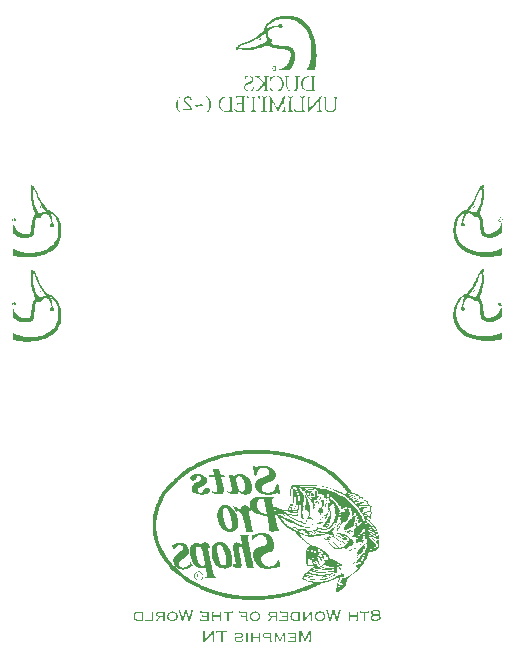
<source format=gbr>
%TF.GenerationSoftware,KiCad,Pcbnew,7.0.7*%
%TF.CreationDate,2023-10-25T15:55:26-07:00*%
%TF.ProjectId,sfh2430_breakout,73666832-3433-4305-9f62-7265616b6f75,rev?*%
%TF.SameCoordinates,Original*%
%TF.FileFunction,Legend,Bot*%
%TF.FilePolarity,Positive*%
%FSLAX46Y46*%
G04 Gerber Fmt 4.6, Leading zero omitted, Abs format (unit mm)*
G04 Created by KiCad (PCBNEW 7.0.7) date 2023-10-25 15:55:26*
%MOMM*%
%LPD*%
G01*
G04 APERTURE LIST*
G04 APERTURE END LIST*
%TO.C,G\u002A\u002A\u002A*%
G36*
X91298151Y-70249975D02*
G01*
X91318330Y-70279234D01*
X91308874Y-70307773D01*
X91277584Y-70330519D01*
X91240783Y-70353746D01*
X91215736Y-70375913D01*
X91188530Y-70398367D01*
X91168484Y-70397112D01*
X91157670Y-70378011D01*
X91158161Y-70346928D01*
X91172027Y-70309726D01*
X91185300Y-70289795D01*
X91225120Y-70252768D01*
X91265069Y-70239024D01*
X91298151Y-70249975D01*
G37*
G36*
X91278579Y-63110666D02*
G01*
X91309311Y-63125460D01*
X91318287Y-63152249D01*
X91305512Y-63182371D01*
X91278514Y-63203636D01*
X91241471Y-63226892D01*
X91215736Y-63249511D01*
X91187293Y-63271188D01*
X91164878Y-63266686D01*
X91154962Y-63237620D01*
X91154903Y-63234343D01*
X91166382Y-63195059D01*
X91195078Y-63155572D01*
X91232379Y-63124493D01*
X91269674Y-63110434D01*
X91278579Y-63110666D01*
G37*
G36*
X93499193Y-71334075D02*
G01*
X93527256Y-71339522D01*
X93531344Y-71347924D01*
X93509048Y-71357479D01*
X93487862Y-71362019D01*
X93461451Y-71380572D01*
X93453109Y-71408484D01*
X93453239Y-71437279D01*
X93468602Y-71448160D01*
X93494367Y-71449614D01*
X93526397Y-71453873D01*
X93540352Y-71464165D01*
X93540372Y-71464617D01*
X93526582Y-71472441D01*
X93490001Y-71477803D01*
X93442031Y-71479620D01*
X93396848Y-71479620D01*
X93343690Y-71479620D01*
X93348263Y-71408356D01*
X93363091Y-71408356D01*
X93363683Y-71438285D01*
X93380387Y-71448758D01*
X93396848Y-71449614D01*
X93424097Y-71445106D01*
X93434264Y-71425479D01*
X93435352Y-71403561D01*
X93432008Y-71371594D01*
X93417657Y-71361370D01*
X93401595Y-71362303D01*
X93373626Y-71376698D01*
X93363091Y-71408356D01*
X93348263Y-71408356D01*
X93352835Y-71337092D01*
X93449562Y-71333383D01*
X93499193Y-71334075D01*
G37*
G36*
X93540372Y-64202191D02*
G01*
X93527764Y-64215631D01*
X93497233Y-64230282D01*
X93495363Y-64230945D01*
X93461670Y-64249681D01*
X93450538Y-64278738D01*
X93450355Y-64284923D01*
X93455048Y-64312249D01*
X93475238Y-64322260D01*
X93495363Y-64323211D01*
X93526966Y-64327557D01*
X93540369Y-64338027D01*
X93540372Y-64338214D01*
X93526582Y-64346038D01*
X93490001Y-64351400D01*
X93442031Y-64353217D01*
X93397844Y-64353217D01*
X93343690Y-64353217D01*
X93348263Y-64281953D01*
X93348401Y-64279807D01*
X93360337Y-64279807D01*
X93364737Y-64311228D01*
X93383176Y-64322381D01*
X93397844Y-64323211D01*
X93424918Y-64318176D01*
X93434595Y-64297007D01*
X93435352Y-64279452D01*
X93429610Y-64246012D01*
X93416598Y-64229152D01*
X93382938Y-64228571D01*
X93363780Y-64253181D01*
X93360337Y-64279807D01*
X93348401Y-64279807D01*
X93352835Y-64210689D01*
X93425564Y-64207981D01*
X93472965Y-64204778D01*
X93509524Y-64199774D01*
X93519332Y-64197200D01*
X93537773Y-64196917D01*
X93540372Y-64202191D01*
G37*
G36*
X93498649Y-71238954D02*
G01*
X93514510Y-71244704D01*
X93574077Y-71283976D01*
X93612349Y-71339204D01*
X93627264Y-71403657D01*
X93616763Y-71470604D01*
X93596085Y-71511158D01*
X93547689Y-71560582D01*
X93489927Y-71586089D01*
X93452506Y-71588179D01*
X93428794Y-71589503D01*
X93370283Y-71572645D01*
X93320388Y-71537339D01*
X93285104Y-71485406D01*
X93270425Y-71418670D01*
X93270319Y-71412106D01*
X93285322Y-71412106D01*
X93291615Y-71456108D01*
X93314586Y-71494996D01*
X93336332Y-71518627D01*
X93393116Y-71558329D01*
X93452506Y-71571886D01*
X93508715Y-71561634D01*
X93555955Y-71529907D01*
X93588441Y-71479040D01*
X93600384Y-71412106D01*
X93596220Y-71361535D01*
X93579815Y-71325079D01*
X93556529Y-71298430D01*
X93501081Y-71261061D01*
X93440915Y-71252171D01*
X93380330Y-71271618D01*
X93336332Y-71305585D01*
X93301681Y-71347085D01*
X93287055Y-71386709D01*
X93285322Y-71412106D01*
X93270319Y-71412106D01*
X93283429Y-71344266D01*
X93318781Y-71288941D01*
X93370411Y-71250222D01*
X93432355Y-71232197D01*
X93498649Y-71238954D01*
G37*
G36*
X93508554Y-64115892D02*
G01*
X93518021Y-64119768D01*
X93574662Y-64158302D01*
X93612052Y-64214105D01*
X93627445Y-64279397D01*
X93618099Y-64346401D01*
X93606905Y-64371782D01*
X93564766Y-64419342D01*
X93502541Y-64449132D01*
X93451754Y-64455938D01*
X93434596Y-64458238D01*
X93388891Y-64453488D01*
X93352288Y-64434938D01*
X93321329Y-64407228D01*
X93287857Y-64368041D01*
X93273059Y-64330781D01*
X93270319Y-64293269D01*
X93272954Y-64277442D01*
X93285063Y-64277442D01*
X93297717Y-64336453D01*
X93336332Y-64392225D01*
X93392345Y-64432490D01*
X93451754Y-64443240D01*
X93517065Y-64424852D01*
X93525369Y-64420730D01*
X93568311Y-64390586D01*
X93591571Y-64350599D01*
X93599722Y-64292185D01*
X93599928Y-64280799D01*
X93595058Y-64230555D01*
X93575186Y-64192598D01*
X93556529Y-64172027D01*
X93518272Y-64141579D01*
X93476275Y-64129617D01*
X93447758Y-64128506D01*
X93380013Y-64141018D01*
X93328674Y-64173897D01*
X93296203Y-64221314D01*
X93285063Y-64277442D01*
X93272954Y-64277442D01*
X93282761Y-64218547D01*
X93318254Y-64158802D01*
X93369447Y-64120914D01*
X93417698Y-64102496D01*
X93459148Y-64100860D01*
X93508554Y-64115892D01*
G37*
G36*
X92033395Y-68464706D02*
G01*
X92050238Y-68489578D01*
X92053186Y-68528190D01*
X92042204Y-68585746D01*
X92032413Y-68620191D01*
X92012942Y-68729799D01*
X92014812Y-68860067D01*
X92032573Y-68984059D01*
X92050391Y-69123104D01*
X92055984Y-69283669D01*
X92050149Y-69460237D01*
X92033683Y-69647295D01*
X92007383Y-69839329D01*
X91972046Y-70030823D01*
X91928469Y-70216265D01*
X91877449Y-70390139D01*
X91819784Y-70546930D01*
X91800099Y-70592502D01*
X91756825Y-70698759D01*
X91732280Y-70787488D01*
X91726372Y-70864533D01*
X91739011Y-70935739D01*
X91770106Y-71006949D01*
X91793071Y-71045196D01*
X91834906Y-71122098D01*
X91872318Y-71217253D01*
X91905768Y-71332706D01*
X91935718Y-71470503D01*
X91962630Y-71632688D01*
X91986968Y-71821307D01*
X92003165Y-71974717D01*
X92016232Y-72098561D01*
X92029231Y-72197302D01*
X92043231Y-72275824D01*
X92059306Y-72339009D01*
X92078527Y-72391739D01*
X92101966Y-72438897D01*
X92106996Y-72447650D01*
X92167745Y-72523333D01*
X92247609Y-72576317D01*
X92345976Y-72606515D01*
X92462233Y-72613837D01*
X92595767Y-72598192D01*
X92745966Y-72559493D01*
X92785165Y-72546510D01*
X92948681Y-72474683D01*
X93099130Y-72377836D01*
X93233375Y-72259157D01*
X93348276Y-72121833D01*
X93440695Y-71969053D01*
X93503400Y-71816870D01*
X93522877Y-71760470D01*
X93540077Y-71716894D01*
X93552352Y-71692592D01*
X93555616Y-71689661D01*
X93564575Y-71698315D01*
X93571732Y-71725634D01*
X93577220Y-71773655D01*
X93581173Y-71844414D01*
X93583724Y-71939947D01*
X93585004Y-72062291D01*
X93585216Y-72143264D01*
X93585381Y-72484344D01*
X93544123Y-72528545D01*
X93492419Y-72575188D01*
X93418892Y-72629639D01*
X93329512Y-72688398D01*
X93230249Y-72747964D01*
X93127073Y-72804837D01*
X93025955Y-72855514D01*
X92932863Y-72896496D01*
X92887744Y-72913463D01*
X92807328Y-72932448D01*
X92705515Y-72942951D01*
X92589579Y-72945348D01*
X92466791Y-72940016D01*
X92344424Y-72927331D01*
X92229749Y-72907673D01*
X92130038Y-72881416D01*
X92105754Y-72872919D01*
X91994389Y-72817102D01*
X91905472Y-72741375D01*
X91838985Y-72645718D01*
X91794911Y-72530111D01*
X91794238Y-72527519D01*
X91785454Y-72482316D01*
X91775933Y-72414885D01*
X91766608Y-72332957D01*
X91758409Y-72244263D01*
X91755389Y-72204956D01*
X91739920Y-71998168D01*
X91725220Y-71820689D01*
X91711219Y-71671834D01*
X91697845Y-71550917D01*
X91685027Y-71457252D01*
X91672695Y-71390154D01*
X91669791Y-71377893D01*
X91651447Y-71316289D01*
X91628482Y-71270831D01*
X91593054Y-71227834D01*
X91571247Y-71205925D01*
X91532185Y-71169948D01*
X91500284Y-71144302D01*
X91482486Y-71134552D01*
X91463291Y-71144662D01*
X91434364Y-71169879D01*
X91424956Y-71179561D01*
X91377873Y-71215682D01*
X91337647Y-71224570D01*
X91288177Y-71220251D01*
X91286415Y-71219377D01*
X91253672Y-71203139D01*
X91225053Y-71167001D01*
X91207883Y-71135478D01*
X91147370Y-71046774D01*
X91066119Y-70972706D01*
X90970963Y-70917962D01*
X90868736Y-70887232D01*
X90840927Y-70883670D01*
X90750523Y-70882751D01*
X90673088Y-70899243D01*
X90605225Y-70935626D01*
X90543538Y-70994377D01*
X90484631Y-71077974D01*
X90426473Y-71186095D01*
X90369967Y-71311580D01*
X90330198Y-71421519D01*
X90307872Y-71513521D01*
X90303694Y-71585192D01*
X90305173Y-71597341D01*
X90325546Y-71649707D01*
X90367216Y-71704599D01*
X90369906Y-71707386D01*
X90404304Y-71746673D01*
X90420475Y-71779638D01*
X90423947Y-71818289D01*
X90423757Y-71824289D01*
X90413243Y-71891344D01*
X90384798Y-71940110D01*
X90340035Y-71975464D01*
X90275322Y-72000661D01*
X90211446Y-71999701D01*
X90164295Y-71978929D01*
X90105975Y-71927402D01*
X90077520Y-71874080D01*
X90078800Y-71817951D01*
X90109683Y-71758005D01*
X90132231Y-71730584D01*
X90163849Y-71694366D01*
X90185836Y-71663035D01*
X90200627Y-71629415D01*
X90210655Y-71586328D01*
X90218354Y-71526596D01*
X90224890Y-71457310D01*
X90241006Y-71340725D01*
X90268272Y-71212357D01*
X90303598Y-71084086D01*
X90343892Y-70967792D01*
X90365681Y-70916215D01*
X90393131Y-70851219D01*
X90403559Y-70810356D01*
X90395597Y-70792161D01*
X90367876Y-70795166D01*
X90319028Y-70817908D01*
X90289350Y-70834441D01*
X90222065Y-70883342D01*
X90148118Y-70954785D01*
X90071877Y-71043405D01*
X89997711Y-71143841D01*
X89929992Y-71250729D01*
X89889359Y-71325340D01*
X89840664Y-71435978D01*
X89795926Y-71564590D01*
X89758954Y-71699146D01*
X89736684Y-71807951D01*
X89723970Y-71911827D01*
X89716485Y-72034478D01*
X89714017Y-72168705D01*
X89716354Y-72307309D01*
X89723284Y-72443091D01*
X89734597Y-72568853D01*
X89750081Y-72677395D01*
X89764150Y-72742591D01*
X89830335Y-72936247D01*
X89923852Y-73122374D01*
X90042570Y-73299120D01*
X90184358Y-73464629D01*
X90347083Y-73617048D01*
X90528614Y-73754523D01*
X90726820Y-73875199D01*
X90939567Y-73977222D01*
X91164726Y-74058738D01*
X91327437Y-74102341D01*
X91429318Y-74123312D01*
X91537135Y-74140203D01*
X91656323Y-74153578D01*
X91792318Y-74164004D01*
X91950554Y-74172044D01*
X92025074Y-74174850D01*
X92204092Y-74177878D01*
X92362728Y-74173258D01*
X92509785Y-74160306D01*
X92654067Y-74138339D01*
X92752717Y-74118426D01*
X92832372Y-74098734D01*
X92928035Y-74071619D01*
X93032721Y-74039402D01*
X93139445Y-74004405D01*
X93241223Y-73968950D01*
X93331069Y-73935357D01*
X93401997Y-73905949D01*
X93425852Y-73894714D01*
X93495424Y-73863705D01*
X93542610Y-73851315D01*
X93567015Y-73857612D01*
X93570583Y-73868840D01*
X93572772Y-73899092D01*
X93575016Y-73917600D01*
X93576194Y-73942700D01*
X93576602Y-73991683D01*
X93576254Y-74058433D01*
X93575163Y-74136837D01*
X93574432Y-74174419D01*
X93572089Y-74269132D01*
X93567997Y-74338478D01*
X93559622Y-74387089D01*
X93544432Y-74419594D01*
X93519893Y-74440623D01*
X93483472Y-74454807D01*
X93432636Y-74466774D01*
X93412147Y-74471051D01*
X93130954Y-74519388D01*
X92835019Y-74551345D01*
X92531674Y-74566827D01*
X92228249Y-74565737D01*
X91932075Y-74547983D01*
X91650484Y-74513468D01*
X91545235Y-74495262D01*
X91245168Y-74427641D01*
X90966294Y-74342260D01*
X90709209Y-74239564D01*
X90474504Y-74120001D01*
X90262773Y-73984017D01*
X90074610Y-73832057D01*
X89910607Y-73664568D01*
X89771358Y-73481996D01*
X89657457Y-73284788D01*
X89569496Y-73073390D01*
X89542900Y-72989099D01*
X89493798Y-72770934D01*
X89467477Y-72539857D01*
X89463500Y-72301740D01*
X89481434Y-72062458D01*
X89520844Y-71827882D01*
X89581296Y-71603888D01*
X89660462Y-71400455D01*
X89745489Y-71236902D01*
X89843869Y-71085391D01*
X89952798Y-70948661D01*
X90069469Y-70829452D01*
X90191075Y-70730503D01*
X90301930Y-70662459D01*
X90798855Y-70662459D01*
X90799438Y-70686891D01*
X90823475Y-70702341D01*
X90873075Y-70711844D01*
X90950349Y-70718440D01*
X90960054Y-70719081D01*
X91048722Y-70732603D01*
X91133577Y-70763993D01*
X91150914Y-70772467D01*
X91226988Y-70805861D01*
X91286415Y-70818842D01*
X91334723Y-70811212D01*
X91377441Y-70782774D01*
X91395828Y-70763687D01*
X91490791Y-70637392D01*
X91579377Y-70482260D01*
X91661354Y-70298824D01*
X91736485Y-70087617D01*
X91804537Y-69849172D01*
X91813465Y-69813732D01*
X91841407Y-69698143D01*
X91862887Y-69600147D01*
X91878758Y-69512464D01*
X91889875Y-69427817D01*
X91897093Y-69338925D01*
X91901265Y-69238509D01*
X91903246Y-69119291D01*
X91903704Y-69044920D01*
X91903914Y-68933471D01*
X91903404Y-68848444D01*
X91901949Y-68786261D01*
X91899326Y-68743342D01*
X91895312Y-68716107D01*
X91889682Y-68700978D01*
X91882212Y-68694375D01*
X91881783Y-68694203D01*
X91849198Y-68696474D01*
X91812426Y-68726894D01*
X91771328Y-68785720D01*
X91725763Y-68873207D01*
X91675594Y-68989612D01*
X91620679Y-69135191D01*
X91583667Y-69241753D01*
X91547819Y-69343248D01*
X91507890Y-69448722D01*
X91467328Y-69549549D01*
X91429580Y-69637100D01*
X91404283Y-69690674D01*
X91341537Y-69810895D01*
X91269878Y-69940013D01*
X91192648Y-70072605D01*
X91113186Y-70203252D01*
X91034835Y-70326530D01*
X90960935Y-70437017D01*
X90894828Y-70529293D01*
X90859612Y-70574501D01*
X90819616Y-70626008D01*
X90798855Y-70662459D01*
X90301930Y-70662459D01*
X90314810Y-70654553D01*
X90437869Y-70604344D01*
X90489137Y-70591497D01*
X90527329Y-70582505D01*
X90558043Y-70570169D01*
X90587692Y-70549895D01*
X90622692Y-70517090D01*
X90669455Y-70467162D01*
X90681970Y-70453412D01*
X90898471Y-70199138D01*
X91085988Y-69944794D01*
X91245501Y-69688800D01*
X91377995Y-69429578D01*
X91484450Y-69165548D01*
X91485812Y-69161663D01*
X91536534Y-69025722D01*
X91589783Y-68899528D01*
X91643341Y-68787632D01*
X91694989Y-68694583D01*
X91742511Y-68624931D01*
X91754478Y-68610577D01*
X91799866Y-68567164D01*
X91854281Y-68526990D01*
X91911330Y-68493400D01*
X91964621Y-68469736D01*
X92007760Y-68459343D01*
X92033395Y-68464706D01*
G37*
G36*
X92033891Y-61338715D02*
G01*
X92051893Y-61369261D01*
X92050926Y-61417273D01*
X92033008Y-61480151D01*
X92017040Y-61552788D01*
X92012223Y-61646756D01*
X92018559Y-61755529D01*
X92032804Y-61855225D01*
X92051339Y-62009847D01*
X92056023Y-62185113D01*
X92047693Y-62375500D01*
X92027183Y-62575486D01*
X91995329Y-62779549D01*
X91952969Y-62982166D01*
X91900937Y-63177815D01*
X91840070Y-63360975D01*
X91784117Y-63498049D01*
X91756150Y-63565674D01*
X91740481Y-63621250D01*
X91733905Y-63678417D01*
X91733002Y-63715591D01*
X91734271Y-63774354D01*
X91741262Y-63817411D01*
X91757766Y-63857911D01*
X91787574Y-63909003D01*
X91789800Y-63912582D01*
X91831673Y-63990177D01*
X91868741Y-64081903D01*
X91901610Y-64190411D01*
X91930890Y-64318353D01*
X91957189Y-64468380D01*
X91981115Y-64643142D01*
X92002832Y-64840813D01*
X92016323Y-64966696D01*
X92029579Y-65067265D01*
X92043608Y-65147185D01*
X92059413Y-65211123D01*
X92078002Y-65263743D01*
X92100380Y-65309712D01*
X92106031Y-65319601D01*
X92166540Y-65394486D01*
X92246652Y-65447647D01*
X92344631Y-65478451D01*
X92458742Y-65486270D01*
X92543278Y-65478347D01*
X92726474Y-65436500D01*
X92897775Y-65369446D01*
X93054780Y-65279270D01*
X93195087Y-65168055D01*
X93316294Y-65037886D01*
X93415999Y-64890845D01*
X93491801Y-64729018D01*
X93524455Y-64627021D01*
X93537338Y-64588452D01*
X93549850Y-64565781D01*
X93553990Y-64563258D01*
X93563370Y-64571043D01*
X93570849Y-64595899D01*
X93576583Y-64640080D01*
X93580729Y-64705839D01*
X93583443Y-64795430D01*
X93584882Y-64911104D01*
X93585216Y-65013759D01*
X93584880Y-65129621D01*
X93583615Y-65218952D01*
X93581223Y-65285218D01*
X93577508Y-65331885D01*
X93572274Y-65362419D01*
X93565323Y-65380286D01*
X93564338Y-65381781D01*
X93539221Y-65407071D01*
X93493277Y-65443636D01*
X93431789Y-65487959D01*
X93360039Y-65536526D01*
X93283307Y-65585820D01*
X93206876Y-65632326D01*
X93136026Y-65672527D01*
X93097176Y-65692765D01*
X93003284Y-65738228D01*
X92927272Y-65770963D01*
X92860881Y-65792975D01*
X92795851Y-65806268D01*
X92723923Y-65812847D01*
X92636836Y-65814715D01*
X92595186Y-65814588D01*
X92411393Y-65806458D01*
X92253510Y-65784626D01*
X92120604Y-65748797D01*
X92011739Y-65698673D01*
X91925981Y-65633957D01*
X91886354Y-65589478D01*
X91857601Y-65549235D01*
X91833733Y-65508383D01*
X91814023Y-65463342D01*
X91797740Y-65410534D01*
X91784158Y-65346381D01*
X91772546Y-65267303D01*
X91762178Y-65169723D01*
X91752324Y-65050062D01*
X91742256Y-64904741D01*
X91740058Y-64870819D01*
X91726895Y-64691028D01*
X91711995Y-64533330D01*
X91695598Y-64399669D01*
X91677946Y-64291988D01*
X91659280Y-64212230D01*
X91658010Y-64207972D01*
X91632073Y-64146222D01*
X91591205Y-64093759D01*
X91565097Y-64069194D01*
X91525840Y-64036923D01*
X91493962Y-64014797D01*
X91478695Y-64008149D01*
X91458680Y-64018562D01*
X91430120Y-64044442D01*
X91422149Y-64053158D01*
X91383086Y-64086661D01*
X91339753Y-64097602D01*
X91332541Y-64097690D01*
X91284873Y-64090975D01*
X91282095Y-64089232D01*
X91248543Y-64068176D01*
X91216186Y-64023718D01*
X91203369Y-63999922D01*
X91164901Y-63942819D01*
X91109210Y-63882144D01*
X91046062Y-63827435D01*
X90987955Y-63789616D01*
X90946095Y-63774798D01*
X90888005Y-63762513D01*
X90836160Y-63756318D01*
X90733215Y-63758824D01*
X90647644Y-63783563D01*
X90575078Y-63832091D01*
X90548527Y-63858718D01*
X90508207Y-63912352D01*
X90463272Y-63986773D01*
X90417752Y-64074034D01*
X90375672Y-64166189D01*
X90341061Y-64255289D01*
X90329245Y-64291445D01*
X90307419Y-64379916D01*
X90303196Y-64449927D01*
X90317472Y-64507944D01*
X90351144Y-64560431D01*
X90369260Y-64580322D01*
X90403658Y-64619315D01*
X90420059Y-64651710D01*
X90423954Y-64689579D01*
X90423675Y-64699938D01*
X90408989Y-64772373D01*
X90371043Y-64826066D01*
X90318647Y-64858284D01*
X90248911Y-64873908D01*
X90185085Y-64860124D01*
X90127361Y-64816978D01*
X90120845Y-64809820D01*
X90084115Y-64754615D01*
X90076022Y-64702396D01*
X90096654Y-64648940D01*
X90125035Y-64612061D01*
X90160819Y-64569621D01*
X90185568Y-64531520D01*
X90202086Y-64489881D01*
X90213177Y-64436829D01*
X90221643Y-64364488D01*
X90224570Y-64332418D01*
X90245838Y-64180638D01*
X90281885Y-64024525D01*
X90329360Y-63877161D01*
X90360591Y-63801341D01*
X90389308Y-63734620D01*
X90402815Y-63691509D01*
X90400216Y-63669246D01*
X90380615Y-63665067D01*
X90343115Y-63676212D01*
X90322663Y-63684441D01*
X90254303Y-63724932D01*
X90180161Y-63789681D01*
X90103461Y-63874324D01*
X90027423Y-63974495D01*
X89955269Y-64085829D01*
X89890220Y-64203961D01*
X89835497Y-64324526D01*
X89819457Y-64366281D01*
X89791043Y-64446262D01*
X89768738Y-64516026D01*
X89751824Y-64580953D01*
X89739583Y-64646423D01*
X89731296Y-64717814D01*
X89726246Y-64800506D01*
X89723715Y-64899878D01*
X89722984Y-65021309D01*
X89723060Y-65088362D01*
X89723499Y-65207041D01*
X89724410Y-65300566D01*
X89726157Y-65373788D01*
X89729106Y-65431557D01*
X89733624Y-65478725D01*
X89740077Y-65520143D01*
X89748829Y-65560662D01*
X89760247Y-65605133D01*
X89762725Y-65614345D01*
X89788643Y-65696841D01*
X89823117Y-65788698D01*
X89859768Y-65873252D01*
X89869367Y-65892980D01*
X89919290Y-65982454D01*
X89983017Y-66081953D01*
X90054671Y-66183370D01*
X90128376Y-66278598D01*
X90198255Y-66359531D01*
X90234103Y-66396141D01*
X90352901Y-66499140D01*
X90491695Y-66601460D01*
X90641041Y-66696614D01*
X90787330Y-66776069D01*
X90922903Y-66839737D01*
X91051468Y-66892552D01*
X91178127Y-66935644D01*
X91307982Y-66970144D01*
X91446136Y-66997184D01*
X91597691Y-67017892D01*
X91767748Y-67033400D01*
X91961410Y-67044839D01*
X92010071Y-67047024D01*
X92263614Y-67048604D01*
X92504068Y-67030354D01*
X92732432Y-66993384D01*
X92822352Y-66972407D01*
X92927972Y-66943442D01*
X93041896Y-66908919D01*
X93156727Y-66871271D01*
X93265069Y-66832929D01*
X93359526Y-66796325D01*
X93432701Y-66763891D01*
X93437097Y-66761709D01*
X93487125Y-66738793D01*
X93527431Y-66724313D01*
X93550200Y-66721011D01*
X93551485Y-66721559D01*
X93561543Y-66733656D01*
X93568773Y-66757626D01*
X93573424Y-66797053D01*
X93575743Y-66855519D01*
X93575980Y-66936608D01*
X93574382Y-67043902D01*
X93574261Y-67049908D01*
X93572292Y-67143807D01*
X93568387Y-67212519D01*
X93558935Y-67260815D01*
X93540328Y-67293466D01*
X93508954Y-67315245D01*
X93461205Y-67330921D01*
X93393470Y-67345268D01*
X93343547Y-67354871D01*
X93177429Y-67382251D01*
X92991482Y-67404546D01*
X92792785Y-67421462D01*
X92588416Y-67432703D01*
X92385454Y-67437974D01*
X92190980Y-67436979D01*
X92012073Y-67429423D01*
X91867543Y-67416451D01*
X91675489Y-67388411D01*
X91473873Y-67349912D01*
X91274503Y-67303537D01*
X91089188Y-67251871D01*
X91030436Y-67233215D01*
X90762134Y-67132475D01*
X90518316Y-67015170D01*
X90299205Y-66881597D01*
X90105026Y-66732050D01*
X89935999Y-66566826D01*
X89792348Y-66386220D01*
X89674296Y-66190528D01*
X89582066Y-65980045D01*
X89515880Y-65755067D01*
X89475961Y-65515890D01*
X89462533Y-65262809D01*
X89464704Y-65155875D01*
X89487512Y-64889648D01*
X89533776Y-64641368D01*
X89603847Y-64409842D01*
X89698074Y-64193875D01*
X89796446Y-64023152D01*
X89900729Y-63878423D01*
X90014634Y-63750681D01*
X90134984Y-63642511D01*
X90258604Y-63556497D01*
X90271824Y-63549949D01*
X90794832Y-63549949D01*
X90800433Y-63562792D01*
X90820110Y-63572777D01*
X90858175Y-63580937D01*
X90918940Y-63588307D01*
X90976457Y-63593480D01*
X91063373Y-63611082D01*
X91152313Y-63646771D01*
X91224490Y-63678955D01*
X91282095Y-63692110D01*
X91331021Y-63684456D01*
X91377165Y-63654211D01*
X91426418Y-63599595D01*
X91460423Y-63553670D01*
X91545074Y-63417270D01*
X91625117Y-63254219D01*
X91699411Y-63067667D01*
X91766820Y-62860768D01*
X91826206Y-62636675D01*
X91875395Y-62404101D01*
X91884724Y-62340154D01*
X91892417Y-62260020D01*
X91898438Y-62168292D01*
X91902753Y-62069560D01*
X91905326Y-61968415D01*
X91906123Y-61869449D01*
X91905108Y-61777254D01*
X91902246Y-61696421D01*
X91897503Y-61631540D01*
X91890842Y-61587205D01*
X91882230Y-61568004D01*
X91881783Y-61567800D01*
X91850160Y-61571296D01*
X91813275Y-61603223D01*
X91771671Y-61662575D01*
X91725891Y-61748344D01*
X91676478Y-61859522D01*
X91623972Y-61995102D01*
X91573483Y-62140281D01*
X91503993Y-62326530D01*
X91415745Y-62526164D01*
X91312327Y-62732542D01*
X91197326Y-62939022D01*
X91074328Y-63138964D01*
X90946922Y-63325726D01*
X90896102Y-63394495D01*
X90855276Y-63450251D01*
X90822326Y-63498786D01*
X90801006Y-63534336D01*
X90794832Y-63549949D01*
X90271824Y-63549949D01*
X90382316Y-63495222D01*
X90482310Y-63465104D01*
X90520744Y-63456425D01*
X90550901Y-63445983D01*
X90578398Y-63429628D01*
X90608854Y-63403213D01*
X90647885Y-63362590D01*
X90701110Y-63303609D01*
X90701321Y-63303372D01*
X90888193Y-63083847D01*
X91049958Y-62870281D01*
X91189543Y-62657941D01*
X91309876Y-62442089D01*
X91413883Y-62217990D01*
X91485256Y-62035261D01*
X91547225Y-61873059D01*
X91607521Y-61733201D01*
X91665215Y-61617578D01*
X91719376Y-61528085D01*
X91759825Y-61476261D01*
X91805528Y-61434231D01*
X91860130Y-61395613D01*
X91917069Y-61363701D01*
X91969780Y-61341790D01*
X92011702Y-61333174D01*
X92033891Y-61338715D01*
G37*
G36*
X73205707Y-48909818D02*
G01*
X73212763Y-48917787D01*
X73213597Y-48935889D01*
X73203371Y-48958349D01*
X73183091Y-48981953D01*
X73173950Y-48991206D01*
X73152767Y-49017994D01*
X73137590Y-49044276D01*
X73133728Y-49052813D01*
X73121694Y-49076021D01*
X73111260Y-49092000D01*
X73107836Y-49095661D01*
X73087888Y-49105279D01*
X73065337Y-49100390D01*
X73042712Y-49081386D01*
X73038859Y-49076763D01*
X73027154Y-49060314D01*
X73023647Y-49045937D01*
X73028200Y-49028282D01*
X73040676Y-49002000D01*
X73061765Y-48971296D01*
X73096252Y-48940736D01*
X73102687Y-48936593D01*
X73132124Y-48921588D01*
X73162251Y-48911235D01*
X73188351Y-48906868D01*
X73205707Y-48909818D01*
G37*
G36*
X66390532Y-53849718D02*
G01*
X66384778Y-53860245D01*
X66368230Y-53876633D01*
X66341592Y-53897639D01*
X66281233Y-53951313D01*
X66229458Y-54018262D01*
X66186814Y-54097839D01*
X66153425Y-54189701D01*
X66129414Y-54293507D01*
X66114906Y-54408917D01*
X66110023Y-54535590D01*
X66113826Y-54650007D01*
X66127370Y-54767988D01*
X66150702Y-54873546D01*
X66183800Y-54966617D01*
X66226638Y-55047134D01*
X66279194Y-55115035D01*
X66341445Y-55170253D01*
X66345210Y-55173025D01*
X66367917Y-55191171D01*
X66383936Y-55206411D01*
X66390000Y-55215689D01*
X66386997Y-55219742D01*
X66373978Y-55218320D01*
X66348847Y-55209545D01*
X66286420Y-55178331D01*
X66220899Y-55130187D01*
X66161036Y-55069870D01*
X66107702Y-54999135D01*
X66061769Y-54919737D01*
X66024107Y-54833429D01*
X65995589Y-54741965D01*
X65977086Y-54647101D01*
X65969470Y-54550590D01*
X65973611Y-54454186D01*
X65992848Y-54339380D01*
X66025264Y-54231232D01*
X66070385Y-54131801D01*
X66127879Y-54041813D01*
X66197416Y-53962000D01*
X66240185Y-53924551D01*
X66303209Y-53881979D01*
X66368226Y-53850674D01*
X66384787Y-53846292D01*
X66390532Y-53849718D01*
G37*
G36*
X68554939Y-53853029D02*
G01*
X68583064Y-53863440D01*
X68616878Y-53881063D01*
X68653181Y-53904031D01*
X68688771Y-53930476D01*
X68720449Y-53958530D01*
X68776460Y-54020313D01*
X68837928Y-54108782D01*
X68886393Y-54205755D01*
X68921479Y-54310278D01*
X68942807Y-54421399D01*
X68950000Y-54538164D01*
X68949598Y-54564059D01*
X68940377Y-54665279D01*
X68919671Y-54763541D01*
X68888395Y-54857099D01*
X68847468Y-54944208D01*
X68797808Y-55023122D01*
X68740332Y-55092096D01*
X68675959Y-55149382D01*
X68605606Y-55193237D01*
X68582548Y-55204185D01*
X68554919Y-55215216D01*
X68536576Y-55219860D01*
X68528845Y-55218074D01*
X68533054Y-55209815D01*
X68550528Y-55195039D01*
X68579108Y-55171853D01*
X68617881Y-55135072D01*
X68655636Y-55094226D01*
X68688344Y-55053729D01*
X68711977Y-55018000D01*
X68738028Y-54966158D01*
X68764563Y-54896883D01*
X68784431Y-54821247D01*
X68798075Y-54737033D01*
X68805938Y-54642023D01*
X68808460Y-54534000D01*
X68806626Y-54445849D01*
X68797677Y-54333697D01*
X68780927Y-54234076D01*
X68755986Y-54145940D01*
X68722461Y-54068240D01*
X68679961Y-53999930D01*
X68628094Y-53939964D01*
X68566468Y-53887294D01*
X68553508Y-53877487D01*
X68536821Y-53863232D01*
X68531730Y-53855073D01*
X68536918Y-53851410D01*
X68554939Y-53853029D01*
G37*
G36*
X74422000Y-51474000D02*
G01*
X74421999Y-51482324D01*
X74421826Y-51524248D01*
X74421125Y-51553035D01*
X74419543Y-51571145D01*
X74416729Y-51581037D01*
X74412332Y-51585169D01*
X74406000Y-51586000D01*
X74398914Y-51585117D01*
X74393149Y-51579295D01*
X74390584Y-51564808D01*
X74390000Y-51538000D01*
X74390000Y-51490000D01*
X74348000Y-51490122D01*
X74332389Y-51490602D01*
X74309135Y-51493065D01*
X74295513Y-51496896D01*
X74291772Y-51501236D01*
X74284691Y-51518541D01*
X74279427Y-51542680D01*
X74276011Y-51561359D01*
X74269149Y-51578216D01*
X74258717Y-51584724D01*
X74251361Y-51585241D01*
X74246960Y-51580664D01*
X74246446Y-51567186D01*
X74249046Y-51541344D01*
X74252053Y-51521304D01*
X74257424Y-51498027D01*
X74262938Y-51484870D01*
X74266623Y-51473729D01*
X74258695Y-51456563D01*
X74248281Y-51434760D01*
X74248529Y-51426000D01*
X74278000Y-51426000D01*
X74280650Y-51442253D01*
X74293475Y-51457718D01*
X74300472Y-51460341D01*
X74322618Y-51464400D01*
X74349475Y-51466000D01*
X74390000Y-51466000D01*
X74390000Y-51426000D01*
X74390000Y-51386000D01*
X74349475Y-51386000D01*
X74323582Y-51387109D01*
X74296964Y-51393304D01*
X74282418Y-51405906D01*
X74278000Y-51426000D01*
X74248529Y-51426000D01*
X74249058Y-51407335D01*
X74265637Y-51381636D01*
X74271158Y-51376404D01*
X74282477Y-51368698D01*
X74297199Y-51364352D01*
X74319521Y-51362432D01*
X74353637Y-51362000D01*
X74422000Y-51362000D01*
X74422000Y-51386000D01*
X74422000Y-51474000D01*
G37*
G36*
X74540145Y-51533016D02*
G01*
X74528080Y-51566000D01*
X74516359Y-51585229D01*
X74487991Y-51619628D01*
X74454779Y-51649357D01*
X74422000Y-51669279D01*
X74418691Y-51670656D01*
X74373029Y-51681292D01*
X74323202Y-51680211D01*
X74273780Y-51668461D01*
X74229335Y-51647089D01*
X74194437Y-51617143D01*
X74169016Y-51580894D01*
X74147821Y-51529311D01*
X74142883Y-51488341D01*
X74166203Y-51488341D01*
X74173596Y-51533994D01*
X74192458Y-51576492D01*
X74222771Y-51613150D01*
X74264517Y-51641281D01*
X74278783Y-51647347D01*
X74327401Y-51657697D01*
X74377397Y-51654767D01*
X74424574Y-51639179D01*
X74464733Y-51611558D01*
X74489541Y-51582862D01*
X74512104Y-51538824D01*
X74521561Y-51492122D01*
X74518522Y-51445353D01*
X74503599Y-51401114D01*
X74477404Y-51362002D01*
X74440547Y-51330615D01*
X74393641Y-51309551D01*
X74350098Y-51301262D01*
X74306818Y-51304778D01*
X74262373Y-51321935D01*
X74251680Y-51327891D01*
X74213017Y-51359308D01*
X74185896Y-51398312D01*
X74170297Y-51442219D01*
X74166203Y-51488341D01*
X74142883Y-51488341D01*
X74141446Y-51476416D01*
X74149776Y-51424300D01*
X74172697Y-51375053D01*
X74210095Y-51330767D01*
X74219143Y-51322876D01*
X74264440Y-51294557D01*
X74312595Y-51280052D01*
X74361411Y-51278370D01*
X74408689Y-51288518D01*
X74452234Y-51309504D01*
X74489848Y-51340338D01*
X74519333Y-51380026D01*
X74538492Y-51427577D01*
X74545127Y-51482000D01*
X74544940Y-51491875D01*
X74544911Y-51492122D01*
X74540145Y-51533016D01*
G37*
G36*
X67674221Y-54560555D02*
G01*
X67692760Y-54580432D01*
X67717092Y-54602505D01*
X67740636Y-54616671D01*
X67765907Y-54623053D01*
X67795420Y-54621771D01*
X67831690Y-54612949D01*
X67877231Y-54596706D01*
X67934558Y-54573167D01*
X67945398Y-54568590D01*
X67988701Y-54550925D01*
X68022292Y-54538753D01*
X68050075Y-54530933D01*
X68075955Y-54526327D01*
X68103838Y-54523797D01*
X68106839Y-54523614D01*
X68139692Y-54522414D01*
X68163506Y-54524271D01*
X68184653Y-54530248D01*
X68209501Y-54541405D01*
X68233445Y-54555274D01*
X68276219Y-54592715D01*
X68309163Y-54640071D01*
X68311313Y-54644526D01*
X68313491Y-54656444D01*
X68307921Y-54669953D01*
X68292981Y-54690071D01*
X68283372Y-54701866D01*
X68271074Y-54716345D01*
X68265496Y-54722000D01*
X68261654Y-54717327D01*
X68251384Y-54702430D01*
X68237267Y-54680856D01*
X68228536Y-54668036D01*
X68204153Y-54641445D01*
X68175134Y-54623907D01*
X68166066Y-54620210D01*
X68135253Y-54612579D01*
X68101511Y-54612466D01*
X68062312Y-54620309D01*
X68015128Y-54636545D01*
X67957430Y-54661613D01*
X67919126Y-54678871D01*
X67881916Y-54694674D01*
X67850625Y-54707009D01*
X67829498Y-54714135D01*
X67796762Y-54719513D01*
X67744831Y-54715879D01*
X67694883Y-54698450D01*
X67688725Y-54694816D01*
X67669308Y-54680053D01*
X67646321Y-54659557D01*
X67622930Y-54636530D01*
X67602302Y-54614174D01*
X67587604Y-54595691D01*
X67582000Y-54584285D01*
X67583707Y-54580155D01*
X67593531Y-54566380D01*
X67609181Y-54548105D01*
X67636362Y-54518446D01*
X67674221Y-54560555D01*
G37*
G36*
X73661373Y-53862826D02*
G01*
X73672913Y-53870055D01*
X73680477Y-53880429D01*
X73679366Y-53894206D01*
X73663213Y-53906668D01*
X73631538Y-53918371D01*
X73611840Y-53925350D01*
X73572626Y-53948519D01*
X73543918Y-53979636D01*
X73528320Y-54016231D01*
X73527323Y-54026828D01*
X73526231Y-54052722D01*
X73525223Y-54091795D01*
X73524318Y-54142533D01*
X73523534Y-54203422D01*
X73522892Y-54272948D01*
X73522409Y-54349599D01*
X73522106Y-54431859D01*
X73522000Y-54518217D01*
X73522000Y-54990434D01*
X73542377Y-55030217D01*
X73552924Y-55048939D01*
X73567020Y-55066202D01*
X73586595Y-55080707D01*
X73616377Y-55096701D01*
X73639285Y-55108953D01*
X73662279Y-55124996D01*
X73670000Y-55137368D01*
X73669549Y-55144812D01*
X73666663Y-55154666D01*
X73666526Y-55154744D01*
X73656684Y-55155609D01*
X73633104Y-55156387D01*
X73597870Y-55157046D01*
X73553063Y-55157555D01*
X73500767Y-55157883D01*
X73443064Y-55158000D01*
X73433332Y-55157996D01*
X73363974Y-55157727D01*
X73309269Y-55156988D01*
X73268025Y-55155730D01*
X73239051Y-55153902D01*
X73221153Y-55151455D01*
X73213140Y-55148339D01*
X73208467Y-55140354D01*
X73212620Y-55127508D01*
X73229035Y-55116307D01*
X73255478Y-55108835D01*
X73285250Y-55100499D01*
X73324225Y-55076806D01*
X73353568Y-55041972D01*
X73355390Y-55038796D01*
X73358451Y-55032586D01*
X73361051Y-55025059D01*
X73363229Y-55014991D01*
X73365021Y-55001159D01*
X73366466Y-54982338D01*
X73367600Y-54957306D01*
X73368462Y-54924838D01*
X73369088Y-54883712D01*
X73369517Y-54832704D01*
X73369784Y-54770590D01*
X73369929Y-54696146D01*
X73369989Y-54608150D01*
X73370000Y-54505377D01*
X73370000Y-53996754D01*
X73348569Y-53968656D01*
X73344222Y-53963310D01*
X73317709Y-53941051D01*
X73279373Y-53923142D01*
X73250908Y-53911199D01*
X73231439Y-53897873D01*
X73226440Y-53884459D01*
X73235127Y-53870016D01*
X73237338Y-53867975D01*
X73252855Y-53861402D01*
X73276787Y-53863408D01*
X73295372Y-53865601D01*
X73327665Y-53867421D01*
X73369253Y-53868664D01*
X73416659Y-53869328D01*
X73466405Y-53869408D01*
X73515014Y-53868900D01*
X73559010Y-53867800D01*
X73594915Y-53866104D01*
X73619253Y-53863807D01*
X73643825Y-53861137D01*
X73661373Y-53862826D01*
G37*
G36*
X75890000Y-53869034D02*
G01*
X75899576Y-53880228D01*
X75897902Y-53894231D01*
X75881881Y-53907136D01*
X75852416Y-53917772D01*
X75844128Y-53919992D01*
X75804779Y-53935495D01*
X75777038Y-53957526D01*
X75757506Y-53988623D01*
X75755412Y-53993494D01*
X75752567Y-54001721D01*
X75750166Y-54011917D01*
X75748170Y-54025358D01*
X75746541Y-54043320D01*
X75745242Y-54067077D01*
X75744234Y-54097906D01*
X75743480Y-54137081D01*
X75742941Y-54185879D01*
X75742579Y-54245575D01*
X75742356Y-54317445D01*
X75742235Y-54402763D01*
X75742176Y-54502806D01*
X75742177Y-54547691D01*
X75742345Y-54654871D01*
X75742764Y-54746835D01*
X75743443Y-54824149D01*
X75744392Y-54887381D01*
X75745621Y-54937095D01*
X75747140Y-54973860D01*
X75748960Y-54998241D01*
X75751089Y-55010806D01*
X75765837Y-55040955D01*
X75798052Y-55075522D01*
X75844000Y-55102932D01*
X75857394Y-55109364D01*
X75878995Y-55123613D01*
X75886000Y-55136565D01*
X75885497Y-55144841D01*
X75882659Y-55154666D01*
X75882438Y-55154773D01*
X75872108Y-55155632D01*
X75848097Y-55156403D01*
X75812476Y-55157055D01*
X75767315Y-55157560D01*
X75714686Y-55157884D01*
X75656659Y-55158000D01*
X75434000Y-55158000D01*
X75434000Y-55138522D01*
X75434121Y-55134768D01*
X75437859Y-55123795D01*
X75449697Y-55116157D01*
X75473492Y-55108971D01*
X75500501Y-55100423D01*
X75538636Y-55079093D01*
X75569506Y-55046923D01*
X75571479Y-55044196D01*
X75574531Y-55039081D01*
X75577132Y-55032461D01*
X75579326Y-55023128D01*
X75581154Y-55009874D01*
X75582660Y-54991492D01*
X75583886Y-54966773D01*
X75584873Y-54934510D01*
X75585665Y-54893495D01*
X75586303Y-54842519D01*
X75586831Y-54780375D01*
X75587290Y-54705855D01*
X75587723Y-54617751D01*
X75588172Y-54514854D01*
X75590343Y-54004873D01*
X75571924Y-53977436D01*
X75564742Y-53967672D01*
X75552047Y-53954918D01*
X75534188Y-53942566D01*
X75507934Y-53928498D01*
X75470057Y-53910595D01*
X75456217Y-53901219D01*
X75447574Y-53888264D01*
X75447154Y-53882562D01*
X75453333Y-53871671D01*
X75470981Y-53865741D01*
X75501426Y-53864493D01*
X75546000Y-53867650D01*
X75555587Y-53868489D01*
X75593195Y-53870350D01*
X75639141Y-53871108D01*
X75689369Y-53870847D01*
X75739825Y-53869652D01*
X75786455Y-53867606D01*
X75825205Y-53864793D01*
X75852021Y-53861299D01*
X75867457Y-53860721D01*
X75890000Y-53869034D01*
G37*
G36*
X74550518Y-52110411D02*
G01*
X74636278Y-52123437D01*
X74713593Y-52147436D01*
X74784549Y-52183202D01*
X74851231Y-52231532D01*
X74915726Y-52293220D01*
X74927617Y-52306398D01*
X74981736Y-52379079D01*
X75027224Y-52462141D01*
X75062403Y-52552099D01*
X75085593Y-52645469D01*
X75088140Y-52663046D01*
X75091794Y-52707698D01*
X75093506Y-52760596D01*
X75093330Y-52816906D01*
X75091321Y-52871797D01*
X75087534Y-52920439D01*
X75082025Y-52958000D01*
X75071199Y-53003174D01*
X75037955Y-53098429D01*
X74993054Y-53183173D01*
X74936963Y-53256936D01*
X74870147Y-53319252D01*
X74793071Y-53369651D01*
X74706200Y-53407667D01*
X74610000Y-53432830D01*
X74606797Y-53433396D01*
X74567124Y-53437885D01*
X74516818Y-53440291D01*
X74460628Y-53440658D01*
X74403304Y-53439032D01*
X74349594Y-53435455D01*
X74304248Y-53429974D01*
X74237238Y-53415963D01*
X74137667Y-53382689D01*
X74045837Y-53336215D01*
X73986000Y-53299973D01*
X73964111Y-53212986D01*
X73956860Y-53182803D01*
X73949736Y-53149577D01*
X73945234Y-53124042D01*
X73944111Y-53110081D01*
X73948630Y-53096821D01*
X73959795Y-53091959D01*
X73974595Y-53099730D01*
X73990370Y-53119588D01*
X73999417Y-53134260D01*
X74036559Y-53186850D01*
X74075969Y-53232166D01*
X74114239Y-53266176D01*
X74153975Y-53292992D01*
X74230255Y-53332508D01*
X74310256Y-53360167D01*
X74391276Y-53375346D01*
X74470618Y-53377423D01*
X74545582Y-53365772D01*
X74587967Y-53352111D01*
X74659558Y-53317187D01*
X74726275Y-53269979D01*
X74785012Y-53212843D01*
X74832662Y-53148134D01*
X74842986Y-53130454D01*
X74884512Y-53042115D01*
X74915067Y-52946063D01*
X74934389Y-52845239D01*
X74942218Y-52742587D01*
X74938295Y-52641050D01*
X74922358Y-52543572D01*
X74894148Y-52453096D01*
X74870969Y-52402630D01*
X74824489Y-52329539D01*
X74768004Y-52268188D01*
X74702515Y-52219267D01*
X74629019Y-52183468D01*
X74548515Y-52161482D01*
X74462001Y-52154000D01*
X74447211Y-52154163D01*
X74375956Y-52160751D01*
X74310182Y-52178145D01*
X74243317Y-52207964D01*
X74178094Y-52249442D01*
X74112221Y-52308402D01*
X74054375Y-52379623D01*
X74005933Y-52461635D01*
X74001981Y-52469456D01*
X73985679Y-52498182D01*
X73972253Y-52514460D01*
X73959933Y-52520556D01*
X73956441Y-52520995D01*
X73948407Y-52520169D01*
X73944140Y-52513384D01*
X73942511Y-52497295D01*
X73942392Y-52468556D01*
X73942916Y-52448375D01*
X73944906Y-52412973D01*
X73948031Y-52373326D01*
X73951927Y-52332801D01*
X73956236Y-52294769D01*
X73960596Y-52262597D01*
X73964645Y-52239654D01*
X73968024Y-52229309D01*
X73968406Y-52228992D01*
X73979604Y-52228494D01*
X73997692Y-52233872D01*
X74004204Y-52236396D01*
X74016511Y-52238890D01*
X74029795Y-52236342D01*
X74048220Y-52227552D01*
X74075949Y-52211321D01*
X74090606Y-52202614D01*
X74155869Y-52167698D01*
X74217800Y-52142172D01*
X74281111Y-52124668D01*
X74350513Y-52113816D01*
X74430717Y-52108248D01*
X74454226Y-52107561D01*
X74550518Y-52110411D01*
G37*
G36*
X76907435Y-53863657D02*
G01*
X76913969Y-53870168D01*
X76918000Y-53886288D01*
X76917758Y-53890760D01*
X76913197Y-53900991D01*
X76900090Y-53909011D01*
X76874850Y-53917408D01*
X76860512Y-53922389D01*
X76822792Y-53944045D01*
X76793385Y-53973803D01*
X76776116Y-54008146D01*
X76775064Y-54019063D01*
X76774023Y-54044746D01*
X76773063Y-54083561D01*
X76772202Y-54134038D01*
X76771457Y-54194711D01*
X76770847Y-54264112D01*
X76770389Y-54340772D01*
X76770100Y-54423224D01*
X76770000Y-54510000D01*
X76770063Y-54607962D01*
X76770285Y-54699522D01*
X76770689Y-54777136D01*
X76771297Y-54841868D01*
X76772131Y-54894786D01*
X76773211Y-54936955D01*
X76774562Y-54969441D01*
X76776203Y-54993312D01*
X76778157Y-55009634D01*
X76780447Y-55019472D01*
X76791152Y-55039655D01*
X76809040Y-55062788D01*
X76829982Y-55084176D01*
X76850113Y-55099889D01*
X76865570Y-55106000D01*
X76871978Y-55107703D01*
X76885464Y-55118922D01*
X76895575Y-55134917D01*
X76897304Y-55148918D01*
X76891912Y-55151120D01*
X76876185Y-55153049D01*
X76849342Y-55154616D01*
X76810570Y-55155841D01*
X76759053Y-55156742D01*
X76693980Y-55157337D01*
X76614536Y-55157647D01*
X76519907Y-55157689D01*
X76146000Y-55157379D01*
X76108235Y-55138918D01*
X76071377Y-55115662D01*
X76029417Y-55072748D01*
X75994565Y-55015870D01*
X75978614Y-54978198D01*
X75969163Y-54943067D01*
X75968153Y-54916071D01*
X75975979Y-54899677D01*
X75983113Y-54896728D01*
X75992958Y-54900725D01*
X76007525Y-54913869D01*
X76029304Y-54937946D01*
X76037989Y-54947510D01*
X76090572Y-54992006D01*
X76155454Y-55027382D01*
X76232912Y-55053737D01*
X76323226Y-55071170D01*
X76426675Y-55079782D01*
X76435771Y-55080118D01*
X76490657Y-55081236D01*
X76532285Y-55079856D01*
X76562951Y-55075476D01*
X76584951Y-55067596D01*
X76600582Y-55055716D01*
X76612140Y-55039333D01*
X76613598Y-55036451D01*
X76616229Y-55029461D01*
X76618461Y-55019893D01*
X76620328Y-55006527D01*
X76621862Y-54988143D01*
X76623095Y-54963521D01*
X76624059Y-54931441D01*
X76624786Y-54890682D01*
X76625309Y-54840024D01*
X76625660Y-54778247D01*
X76625871Y-54704131D01*
X76625973Y-54616455D01*
X76626000Y-54514000D01*
X76625999Y-54473132D01*
X76625972Y-54377077D01*
X76625880Y-54295299D01*
X76625683Y-54226554D01*
X76625344Y-54169597D01*
X76624824Y-54123182D01*
X76624085Y-54086065D01*
X76623087Y-54057001D01*
X76621793Y-54034744D01*
X76620163Y-54018050D01*
X76618160Y-54005674D01*
X76615744Y-53996370D01*
X76612877Y-53988893D01*
X76609521Y-53982000D01*
X76597037Y-53962623D01*
X76576693Y-53944085D01*
X76545592Y-53926000D01*
X76522146Y-53912669D01*
X76503691Y-53899183D01*
X76495729Y-53889264D01*
X76495085Y-53883288D01*
X76498293Y-53873496D01*
X76509387Y-53867486D01*
X76530351Y-53864899D01*
X76563171Y-53865374D01*
X76609834Y-53868550D01*
X76668942Y-53871835D01*
X76801269Y-53867969D01*
X76838591Y-53865083D01*
X76871552Y-53863265D01*
X76895682Y-53862742D01*
X76907435Y-53863657D01*
G37*
G36*
X67014573Y-53847663D02*
G01*
X67084067Y-53865078D01*
X67150352Y-53897409D01*
X67212421Y-53944220D01*
X67269265Y-54005076D01*
X67281421Y-54020006D01*
X67301892Y-54042414D01*
X67317032Y-54053919D01*
X67328960Y-54056340D01*
X67339417Y-54056956D01*
X67346000Y-54064013D01*
X67341468Y-54073483D01*
X67328451Y-54090970D01*
X67309602Y-54113313D01*
X67287593Y-54137648D01*
X67265095Y-54161110D01*
X67244781Y-54180835D01*
X67229320Y-54193960D01*
X67221386Y-54197620D01*
X67220663Y-54197039D01*
X67215934Y-54185158D01*
X67214000Y-54165261D01*
X67210533Y-54140466D01*
X67195042Y-54101885D01*
X67169508Y-54062193D01*
X67136551Y-54024693D01*
X67098786Y-53992689D01*
X67058831Y-53969481D01*
X67031058Y-53959796D01*
X66978929Y-53952189D01*
X66926495Y-53956079D01*
X66879534Y-53971404D01*
X66865328Y-53979399D01*
X66827714Y-54011822D01*
X66799581Y-54053917D01*
X66781771Y-54102699D01*
X66775121Y-54155180D01*
X66780471Y-54208373D01*
X66798659Y-54259291D01*
X66812278Y-54281423D01*
X66841410Y-54318138D01*
X66881153Y-54360648D01*
X66929889Y-54407251D01*
X66986000Y-54456248D01*
X66990598Y-54460109D01*
X67042186Y-54504903D01*
X67092664Y-54551210D01*
X67139737Y-54596751D01*
X67181110Y-54639249D01*
X67214487Y-54676425D01*
X67237573Y-54706000D01*
X67260946Y-54742193D01*
X67302993Y-54824827D01*
X67330968Y-54911257D01*
X67346170Y-55005057D01*
X67348278Y-55030835D01*
X67348705Y-55052296D01*
X67346309Y-55063055D01*
X67340837Y-55066000D01*
X67331991Y-55061856D01*
X67321898Y-55048000D01*
X67314000Y-55030000D01*
X66967868Y-55027914D01*
X66621735Y-55025829D01*
X66612584Y-55045914D01*
X66608835Y-55053607D01*
X66601389Y-55063777D01*
X66596032Y-55061340D01*
X66592515Y-55045457D01*
X66590587Y-55015290D01*
X66590000Y-54970000D01*
X66590001Y-54969017D01*
X66590298Y-54932084D01*
X66591081Y-54901876D01*
X66592233Y-54881484D01*
X66593637Y-54874000D01*
X66594232Y-54874149D01*
X66603066Y-54880716D01*
X66617273Y-54894000D01*
X66637273Y-54914000D01*
X66921637Y-54914000D01*
X66922991Y-54913999D01*
X67008901Y-54913764D01*
X67079495Y-54913074D01*
X67134638Y-54911932D01*
X67174193Y-54910344D01*
X67198026Y-54908312D01*
X67206000Y-54905841D01*
X67203760Y-54896513D01*
X67196819Y-54876292D01*
X67186815Y-54850466D01*
X67175279Y-54824271D01*
X67152493Y-54782448D01*
X67123841Y-54741230D01*
X67087758Y-54698842D01*
X67042678Y-54653508D01*
X66987035Y-54603451D01*
X66919264Y-54546894D01*
X66881529Y-54516017D01*
X66835086Y-54476967D01*
X66798221Y-54444204D01*
X66768976Y-54415791D01*
X66745396Y-54389794D01*
X66725523Y-54364278D01*
X66707401Y-54337306D01*
X66699140Y-54323875D01*
X66675917Y-54279186D01*
X66661808Y-54235977D01*
X66655401Y-54188675D01*
X66655284Y-54131707D01*
X66655444Y-54127838D01*
X66657933Y-54088169D01*
X66662186Y-54058663D01*
X66669302Y-54033935D01*
X66680377Y-54008601D01*
X66689157Y-53992165D01*
X66727779Y-53941193D01*
X66778288Y-53899893D01*
X66839407Y-53869151D01*
X66909861Y-53849847D01*
X66942878Y-53845598D01*
X67014573Y-53847663D01*
G37*
G36*
X72193534Y-52107539D02*
G01*
X72254207Y-52117212D01*
X72289171Y-52127415D01*
X72360782Y-52158503D01*
X72421939Y-52200205D01*
X72471510Y-52251653D01*
X72508363Y-52311978D01*
X72515958Y-52329106D01*
X72523249Y-52350348D01*
X72527471Y-52373006D01*
X72529430Y-52401938D01*
X72529930Y-52442000D01*
X72529786Y-52461482D01*
X72526743Y-52515145D01*
X72518686Y-52558236D01*
X72504211Y-52594652D01*
X72481918Y-52628290D01*
X72450405Y-52663045D01*
X72437933Y-52675103D01*
X72408434Y-52700057D01*
X72375610Y-52722356D01*
X72337008Y-52743249D01*
X72290175Y-52763986D01*
X72232657Y-52785818D01*
X72162000Y-52809994D01*
X72094882Y-52833025D01*
X72026683Y-52859357D01*
X71971855Y-52884999D01*
X71929094Y-52911122D01*
X71897097Y-52938900D01*
X71874561Y-52969504D01*
X71860181Y-53004107D01*
X71852654Y-53043881D01*
X71850677Y-53090000D01*
X71856426Y-53155798D01*
X71874211Y-53215389D01*
X71904523Y-53265494D01*
X71947863Y-53306929D01*
X72004731Y-53340511D01*
X72010071Y-53342991D01*
X72038310Y-53354713D01*
X72064525Y-53362029D01*
X72094721Y-53366237D01*
X72134904Y-53368635D01*
X72161205Y-53369162D01*
X72234081Y-53363486D01*
X72298188Y-53346179D01*
X72356026Y-53316373D01*
X72410095Y-53273203D01*
X72423055Y-53260355D01*
X72456752Y-53219172D01*
X72484977Y-53170466D01*
X72510333Y-53110000D01*
X72522794Y-53078872D01*
X72535854Y-53055251D01*
X72548296Y-53044383D01*
X72561380Y-53044654D01*
X72565000Y-53046527D01*
X72570466Y-53053529D01*
X72572919Y-53066301D01*
X72572224Y-53086804D01*
X72568251Y-53116998D01*
X72560867Y-53158843D01*
X72549939Y-53214301D01*
X72541918Y-53252873D01*
X72532091Y-53294285D01*
X72522317Y-53324630D01*
X72511101Y-53346641D01*
X72496950Y-53363048D01*
X72478370Y-53376584D01*
X72453867Y-53389981D01*
X72434902Y-53399025D01*
X72393190Y-53414384D01*
X72345798Y-53425358D01*
X72287613Y-53433279D01*
X72267578Y-53435084D01*
X72162247Y-53435453D01*
X72056335Y-53421023D01*
X72007753Y-53408133D01*
X71936606Y-53377232D01*
X71875850Y-53335006D01*
X71826284Y-53282591D01*
X71788706Y-53221122D01*
X71763915Y-53151735D01*
X71752709Y-53075565D01*
X71755887Y-52993748D01*
X71765504Y-52939794D01*
X71785143Y-52881701D01*
X71815100Y-52830486D01*
X71857426Y-52781869D01*
X71871291Y-52768661D01*
X71899800Y-52745074D01*
X71931627Y-52724004D01*
X71969227Y-52704229D01*
X72015055Y-52684525D01*
X72071564Y-52663670D01*
X72141208Y-52640440D01*
X72217144Y-52614511D01*
X72282713Y-52588586D01*
X72334109Y-52563742D01*
X72372213Y-52539551D01*
X72397905Y-52515586D01*
X72416677Y-52485486D01*
X72431630Y-52439526D01*
X72436573Y-52388881D01*
X72431154Y-52338166D01*
X72415018Y-52291995D01*
X72397738Y-52265488D01*
X72364032Y-52230241D01*
X72322905Y-52199518D01*
X72279177Y-52177388D01*
X72265468Y-52172745D01*
X72211787Y-52162080D01*
X72152449Y-52159483D01*
X72093754Y-52164929D01*
X72042000Y-52178390D01*
X72026111Y-52185212D01*
X71977662Y-52215571D01*
X71931464Y-52258079D01*
X71890298Y-52309881D01*
X71856948Y-52368125D01*
X71844219Y-52394090D01*
X71828357Y-52421486D01*
X71815275Y-52435938D01*
X71803595Y-52438785D01*
X71791941Y-52431368D01*
X71788112Y-52425538D01*
X71785901Y-52415414D01*
X71785597Y-52398849D01*
X71787280Y-52373493D01*
X71791032Y-52336994D01*
X71796934Y-52287001D01*
X71801049Y-52254186D01*
X71806568Y-52213118D01*
X71811518Y-52179517D01*
X71815478Y-52156194D01*
X71818027Y-52145956D01*
X71827587Y-52143387D01*
X71846635Y-52150328D01*
X71847361Y-52150702D01*
X71859182Y-52155857D01*
X71871023Y-52157574D01*
X71886636Y-52155336D01*
X71909771Y-52148630D01*
X71944181Y-52136941D01*
X71983094Y-52125329D01*
X72052637Y-52111937D01*
X72124564Y-52105894D01*
X72193534Y-52107539D01*
G37*
G36*
X72066505Y-53864166D02*
G01*
X72115479Y-53867527D01*
X72115927Y-53867560D01*
X72140353Y-53868674D01*
X72178751Y-53869560D01*
X72229149Y-53870225D01*
X72289573Y-53870678D01*
X72358051Y-53870925D01*
X72432611Y-53870976D01*
X72511279Y-53870837D01*
X72592083Y-53870516D01*
X72673050Y-53870021D01*
X72752208Y-53869361D01*
X72827583Y-53868542D01*
X72897204Y-53867572D01*
X72959096Y-53866460D01*
X73011288Y-53865213D01*
X73051807Y-53863838D01*
X73059564Y-53863748D01*
X73081478Y-53866107D01*
X73094664Y-53871463D01*
X73095641Y-53872816D01*
X73100537Y-53887497D01*
X73106052Y-53913787D01*
X73111696Y-53948148D01*
X73116977Y-53987041D01*
X73121405Y-54026927D01*
X73124490Y-54064269D01*
X73125740Y-54095527D01*
X73125143Y-54112501D01*
X73120091Y-54135908D01*
X73111087Y-54144864D01*
X73099565Y-54139599D01*
X73086957Y-54120344D01*
X73074695Y-54087329D01*
X73070556Y-54074758D01*
X73055984Y-54040155D01*
X73039297Y-54009258D01*
X73027868Y-53992571D01*
X73013645Y-53976789D01*
X72996719Y-53965002D01*
X72974874Y-53956638D01*
X72945896Y-53951127D01*
X72907571Y-53947898D01*
X72857685Y-53946379D01*
X72794023Y-53946000D01*
X72758247Y-53946011D01*
X72713758Y-53946190D01*
X72681562Y-53946794D01*
X72659397Y-53948082D01*
X72644997Y-53950312D01*
X72636100Y-53953745D01*
X72630440Y-53958638D01*
X72625755Y-53965252D01*
X72624999Y-53966500D01*
X72622564Y-53972401D01*
X72620502Y-53981474D01*
X72618792Y-53994887D01*
X72617411Y-54013804D01*
X72616337Y-54039393D01*
X72615548Y-54072819D01*
X72615023Y-54115248D01*
X72614739Y-54167846D01*
X72614673Y-54231779D01*
X72614805Y-54308214D01*
X72615111Y-54398316D01*
X72615570Y-54503252D01*
X72615961Y-54583655D01*
X72616475Y-54676816D01*
X72617018Y-54756081D01*
X72617628Y-54822645D01*
X72618340Y-54877707D01*
X72619191Y-54922462D01*
X72620217Y-54958110D01*
X72621454Y-54985846D01*
X72622939Y-55006868D01*
X72624708Y-55022374D01*
X72626798Y-55033560D01*
X72629244Y-55041623D01*
X72632083Y-55047762D01*
X72635733Y-55054089D01*
X72649256Y-55071341D01*
X72667711Y-55084381D01*
X72694743Y-55095300D01*
X72733997Y-55106186D01*
X72735696Y-55106613D01*
X72769161Y-55117897D01*
X72787332Y-55130720D01*
X72789979Y-55144793D01*
X72776870Y-55159827D01*
X72766433Y-55165105D01*
X72742000Y-55164443D01*
X72731476Y-55162968D01*
X72706372Y-55161407D01*
X72669695Y-55160072D01*
X72623822Y-55159029D01*
X72571131Y-55158345D01*
X72514000Y-55158086D01*
X72306000Y-55158000D01*
X72306000Y-55138204D01*
X72306916Y-55129243D01*
X72312824Y-55120563D01*
X72327338Y-55113543D01*
X72354000Y-55105790D01*
X72375686Y-55099283D01*
X72404501Y-55088384D01*
X72425092Y-55077950D01*
X72431573Y-55073668D01*
X72439345Y-55067945D01*
X72445992Y-55061286D01*
X72451601Y-55052531D01*
X72456261Y-55040522D01*
X72460059Y-55024100D01*
X72463084Y-55002107D01*
X72465424Y-54973383D01*
X72467166Y-54936771D01*
X72468399Y-54891110D01*
X72469210Y-54835243D01*
X72469688Y-54768012D01*
X72469920Y-54688256D01*
X72469995Y-54594817D01*
X72470000Y-54486538D01*
X72469994Y-54386384D01*
X72469951Y-54296269D01*
X72469835Y-54219882D01*
X72469611Y-54156062D01*
X72469241Y-54103649D01*
X72468690Y-54061482D01*
X72467923Y-54028400D01*
X72466902Y-54003242D01*
X72465591Y-53984848D01*
X72463955Y-53972056D01*
X72461958Y-53963706D01*
X72459563Y-53958637D01*
X72456735Y-53955688D01*
X72453437Y-53953698D01*
X72450835Y-53952646D01*
X72430890Y-53949450D01*
X72395004Y-53947513D01*
X72343184Y-53946835D01*
X72275437Y-53947416D01*
X72240216Y-53947998D01*
X72193920Y-53948960D01*
X72159542Y-53950202D01*
X72134546Y-53952031D01*
X72116399Y-53954752D01*
X72102566Y-53958672D01*
X72090513Y-53964098D01*
X72077707Y-53971337D01*
X72055046Y-53986420D01*
X72036822Y-54005108D01*
X72023462Y-54030025D01*
X72011592Y-54066000D01*
X72005445Y-54084323D01*
X71995846Y-54099108D01*
X71982407Y-54104723D01*
X71963451Y-54107446D01*
X71968620Y-53999651D01*
X71969063Y-53990708D01*
X71971387Y-53950767D01*
X71973910Y-53916710D01*
X71976356Y-53891903D01*
X71978449Y-53879716D01*
X71982640Y-53872547D01*
X71991500Y-53866761D01*
X72006865Y-53863574D01*
X72031083Y-53862779D01*
X72066505Y-53864166D01*
G37*
G36*
X77666000Y-52770000D02*
G01*
X77666002Y-52807341D01*
X77666031Y-52904887D01*
X77666126Y-52988095D01*
X77666324Y-53058198D01*
X77666661Y-53116432D01*
X77667174Y-53164029D01*
X77667900Y-53202224D01*
X77668875Y-53232251D01*
X77670135Y-53255344D01*
X77671718Y-53272738D01*
X77673659Y-53285666D01*
X77675995Y-53295363D01*
X77678764Y-53303063D01*
X77682000Y-53310000D01*
X77690627Y-53324702D01*
X77710164Y-53344878D01*
X77740161Y-53362560D01*
X77744062Y-53364471D01*
X77773310Y-53379936D01*
X77790052Y-53392041D01*
X77796504Y-53402891D01*
X77794880Y-53414594D01*
X77794674Y-53415116D01*
X77789951Y-53421810D01*
X77780324Y-53424847D01*
X77762158Y-53424628D01*
X77731817Y-53421554D01*
X77718903Y-53420468D01*
X77687669Y-53418918D01*
X77644376Y-53417516D01*
X77591394Y-53416313D01*
X77531092Y-53415361D01*
X77465837Y-53414708D01*
X77398000Y-53414407D01*
X77348955Y-53414291D01*
X77274461Y-53413787D01*
X77212589Y-53412610D01*
X77161188Y-53410423D01*
X77118109Y-53406888D01*
X77081201Y-53401669D01*
X77048316Y-53394429D01*
X77017304Y-53384831D01*
X76986013Y-53372537D01*
X76952295Y-53357210D01*
X76914000Y-53338513D01*
X76860436Y-53309612D01*
X76791202Y-53262399D01*
X76733399Y-53208458D01*
X76684388Y-53145191D01*
X76641532Y-53070000D01*
X76634609Y-53055817D01*
X76609270Y-52997926D01*
X76591383Y-52943612D01*
X76579887Y-52888062D01*
X76573721Y-52826462D01*
X76572684Y-52786896D01*
X76706770Y-52786896D01*
X76707566Y-52869794D01*
X76715471Y-52948511D01*
X76730541Y-53018000D01*
X76748050Y-53068003D01*
X76787120Y-53143731D01*
X76837832Y-53208720D01*
X76899604Y-53262403D01*
X76971854Y-53304212D01*
X77054000Y-53333579D01*
X77059633Y-53334975D01*
X77098947Y-53341791D01*
X77148167Y-53346859D01*
X77202187Y-53349969D01*
X77255903Y-53350910D01*
X77304209Y-53349474D01*
X77342000Y-53345448D01*
X77361029Y-53341812D01*
X77408926Y-53329830D01*
X77450514Y-53315432D01*
X77482579Y-53299845D01*
X77501909Y-53284299D01*
X77503492Y-53282226D01*
X77506524Y-53277423D01*
X77509102Y-53271124D01*
X77511261Y-53262120D01*
X77513040Y-53249204D01*
X77514475Y-53231166D01*
X77515603Y-53206798D01*
X77516460Y-53174891D01*
X77517085Y-53134236D01*
X77517513Y-53083625D01*
X77517782Y-53021849D01*
X77517928Y-52947698D01*
X77517988Y-52859966D01*
X77518000Y-52757441D01*
X77517970Y-52704867D01*
X77517727Y-52604566D01*
X77517251Y-52514269D01*
X77516553Y-52434832D01*
X77515648Y-52367111D01*
X77514547Y-52311963D01*
X77513264Y-52270245D01*
X77511811Y-52242813D01*
X77510200Y-52230524D01*
X77505445Y-52220873D01*
X77482299Y-52198358D01*
X77444795Y-52182596D01*
X77393070Y-52173655D01*
X77360105Y-52171776D01*
X77283324Y-52174808D01*
X77202356Y-52186595D01*
X77122089Y-52206063D01*
X77047410Y-52232138D01*
X76983209Y-52263744D01*
X76977778Y-52267029D01*
X76915963Y-52313353D01*
X76858584Y-52372333D01*
X76807852Y-52441011D01*
X76765979Y-52516425D01*
X76735178Y-52595616D01*
X76726286Y-52628758D01*
X76713029Y-52704868D01*
X76706770Y-52786896D01*
X76572684Y-52786896D01*
X76571822Y-52754000D01*
X76571843Y-52741755D01*
X76574042Y-52672848D01*
X76580502Y-52614261D01*
X76592205Y-52561360D01*
X76610130Y-52509513D01*
X76635258Y-52454085D01*
X76659598Y-52410132D01*
X76713759Y-52337282D01*
X76779904Y-52274557D01*
X76857518Y-52222275D01*
X76946087Y-52180757D01*
X77045098Y-52150323D01*
X77154036Y-52131292D01*
X77159648Y-52130699D01*
X77190560Y-52128565D01*
X77232112Y-52126951D01*
X77282255Y-52125834D01*
X77338939Y-52125189D01*
X77400117Y-52124990D01*
X77463737Y-52125214D01*
X77527752Y-52125836D01*
X77590113Y-52126830D01*
X77648769Y-52128173D01*
X77701672Y-52129839D01*
X77746773Y-52131805D01*
X77782023Y-52134044D01*
X77805372Y-52136533D01*
X77814772Y-52139247D01*
X77818384Y-52148059D01*
X77814613Y-52156349D01*
X77799890Y-52164107D01*
X77771853Y-52173203D01*
X77757244Y-52177750D01*
X77722348Y-52192543D01*
X77697959Y-52211175D01*
X77679955Y-52236485D01*
X77678086Y-52240262D01*
X77675517Y-52247470D01*
X77673337Y-52257357D01*
X77671516Y-52271134D01*
X77670020Y-52290013D01*
X77668820Y-52315203D01*
X77667882Y-52347917D01*
X77667175Y-52389365D01*
X77666668Y-52440758D01*
X77666328Y-52503307D01*
X77666125Y-52578223D01*
X77666026Y-52666717D01*
X77666003Y-52757441D01*
X77666000Y-52770000D01*
G37*
G36*
X75491935Y-52127510D02*
G01*
X75525611Y-52128237D01*
X75549122Y-52129379D01*
X75559554Y-52130958D01*
X75563459Y-52136112D01*
X75564695Y-52150958D01*
X75562856Y-52155839D01*
X75549455Y-52166691D01*
X75522028Y-52175841D01*
X75493117Y-52184888D01*
X75456449Y-52205623D01*
X75426495Y-52237086D01*
X75422778Y-52242459D01*
X75419666Y-52248681D01*
X75417106Y-52257128D01*
X75415042Y-52269178D01*
X75413422Y-52286210D01*
X75412193Y-52309599D01*
X75411299Y-52340724D01*
X75410689Y-52380962D01*
X75410307Y-52431690D01*
X75410101Y-52494286D01*
X75410017Y-52570128D01*
X75410000Y-52660592D01*
X75410001Y-52670623D01*
X75410049Y-52760589D01*
X75410213Y-52836196D01*
X75410541Y-52898933D01*
X75411082Y-52950290D01*
X75411886Y-52991755D01*
X75413001Y-53024819D01*
X75414476Y-53050970D01*
X75416359Y-53071697D01*
X75418700Y-53088490D01*
X75421548Y-53102838D01*
X75424951Y-53116230D01*
X75441965Y-53163250D01*
X75467255Y-53211463D01*
X75497137Y-53253484D01*
X75528609Y-53284441D01*
X75531447Y-53286579D01*
X75591128Y-53322864D01*
X75656691Y-53348402D01*
X75725944Y-53363493D01*
X75796697Y-53368439D01*
X75866760Y-53363539D01*
X75933942Y-53349095D01*
X75996054Y-53325407D01*
X76050904Y-53292775D01*
X76096302Y-53251501D01*
X76130058Y-53201885D01*
X76131449Y-53199138D01*
X76141468Y-53178782D01*
X76149887Y-53159712D01*
X76156858Y-53140356D01*
X76162535Y-53119142D01*
X76167074Y-53094499D01*
X76170628Y-53064856D01*
X76173351Y-53028642D01*
X76175398Y-52984285D01*
X76176924Y-52930213D01*
X76178081Y-52864856D01*
X76179025Y-52786642D01*
X76179909Y-52694000D01*
X76180427Y-52626635D01*
X76180787Y-52551952D01*
X76180897Y-52482426D01*
X76180767Y-52419864D01*
X76180404Y-52366073D01*
X76179816Y-52322861D01*
X76179013Y-52292033D01*
X76178001Y-52275397D01*
X76176582Y-52266075D01*
X76162300Y-52225408D01*
X76136117Y-52195430D01*
X76098000Y-52176102D01*
X76082201Y-52170230D01*
X76069402Y-52160673D01*
X76066000Y-52146999D01*
X76066000Y-52128067D01*
X76262000Y-52128408D01*
X76301696Y-52128490D01*
X76353137Y-52128635D01*
X76397865Y-52128807D01*
X76433559Y-52128994D01*
X76457897Y-52129187D01*
X76468557Y-52129374D01*
X76474438Y-52132903D01*
X76476557Y-52146606D01*
X76473362Y-52154675D01*
X76459318Y-52166131D01*
X76431982Y-52177383D01*
X76430295Y-52177957D01*
X76391630Y-52194773D01*
X76364136Y-52216256D01*
X76343181Y-52245981D01*
X76341370Y-52249753D01*
X76338598Y-52258374D01*
X76336238Y-52270806D01*
X76334232Y-52288405D01*
X76332524Y-52312524D01*
X76331056Y-52344517D01*
X76329773Y-52385739D01*
X76328616Y-52437545D01*
X76327528Y-52501287D01*
X76326454Y-52578320D01*
X76325335Y-52670000D01*
X76324945Y-52703167D01*
X76323880Y-52789050D01*
X76322857Y-52860979D01*
X76321804Y-52920475D01*
X76320652Y-52969059D01*
X76319328Y-53008252D01*
X76317763Y-53039574D01*
X76315885Y-53064546D01*
X76313624Y-53084689D01*
X76310907Y-53101524D01*
X76307666Y-53116572D01*
X76303828Y-53131352D01*
X76302038Y-53137794D01*
X76285104Y-53190078D01*
X76265586Y-53232354D01*
X76240535Y-53270019D01*
X76207000Y-53308472D01*
X76185164Y-53330212D01*
X76142699Y-53365031D01*
X76096793Y-53391796D01*
X76043282Y-53412717D01*
X75978000Y-53430005D01*
X75975224Y-53430604D01*
X75935274Y-53436349D01*
X75885057Y-53439781D01*
X75829698Y-53440896D01*
X75774324Y-53439688D01*
X75724061Y-53436153D01*
X75684035Y-53430286D01*
X75680972Y-53429624D01*
X75606995Y-53406123D01*
X75537879Y-53370150D01*
X75476235Y-53323660D01*
X75424678Y-53268610D01*
X75385818Y-53206956D01*
X75381436Y-53197992D01*
X75370674Y-53175004D01*
X75361590Y-53153056D01*
X75354020Y-53130599D01*
X75347799Y-53106085D01*
X75342764Y-53077963D01*
X75338753Y-53044686D01*
X75335600Y-53004704D01*
X75333143Y-52956468D01*
X75331217Y-52898428D01*
X75329660Y-52829036D01*
X75328308Y-52746743D01*
X75326996Y-52650000D01*
X75326807Y-52635201D01*
X75325641Y-52544047D01*
X75324516Y-52467325D01*
X75323210Y-52403673D01*
X75321499Y-52351725D01*
X75319160Y-52310120D01*
X75315971Y-52277494D01*
X75311708Y-52252483D01*
X75306149Y-52233725D01*
X75299070Y-52219855D01*
X75290248Y-52209511D01*
X75279461Y-52201329D01*
X75266485Y-52193947D01*
X75251098Y-52186000D01*
X75231122Y-52174431D01*
X75210271Y-52157906D01*
X75201551Y-52143805D01*
X75206368Y-52133772D01*
X75216375Y-52132073D01*
X75239608Y-52130549D01*
X75273077Y-52129278D01*
X75313865Y-52128281D01*
X75359059Y-52127583D01*
X75405745Y-52127206D01*
X75451008Y-52127174D01*
X75491935Y-52127510D01*
G37*
G36*
X78704120Y-53868895D02*
G01*
X78743426Y-53869474D01*
X78771216Y-53870683D01*
X78789294Y-53872622D01*
X78799463Y-53875390D01*
X78803525Y-53879088D01*
X78803973Y-53880370D01*
X78801761Y-53896445D01*
X78785693Y-53909559D01*
X78757726Y-53918046D01*
X78726471Y-53927256D01*
X78687573Y-53951439D01*
X78658433Y-53986027D01*
X78656174Y-53989995D01*
X78652746Y-53997189D01*
X78649922Y-54005964D01*
X78647641Y-54017762D01*
X78645848Y-54034025D01*
X78644484Y-54056194D01*
X78643492Y-54085713D01*
X78642813Y-54124021D01*
X78642389Y-54172563D01*
X78642164Y-54232778D01*
X78642079Y-54306110D01*
X78642076Y-54394000D01*
X78642076Y-54394629D01*
X78642162Y-54489542D01*
X78642463Y-54570002D01*
X78643105Y-54637544D01*
X78644214Y-54693707D01*
X78645916Y-54740025D01*
X78648336Y-54778036D01*
X78651601Y-54809277D01*
X78655836Y-54835283D01*
X78661168Y-54857593D01*
X78667722Y-54877742D01*
X78675625Y-54897266D01*
X78685002Y-54917704D01*
X78708450Y-54959180D01*
X78752792Y-55011534D01*
X78808191Y-55052511D01*
X78874407Y-55081980D01*
X78951197Y-55099813D01*
X79038320Y-55105881D01*
X79074375Y-55105093D01*
X79145754Y-55096960D01*
X79207332Y-55079261D01*
X79261822Y-55051058D01*
X79311935Y-55011416D01*
X79341102Y-54980446D01*
X79366875Y-54941876D01*
X79386789Y-54895798D01*
X79403061Y-54838000D01*
X79405658Y-54826266D01*
X79408699Y-54809768D01*
X79411201Y-54791313D01*
X79413216Y-54769342D01*
X79414795Y-54742293D01*
X79415989Y-54708607D01*
X79416851Y-54666723D01*
X79417431Y-54615080D01*
X79417782Y-54552119D01*
X79417954Y-54476279D01*
X79418000Y-54386000D01*
X79418001Y-54373721D01*
X79417993Y-54281054D01*
X79417830Y-54202909D01*
X79417321Y-54137970D01*
X79416276Y-54084918D01*
X79414504Y-54042436D01*
X79411815Y-54009207D01*
X79408017Y-53983913D01*
X79402919Y-53965237D01*
X79396332Y-53951861D01*
X79388065Y-53942467D01*
X79377926Y-53935738D01*
X79365724Y-53930356D01*
X79351271Y-53925005D01*
X79328960Y-53916257D01*
X79307212Y-53905136D01*
X79296952Y-53894622D01*
X79295742Y-53882866D01*
X79296856Y-53880270D01*
X79301683Y-53876955D01*
X79311843Y-53874421D01*
X79329113Y-53872554D01*
X79355271Y-53871240D01*
X79392095Y-53870365D01*
X79441364Y-53869816D01*
X79504854Y-53869479D01*
X79560941Y-53869372D01*
X79613786Y-53869614D01*
X79653637Y-53870329D01*
X79682124Y-53871593D01*
X79700873Y-53873483D01*
X79711511Y-53876077D01*
X79715664Y-53879450D01*
X79714714Y-53894718D01*
X79700604Y-53908372D01*
X79675715Y-53917186D01*
X79640218Y-53928939D01*
X79605577Y-53953768D01*
X79582171Y-53988213D01*
X79579223Y-53995705D01*
X79576256Y-54006002D01*
X79573772Y-54019266D01*
X79571707Y-54036948D01*
X79569998Y-54060493D01*
X79568579Y-54091351D01*
X79567386Y-54130969D01*
X79566355Y-54180794D01*
X79565421Y-54242276D01*
X79564520Y-54316862D01*
X79563587Y-54406000D01*
X79563527Y-54412013D01*
X79562470Y-54508200D01*
X79561290Y-54590024D01*
X79559837Y-54659036D01*
X79557957Y-54716783D01*
X79555500Y-54764815D01*
X79552313Y-54804680D01*
X79548245Y-54837926D01*
X79543143Y-54866104D01*
X79536857Y-54890761D01*
X79529233Y-54913446D01*
X79520121Y-54935708D01*
X79509369Y-54959097D01*
X79490580Y-54992844D01*
X79446548Y-55047783D01*
X79390525Y-55095267D01*
X79324461Y-55134025D01*
X79250303Y-55162787D01*
X79170000Y-55180283D01*
X79153687Y-55182082D01*
X79110701Y-55184310D01*
X79061268Y-55184459D01*
X79010982Y-55182675D01*
X78965438Y-55179109D01*
X78930230Y-55173908D01*
X78855386Y-55151830D01*
X78780584Y-55114914D01*
X78715425Y-55065811D01*
X78660871Y-55005418D01*
X78617886Y-54934633D01*
X78587432Y-54854352D01*
X78584004Y-54841303D01*
X78580862Y-54826448D01*
X78578220Y-54809274D01*
X78576009Y-54788262D01*
X78574156Y-54761890D01*
X78572593Y-54728640D01*
X78571249Y-54686990D01*
X78570052Y-54635421D01*
X78568933Y-54572413D01*
X78567821Y-54496446D01*
X78566646Y-54406000D01*
X78566255Y-54374456D01*
X78565125Y-54284514D01*
X78563991Y-54208785D01*
X78562623Y-54145911D01*
X78560795Y-54094538D01*
X78558277Y-54053307D01*
X78554843Y-54020862D01*
X78550265Y-53995847D01*
X78544314Y-53976905D01*
X78536763Y-53962679D01*
X78527384Y-53951813D01*
X78515949Y-53942951D01*
X78502230Y-53934735D01*
X78486000Y-53925809D01*
X78469739Y-53916185D01*
X78448785Y-53899633D01*
X78442000Y-53885711D01*
X78442461Y-53881216D01*
X78445265Y-53877195D01*
X78452368Y-53874235D01*
X78465722Y-53872156D01*
X78487274Y-53870774D01*
X78518976Y-53869907D01*
X78562778Y-53869372D01*
X78620630Y-53868986D01*
X78651497Y-53868848D01*
X78704120Y-53868895D01*
G37*
G36*
X70682151Y-54751389D02*
G01*
X70682365Y-54819269D01*
X70682721Y-54875524D01*
X70683255Y-54921360D01*
X70684001Y-54957986D01*
X70684997Y-54986611D01*
X70686276Y-55008443D01*
X70687876Y-55024690D01*
X70689832Y-55036561D01*
X70692179Y-55045264D01*
X70694953Y-55052007D01*
X70698191Y-55058000D01*
X70718643Y-55082172D01*
X70756629Y-55106237D01*
X70779635Y-55118177D01*
X70801216Y-55133562D01*
X70808931Y-55147321D01*
X70803809Y-55160640D01*
X70803423Y-55161098D01*
X70798192Y-55165581D01*
X70790146Y-55167993D01*
X70776694Y-55168203D01*
X70755246Y-55166082D01*
X70723212Y-55161499D01*
X70678000Y-55154325D01*
X70662420Y-55152727D01*
X70628002Y-55151536D01*
X70581454Y-55151642D01*
X70525026Y-55153032D01*
X70460971Y-55155691D01*
X70444382Y-55156469D01*
X70343235Y-55159356D01*
X70254821Y-55158079D01*
X70176690Y-55152283D01*
X70106392Y-55141611D01*
X70041478Y-55125708D01*
X69979497Y-55104218D01*
X69918000Y-55076784D01*
X69884541Y-55059539D01*
X69855793Y-55042186D01*
X69829222Y-55022385D01*
X69800575Y-54996953D01*
X69765598Y-54962705D01*
X69742828Y-54939480D01*
X69713485Y-54907427D01*
X69691288Y-54879220D01*
X69673141Y-54850773D01*
X69655948Y-54818000D01*
X69634738Y-54772491D01*
X69614692Y-54721531D01*
X69600797Y-54672690D01*
X69592091Y-54621480D01*
X69587609Y-54563413D01*
X69586453Y-54497753D01*
X69720334Y-54497753D01*
X69720504Y-54597373D01*
X69726671Y-54669088D01*
X69737991Y-54732838D01*
X69755585Y-54791391D01*
X69780704Y-54850000D01*
X69814870Y-54906802D01*
X69865855Y-54964994D01*
X69927201Y-55014229D01*
X69996371Y-55052514D01*
X70070825Y-55077854D01*
X70087504Y-55081340D01*
X70134719Y-55087994D01*
X70189079Y-55092408D01*
X70244881Y-55094328D01*
X70296423Y-55093504D01*
X70338000Y-55089682D01*
X70371233Y-55083582D01*
X70415757Y-55072739D01*
X70455880Y-55060115D01*
X70487774Y-55046956D01*
X70507614Y-55034506D01*
X70509262Y-55032858D01*
X70522105Y-55011745D01*
X70529937Y-54984168D01*
X70530766Y-54970779D01*
X70531496Y-54942670D01*
X70532093Y-54901534D01*
X70532548Y-54848880D01*
X70532855Y-54786216D01*
X70533006Y-54715051D01*
X70532995Y-54636894D01*
X70532812Y-54553253D01*
X70532453Y-54465639D01*
X70532280Y-54431973D01*
X70531746Y-54336131D01*
X70531196Y-54254666D01*
X70530589Y-54186348D01*
X70529887Y-54129945D01*
X70529048Y-54084225D01*
X70528034Y-54047959D01*
X70526802Y-54019914D01*
X70525315Y-53998859D01*
X70523531Y-53983564D01*
X70521411Y-53972796D01*
X70518914Y-53965326D01*
X70516001Y-53959920D01*
X70510097Y-53951387D01*
X70498434Y-53938440D01*
X70484028Y-53929343D01*
X70464231Y-53923450D01*
X70436393Y-53920117D01*
X70397866Y-53918700D01*
X70346000Y-53918553D01*
X70341229Y-53918582D01*
X70264675Y-53921233D01*
X70199155Y-53928603D01*
X70140390Y-53941626D01*
X70084098Y-53961236D01*
X70026000Y-53988366D01*
X69980755Y-54015616D01*
X69924795Y-54059246D01*
X69872866Y-54110053D01*
X69828768Y-54164237D01*
X69796303Y-54218000D01*
X69792277Y-54226388D01*
X69755333Y-54316705D01*
X69731648Y-54405678D01*
X69720334Y-54497753D01*
X69586453Y-54497753D01*
X69586387Y-54494000D01*
X69586442Y-54478405D01*
X69587793Y-54417512D01*
X69591577Y-54367511D01*
X69598638Y-54324281D01*
X69609823Y-54283700D01*
X69625978Y-54241646D01*
X69647948Y-54194000D01*
X69649540Y-54190739D01*
X69668429Y-54155399D01*
X69688981Y-54124595D01*
X69714798Y-54093473D01*
X69749483Y-54057178D01*
X69764159Y-54042610D01*
X69796202Y-54012845D01*
X69825126Y-53990155D01*
X69856027Y-53970796D01*
X69894000Y-53951025D01*
X69908162Y-53944331D01*
X69954949Y-53924596D01*
X70005120Y-53906127D01*
X70050000Y-53892195D01*
X70130000Y-53870697D01*
X70478000Y-53870348D01*
X70496311Y-53870330D01*
X70576859Y-53870278D01*
X70643093Y-53870331D01*
X70696412Y-53870552D01*
X70738216Y-53871002D01*
X70769905Y-53871744D01*
X70792877Y-53872840D01*
X70808534Y-53874352D01*
X70818276Y-53876343D01*
X70823500Y-53878874D01*
X70825609Y-53882008D01*
X70826000Y-53885807D01*
X70821222Y-53898273D01*
X70802000Y-53908688D01*
X70793562Y-53911272D01*
X70750261Y-53928081D01*
X70716850Y-53947342D01*
X70696371Y-53967364D01*
X70696282Y-53967501D01*
X70693412Y-53972707D01*
X70690953Y-53979632D01*
X70688874Y-53989468D01*
X70687142Y-54003402D01*
X70685727Y-54022626D01*
X70684596Y-54048330D01*
X70683718Y-54081703D01*
X70683062Y-54123936D01*
X70682596Y-54176219D01*
X70682288Y-54239741D01*
X70682107Y-54315693D01*
X70682022Y-54405266D01*
X70682000Y-54509648D01*
X70682004Y-54575915D01*
X70682042Y-54670673D01*
X70682102Y-54715051D01*
X70682151Y-54751389D01*
G37*
G36*
X71110000Y-53863411D02*
G01*
X71164936Y-53864347D01*
X71242242Y-53865420D01*
X71321389Y-53866268D01*
X71400592Y-53866892D01*
X71478067Y-53867291D01*
X71552030Y-53867465D01*
X71620698Y-53867411D01*
X71682287Y-53867130D01*
X71735013Y-53866620D01*
X71777093Y-53865882D01*
X71806741Y-53864914D01*
X71822175Y-53863715D01*
X71833815Y-53862017D01*
X71857539Y-53862046D01*
X71874175Y-53869314D01*
X71883960Y-53881266D01*
X71881264Y-53895268D01*
X71864459Y-53908266D01*
X71834528Y-53919024D01*
X71809628Y-53927487D01*
X71771889Y-53952277D01*
X71743240Y-53990000D01*
X71742759Y-53990900D01*
X71740098Y-53997364D01*
X71737830Y-54006470D01*
X71735925Y-54019432D01*
X71734352Y-54037465D01*
X71733080Y-54061784D01*
X71732077Y-54093601D01*
X71731314Y-54134133D01*
X71730759Y-54184593D01*
X71730381Y-54246195D01*
X71730149Y-54320154D01*
X71730032Y-54407684D01*
X71730000Y-54510000D01*
X71730000Y-55006000D01*
X71748180Y-55040032D01*
X71752978Y-55048323D01*
X71775917Y-55075208D01*
X71810180Y-55098796D01*
X71820675Y-55105059D01*
X71844767Y-55123918D01*
X71855031Y-55140826D01*
X71850661Y-55154666D01*
X71843724Y-55155277D01*
X71822231Y-55155906D01*
X71787767Y-55156471D01*
X71741922Y-55156959D01*
X71686291Y-55157356D01*
X71622464Y-55157648D01*
X71552034Y-55157822D01*
X71476594Y-55157864D01*
X71105867Y-55157728D01*
X71061934Y-55133074D01*
X71052453Y-55127410D01*
X71007601Y-55090629D01*
X70969706Y-55042776D01*
X70941944Y-54987699D01*
X70939725Y-54981701D01*
X70928872Y-54944994D01*
X70926996Y-54918052D01*
X70933836Y-54898000D01*
X70934551Y-54896981D01*
X70940639Y-54894392D01*
X70950827Y-54899651D01*
X70967167Y-54914235D01*
X70991714Y-54939622D01*
X71007735Y-54955919D01*
X71047383Y-54989269D01*
X71091819Y-55016218D01*
X71144779Y-55038814D01*
X71210000Y-55059101D01*
X71217916Y-55061213D01*
X71246155Y-55067679D01*
X71275132Y-55072164D01*
X71308660Y-55075022D01*
X71350554Y-55076610D01*
X71404624Y-55077284D01*
X71535248Y-55078000D01*
X71558624Y-55051873D01*
X71582000Y-55025747D01*
X71582000Y-54786155D01*
X71581999Y-54763132D01*
X71581938Y-54699632D01*
X71581702Y-54649829D01*
X71581171Y-54611972D01*
X71580225Y-54584307D01*
X71578747Y-54565082D01*
X71576618Y-54552545D01*
X71573717Y-54544943D01*
X71569927Y-54540523D01*
X71565128Y-54537533D01*
X71564357Y-54537155D01*
X71547180Y-54533542D01*
X71514730Y-54531360D01*
X71466787Y-54530599D01*
X71403128Y-54531251D01*
X71381478Y-54531683D01*
X71333844Y-54532927D01*
X71298497Y-54534550D01*
X71272738Y-54536847D01*
X71253867Y-54540117D01*
X71239188Y-54544656D01*
X71226000Y-54550762D01*
X71215162Y-54557128D01*
X71199212Y-54571063D01*
X71186083Y-54591014D01*
X71173868Y-54620220D01*
X71160664Y-54661922D01*
X71156796Y-54671784D01*
X71144852Y-54685700D01*
X71131394Y-54687736D01*
X71120334Y-54676482D01*
X71119659Y-54674069D01*
X71118041Y-54657198D01*
X71117010Y-54627782D01*
X71116602Y-54588394D01*
X71116852Y-54541608D01*
X71117794Y-54490000D01*
X71118543Y-54460028D01*
X71119949Y-54410490D01*
X71121394Y-54373996D01*
X71123098Y-54348567D01*
X71125280Y-54332230D01*
X71128161Y-54323007D01*
X71131958Y-54318922D01*
X71136892Y-54318000D01*
X71143943Y-54319947D01*
X71155311Y-54332874D01*
X71167320Y-54359649D01*
X71170984Y-54368838D01*
X71194288Y-54407560D01*
X71226703Y-54433815D01*
X71270161Y-54449286D01*
X71286815Y-54451879D01*
X71318637Y-54454638D01*
X71358106Y-54456541D01*
X71401847Y-54457584D01*
X71446486Y-54457761D01*
X71488648Y-54457068D01*
X71524958Y-54455500D01*
X71552043Y-54453052D01*
X71566526Y-54449718D01*
X71570655Y-54446943D01*
X71574235Y-54442079D01*
X71576971Y-54433576D01*
X71578977Y-54419668D01*
X71580366Y-54398588D01*
X71581250Y-54368573D01*
X71581742Y-54327854D01*
X71581955Y-54274668D01*
X71582000Y-54207247D01*
X71581931Y-54159959D01*
X71581511Y-54096780D01*
X71580658Y-54047335D01*
X71579317Y-54010233D01*
X71577429Y-53984085D01*
X71574938Y-53967500D01*
X71571786Y-53959089D01*
X71567205Y-53954043D01*
X71551575Y-53944825D01*
X71526982Y-53938110D01*
X71491684Y-53933635D01*
X71443938Y-53931136D01*
X71382000Y-53930349D01*
X71346017Y-53930557D01*
X71275944Y-53932731D01*
X71219594Y-53937516D01*
X71175496Y-53945220D01*
X71142176Y-53956152D01*
X71118161Y-53970620D01*
X71101977Y-53988931D01*
X71097123Y-54000339D01*
X71090919Y-54024980D01*
X71086635Y-54054000D01*
X71084934Y-54069740D01*
X71081157Y-54090002D01*
X71075526Y-54099585D01*
X71066576Y-54102000D01*
X71060057Y-54100864D01*
X71051477Y-54093297D01*
X71045179Y-54077053D01*
X71040776Y-54050307D01*
X71037882Y-54011232D01*
X71036110Y-53958000D01*
X71034000Y-53862000D01*
X71110000Y-53863411D01*
G37*
G36*
X78307381Y-53866081D02*
G01*
X78340850Y-53866931D01*
X78362206Y-53868987D01*
X78374091Y-53872595D01*
X78379147Y-53878101D01*
X78378996Y-53893763D01*
X78363827Y-53908676D01*
X78332895Y-53921385D01*
X78285744Y-53941269D01*
X78246151Y-53972746D01*
X78215657Y-54016502D01*
X78203277Y-54042252D01*
X78190799Y-54076862D01*
X78181931Y-54115553D01*
X78176197Y-54161283D01*
X78173118Y-54217008D01*
X78172218Y-54285684D01*
X78172291Y-54307815D01*
X78172903Y-54364469D01*
X78174074Y-54428183D01*
X78175722Y-54496861D01*
X78177769Y-54568407D01*
X78180136Y-54640724D01*
X78182744Y-54711717D01*
X78185511Y-54779289D01*
X78188361Y-54841345D01*
X78191212Y-54895788D01*
X78193986Y-54940523D01*
X78196604Y-54973452D01*
X78198985Y-54992481D01*
X78201674Y-55004154D01*
X78220759Y-55047587D01*
X78252322Y-55081042D01*
X78296503Y-55104681D01*
X78320910Y-55115165D01*
X78335128Y-55125997D01*
X78340334Y-55139052D01*
X78342668Y-55158000D01*
X78152334Y-55158000D01*
X77962000Y-55158000D01*
X77959481Y-55140282D01*
X77959074Y-55136154D01*
X77963182Y-55124219D01*
X77979481Y-55117919D01*
X78010315Y-55110964D01*
X78041121Y-55101489D01*
X78062902Y-55090447D01*
X78079639Y-55076178D01*
X78082436Y-55073185D01*
X78090829Y-55063304D01*
X78097823Y-55052557D01*
X78103502Y-55039569D01*
X78107952Y-55022964D01*
X78111259Y-55001368D01*
X78113508Y-54973404D01*
X78114785Y-54937699D01*
X78115175Y-54892876D01*
X78114763Y-54837560D01*
X78113636Y-54770377D01*
X78111879Y-54689951D01*
X78109578Y-54594906D01*
X78109409Y-54588136D01*
X78107352Y-54511024D01*
X78105184Y-54438894D01*
X78102969Y-54373320D01*
X78100771Y-54315875D01*
X78098654Y-54268133D01*
X78096682Y-54231666D01*
X78094920Y-54208049D01*
X78093431Y-54198856D01*
X78092943Y-54198486D01*
X78083805Y-54201724D01*
X78067755Y-54214629D01*
X78047769Y-54234856D01*
X78036360Y-54247571D01*
X78015192Y-54271326D01*
X77985595Y-54304624D01*
X77948670Y-54346222D01*
X77905520Y-54394874D01*
X77857245Y-54449336D01*
X77804948Y-54508364D01*
X77749730Y-54570713D01*
X77692693Y-54635140D01*
X77634938Y-54700399D01*
X77577568Y-54765247D01*
X77521683Y-54828438D01*
X77468385Y-54888729D01*
X77418777Y-54944875D01*
X77373960Y-54995632D01*
X77335035Y-55039755D01*
X77303104Y-55076000D01*
X77271007Y-55111690D01*
X77241865Y-55141659D01*
X77220073Y-55160373D01*
X77204438Y-55168668D01*
X77193764Y-55167380D01*
X77186856Y-55157345D01*
X77186375Y-55153406D01*
X77185581Y-55134745D01*
X77184836Y-55102199D01*
X77184153Y-55057101D01*
X77183544Y-55000788D01*
X77183019Y-54934595D01*
X77182591Y-54859859D01*
X77182271Y-54777913D01*
X77182070Y-54690095D01*
X77182000Y-54597739D01*
X77181999Y-54585140D01*
X77181840Y-54460548D01*
X77181413Y-54350672D01*
X77180723Y-54255696D01*
X77179771Y-54175803D01*
X77178562Y-54111175D01*
X77177096Y-54061996D01*
X77175377Y-54028450D01*
X77173407Y-54010718D01*
X77160267Y-53970719D01*
X77137155Y-53938404D01*
X77103157Y-53915602D01*
X77081893Y-53901825D01*
X77074000Y-53885937D01*
X77075444Y-53877530D01*
X77082230Y-53872806D01*
X77097901Y-53871049D01*
X77126000Y-53871259D01*
X77148249Y-53871715D01*
X77193535Y-53872315D01*
X77243733Y-53872670D01*
X77294660Y-53872775D01*
X77342135Y-53872626D01*
X77381976Y-53872218D01*
X77410000Y-53871549D01*
X77419989Y-53871238D01*
X77439284Y-53872020D01*
X77447977Y-53876356D01*
X77450000Y-53885631D01*
X77448318Y-53892479D01*
X77439275Y-53901190D01*
X77420023Y-53910616D01*
X77387903Y-53922328D01*
X77373705Y-53927311D01*
X77334586Y-53944093D01*
X77306979Y-53962775D01*
X77287487Y-53986151D01*
X77272712Y-54017011D01*
X77272305Y-54018095D01*
X77269203Y-54027772D01*
X77266576Y-54039616D01*
X77264373Y-54055012D01*
X77262542Y-54075342D01*
X77261032Y-54101990D01*
X77259793Y-54136337D01*
X77258772Y-54179769D01*
X77257918Y-54233668D01*
X77257181Y-54299417D01*
X77256508Y-54378400D01*
X77255849Y-54472000D01*
X77255610Y-54511187D01*
X77255215Y-54610316D01*
X77255216Y-54694821D01*
X77255608Y-54764475D01*
X77256390Y-54819049D01*
X77257559Y-54858313D01*
X77259111Y-54882040D01*
X77261044Y-54890000D01*
X77262849Y-54889192D01*
X77268317Y-54884699D01*
X77277611Y-54875713D01*
X77291297Y-54861610D01*
X77309941Y-54841768D01*
X77334107Y-54815562D01*
X77364361Y-54782370D01*
X77401269Y-54741566D01*
X77445395Y-54692528D01*
X77497304Y-54634633D01*
X77557563Y-54567255D01*
X77626737Y-54489773D01*
X77705390Y-54401563D01*
X77794088Y-54302000D01*
X77831185Y-54260348D01*
X77881743Y-54203593D01*
X77931566Y-54147675D01*
X77978673Y-54094815D01*
X78021083Y-54047237D01*
X78056814Y-54007164D01*
X78083887Y-53976818D01*
X78106690Y-53951560D01*
X78135389Y-53920635D01*
X78159654Y-53895474D01*
X78177452Y-53878170D01*
X78186753Y-53870818D01*
X78195637Y-53869249D01*
X78218282Y-53867568D01*
X78250000Y-53866423D01*
X78286906Y-53866000D01*
X78307381Y-53866081D01*
G37*
G36*
X73834000Y-52145974D02*
G01*
X73833351Y-52153116D01*
X73827761Y-52162457D01*
X73813510Y-52170256D01*
X73787107Y-52178968D01*
X73782558Y-52180354D01*
X73739626Y-52198612D01*
X73708833Y-52223697D01*
X73687156Y-52258000D01*
X73685009Y-52263563D01*
X73682455Y-52273714D01*
X73680292Y-52288020D01*
X73678475Y-52307798D01*
X73676958Y-52334363D01*
X73675697Y-52369033D01*
X73674645Y-52413122D01*
X73673759Y-52467948D01*
X73672993Y-52534825D01*
X73672301Y-52615070D01*
X73671639Y-52710000D01*
X73671493Y-52734719D01*
X73671196Y-52817787D01*
X73671195Y-52897687D01*
X73671473Y-52972585D01*
X73672012Y-53040648D01*
X73672794Y-53100043D01*
X73673802Y-53148939D01*
X73675018Y-53185501D01*
X73676425Y-53207896D01*
X73682306Y-53250296D01*
X73692879Y-53287342D01*
X73709725Y-53315342D01*
X73735145Y-53337950D01*
X73771439Y-53358821D01*
X73796860Y-53373509D01*
X73816412Y-53390923D01*
X73821968Y-53406419D01*
X73812788Y-53418923D01*
X73808691Y-53420591D01*
X73790265Y-53422921D01*
X73766000Y-53422146D01*
X73757822Y-53421335D01*
X73689062Y-53415684D01*
X73628268Y-53413336D01*
X73568520Y-53414188D01*
X73502899Y-53418132D01*
X73487388Y-53419304D01*
X73441381Y-53422255D01*
X73408538Y-53423037D01*
X73386718Y-53421338D01*
X73373782Y-53416850D01*
X73367589Y-53409260D01*
X73366000Y-53398258D01*
X73366049Y-53395985D01*
X73369477Y-53384810D01*
X73381066Y-53377183D01*
X73404672Y-53370318D01*
X73409868Y-53369029D01*
X73454805Y-53352727D01*
X73487709Y-53329147D01*
X73511432Y-53296313D01*
X73512579Y-53294118D01*
X73517920Y-53282832D01*
X73522060Y-53270742D01*
X73525195Y-53255675D01*
X73527516Y-53235463D01*
X73529220Y-53207934D01*
X73530499Y-53170917D01*
X73531546Y-53122242D01*
X73532557Y-53059739D01*
X73533098Y-53015554D01*
X73533404Y-52962490D01*
X73533291Y-52915761D01*
X73532781Y-52877783D01*
X73531893Y-52850970D01*
X73530650Y-52837739D01*
X73524629Y-52825164D01*
X73511399Y-52818000D01*
X73505383Y-52821707D01*
X73488764Y-52836261D01*
X73462813Y-52861042D01*
X73428374Y-52895204D01*
X73386289Y-52937896D01*
X73337403Y-52988271D01*
X73282558Y-53045478D01*
X73222598Y-53108671D01*
X73213285Y-53118529D01*
X73159322Y-53175490D01*
X73108451Y-53228931D01*
X73061794Y-53277689D01*
X73020476Y-53320600D01*
X72985618Y-53356501D01*
X72958345Y-53384230D01*
X72939781Y-53402623D01*
X72931047Y-53410518D01*
X72923252Y-53413993D01*
X72899435Y-53418848D01*
X72861650Y-53422349D01*
X72808901Y-53424610D01*
X72766627Y-53425349D01*
X72725817Y-53424424D01*
X72697700Y-53421013D01*
X72680476Y-53414682D01*
X72672347Y-53404999D01*
X72671515Y-53391530D01*
X72675884Y-53380517D01*
X72688105Y-53373509D01*
X72712219Y-53368703D01*
X72728871Y-53365962D01*
X72746859Y-53361585D01*
X72764578Y-53354995D01*
X72783135Y-53345234D01*
X72803639Y-53331342D01*
X72827197Y-53312364D01*
X72854919Y-53287339D01*
X72887912Y-53255311D01*
X72927283Y-53215321D01*
X72974143Y-53166411D01*
X73029598Y-53107623D01*
X73094758Y-53038000D01*
X73129477Y-53000836D01*
X73176305Y-52950752D01*
X73220653Y-52903364D01*
X73260834Y-52860472D01*
X73295161Y-52823876D01*
X73321948Y-52795378D01*
X73339506Y-52776777D01*
X73350470Y-52764920D01*
X73370739Y-52741133D01*
X73384762Y-52722032D01*
X73390000Y-52710925D01*
X73389652Y-52709925D01*
X73381214Y-52699656D01*
X73362636Y-52680538D01*
X73335424Y-52653957D01*
X73301087Y-52621296D01*
X73261130Y-52583941D01*
X73217061Y-52543276D01*
X73170388Y-52500686D01*
X73122617Y-52457556D01*
X73075256Y-52415270D01*
X73029812Y-52375213D01*
X72987792Y-52338770D01*
X72950703Y-52307325D01*
X72918832Y-52281835D01*
X72856817Y-52238348D01*
X72797348Y-52204456D01*
X72743546Y-52182048D01*
X72727153Y-52176523D01*
X72710508Y-52168828D01*
X72703796Y-52160342D01*
X72703546Y-52148121D01*
X72706000Y-52127830D01*
X72904000Y-52128396D01*
X72945831Y-52128527D01*
X72997042Y-52128720D01*
X73041336Y-52128923D01*
X73076440Y-52129126D01*
X73100085Y-52129316D01*
X73110000Y-52129481D01*
X73115123Y-52134261D01*
X73118000Y-52149057D01*
X73117488Y-52155398D01*
X73112136Y-52165250D01*
X73098128Y-52173617D01*
X73072000Y-52183057D01*
X73071983Y-52183063D01*
X73046373Y-52192017D01*
X73032318Y-52199930D01*
X73026005Y-52210208D01*
X73023622Y-52226254D01*
X73025082Y-52249336D01*
X73039853Y-52282254D01*
X73046739Y-52290656D01*
X73064858Y-52309579D01*
X73091624Y-52335840D01*
X73125473Y-52368033D01*
X73164842Y-52404755D01*
X73208166Y-52444598D01*
X73253881Y-52486159D01*
X73300423Y-52528032D01*
X73346228Y-52568812D01*
X73389733Y-52607093D01*
X73429373Y-52641471D01*
X73463583Y-52670540D01*
X73490801Y-52692894D01*
X73509461Y-52707130D01*
X73518000Y-52711841D01*
X73520619Y-52710516D01*
X73523656Y-52704965D01*
X73525972Y-52693581D01*
X73527657Y-52674670D01*
X73528804Y-52646537D01*
X73529503Y-52607489D01*
X73529845Y-52555830D01*
X73529921Y-52489867D01*
X73529812Y-52425797D01*
X73529450Y-52373237D01*
X73528720Y-52332805D01*
X73527508Y-52302532D01*
X73525698Y-52280450D01*
X73523176Y-52264588D01*
X73519826Y-52252976D01*
X73515532Y-52243646D01*
X73500281Y-52222740D01*
X73465834Y-52196114D01*
X73419168Y-52176360D01*
X73414743Y-52174933D01*
X73391978Y-52163535D01*
X73382684Y-52150264D01*
X73388100Y-52136700D01*
X73390782Y-52135507D01*
X73408070Y-52133008D01*
X73440058Y-52130941D01*
X73485840Y-52129342D01*
X73544510Y-52128245D01*
X73615162Y-52127689D01*
X73834000Y-52126901D01*
X73834000Y-52145974D01*
G37*
G36*
X73961954Y-53868805D02*
G01*
X74009008Y-53872868D01*
X74056015Y-53878000D01*
X74309008Y-54386000D01*
X74337917Y-54443960D01*
X74390207Y-54548271D01*
X74436138Y-54639138D01*
X74475635Y-54716417D01*
X74508624Y-54779966D01*
X74535029Y-54829641D01*
X74554776Y-54865301D01*
X74567792Y-54886801D01*
X74574000Y-54894000D01*
X74574622Y-54893942D01*
X74584440Y-54885854D01*
X74597960Y-54866203D01*
X74613082Y-54838000D01*
X74620443Y-54822655D01*
X74635181Y-54791707D01*
X74655351Y-54749205D01*
X74680186Y-54696772D01*
X74708919Y-54636034D01*
X74740784Y-54568614D01*
X74775013Y-54496136D01*
X74810840Y-54420224D01*
X74847497Y-54342502D01*
X74884218Y-54264595D01*
X74920236Y-54188126D01*
X74954783Y-54114719D01*
X74987093Y-54046000D01*
X74996460Y-54026210D01*
X75018598Y-53980569D01*
X75038795Y-53940450D01*
X75055872Y-53908109D01*
X75068651Y-53885803D01*
X75075953Y-53875791D01*
X75077566Y-53874753D01*
X75091040Y-53870676D01*
X75115033Y-53868234D01*
X75151355Y-53867310D01*
X75201815Y-53867791D01*
X75208204Y-53867918D01*
X75250754Y-53868925D01*
X75280065Y-53870204D01*
X75298592Y-53872153D01*
X75308788Y-53875169D01*
X75313106Y-53879652D01*
X75314000Y-53886000D01*
X75310764Y-53895765D01*
X75296439Y-53908551D01*
X75268726Y-53923582D01*
X75243717Y-53937312D01*
X75210187Y-53965163D01*
X75184292Y-54002199D01*
X75163289Y-54051754D01*
X75159863Y-54062110D01*
X75155592Y-54077206D01*
X75152325Y-54093459D01*
X75149937Y-54112988D01*
X75148306Y-54137914D01*
X75147308Y-54170358D01*
X75146819Y-54212440D01*
X75146717Y-54266280D01*
X75146879Y-54334000D01*
X75147062Y-54369114D01*
X75148959Y-54492957D01*
X75152890Y-54604736D01*
X75159024Y-54707481D01*
X75167532Y-54804226D01*
X75178584Y-54898000D01*
X75179681Y-54906210D01*
X75187970Y-54963079D01*
X75196240Y-55006556D01*
X75205559Y-55038916D01*
X75216995Y-55062434D01*
X75231617Y-55079385D01*
X75250493Y-55092045D01*
X75274692Y-55102689D01*
X75279478Y-55104594D01*
X75304532Y-55118719D01*
X75315247Y-55133873D01*
X75310812Y-55149013D01*
X75309327Y-55149865D01*
X75295064Y-55152335D01*
X75268474Y-55154394D01*
X75232355Y-55156023D01*
X75189503Y-55157205D01*
X75142715Y-55157921D01*
X75094789Y-55158153D01*
X75048521Y-55157883D01*
X75006709Y-55157094D01*
X74972150Y-55155767D01*
X74947641Y-55153884D01*
X74935979Y-55151427D01*
X74929657Y-55142078D01*
X74934568Y-55129576D01*
X74949515Y-55117928D01*
X74971784Y-55110259D01*
X74999711Y-55102387D01*
X75040650Y-55078715D01*
X75071597Y-55043596D01*
X75072828Y-55041610D01*
X75077883Y-55032832D01*
X75081818Y-55023560D01*
X75084761Y-55011855D01*
X75086838Y-54995778D01*
X75088175Y-54973393D01*
X75088898Y-54942761D01*
X75089134Y-54901943D01*
X75089009Y-54849002D01*
X75088649Y-54782000D01*
X75088136Y-54725916D01*
X75087035Y-54654480D01*
X75085503Y-54583212D01*
X75083640Y-54516071D01*
X75081544Y-54457014D01*
X75079315Y-54410000D01*
X75077639Y-54381412D01*
X75073833Y-54325540D01*
X75069793Y-54284615D01*
X75065022Y-54257907D01*
X75059024Y-54244684D01*
X75051301Y-54244214D01*
X75041358Y-54255764D01*
X75028698Y-54278603D01*
X75012824Y-54312000D01*
X75008433Y-54321541D01*
X74991384Y-54358363D01*
X74970489Y-54403256D01*
X74947991Y-54451406D01*
X74926133Y-54498000D01*
X74913018Y-54525908D01*
X74887672Y-54579914D01*
X74859699Y-54639585D01*
X74831667Y-54699440D01*
X74806145Y-54754000D01*
X74793952Y-54780071D01*
X74757064Y-54858724D01*
X74726073Y-54924336D01*
X74700382Y-54978067D01*
X74679398Y-55021077D01*
X74662527Y-55054526D01*
X74649174Y-55079573D01*
X74638744Y-55097378D01*
X74630643Y-55109101D01*
X74624276Y-55115900D01*
X74619049Y-55118936D01*
X74604517Y-55119104D01*
X74590353Y-55105936D01*
X74588513Y-55102809D01*
X74579697Y-55086174D01*
X74564862Y-55057213D01*
X74544707Y-55017323D01*
X74519931Y-54967902D01*
X74491235Y-54910349D01*
X74459319Y-54846061D01*
X74424881Y-54776437D01*
X74388622Y-54702874D01*
X74372075Y-54669250D01*
X74326279Y-54576270D01*
X74286834Y-54496445D01*
X74253217Y-54428867D01*
X74224903Y-54372627D01*
X74201368Y-54326815D01*
X74182088Y-54290522D01*
X74166538Y-54262839D01*
X74154195Y-54242858D01*
X74144534Y-54229669D01*
X74137031Y-54222362D01*
X74131162Y-54220030D01*
X74126402Y-54221763D01*
X74122228Y-54226651D01*
X74118114Y-54233787D01*
X74117680Y-54235070D01*
X74115810Y-54249649D01*
X74113806Y-54277826D01*
X74111716Y-54317677D01*
X74109587Y-54367276D01*
X74107468Y-54424698D01*
X74105406Y-54488017D01*
X74103450Y-54555309D01*
X74101646Y-54624647D01*
X74100044Y-54694107D01*
X74098691Y-54761763D01*
X74097635Y-54825689D01*
X74096924Y-54883962D01*
X74096606Y-54934654D01*
X74096729Y-54975841D01*
X74097341Y-55005598D01*
X74098489Y-55022000D01*
X74101636Y-55038200D01*
X74113037Y-55067229D01*
X74133176Y-55088522D01*
X74165656Y-55106618D01*
X74184878Y-55116236D01*
X74201137Y-55128709D01*
X74206001Y-55141426D01*
X74205990Y-55142743D01*
X74205212Y-55147704D01*
X74201820Y-55151444D01*
X74193904Y-55154126D01*
X74179549Y-55155914D01*
X74156845Y-55156971D01*
X74123878Y-55157463D01*
X74078736Y-55157552D01*
X74019507Y-55157402D01*
X73988157Y-55157219D01*
X73937456Y-55156554D01*
X73893269Y-55155515D01*
X73857968Y-55154178D01*
X73833923Y-55152624D01*
X73823506Y-55150930D01*
X73823258Y-55150775D01*
X73814316Y-55138418D01*
X73819004Y-55124497D01*
X73836000Y-55113025D01*
X73866418Y-55100609D01*
X73901495Y-55083467D01*
X73925270Y-55066024D01*
X73940238Y-55045560D01*
X73948895Y-55019355D01*
X73953735Y-54984689D01*
X73954367Y-54974611D01*
X73955451Y-54948114D01*
X73956749Y-54908373D01*
X73958223Y-54856976D01*
X73959830Y-54795513D01*
X73961529Y-54725574D01*
X73963279Y-54648748D01*
X73965040Y-54566626D01*
X73966769Y-54480796D01*
X73967695Y-54432541D01*
X73969437Y-54335068D01*
X73970709Y-54252102D01*
X73971509Y-54182613D01*
X73971836Y-54125572D01*
X73971689Y-54079949D01*
X73971068Y-54044716D01*
X73969972Y-54018842D01*
X73968399Y-54001299D01*
X73966350Y-53991057D01*
X73948249Y-53958670D01*
X73918713Y-53932861D01*
X73882669Y-53918653D01*
X73868798Y-53914706D01*
X73850530Y-53903317D01*
X73842735Y-53889088D01*
X73847975Y-53875225D01*
X73859062Y-53870762D01*
X73884033Y-53867795D01*
X73919313Y-53867129D01*
X73961954Y-53868805D01*
G37*
G36*
X74131068Y-49071029D02*
G01*
X74133971Y-49109183D01*
X74133118Y-49130333D01*
X74124192Y-49170602D01*
X74103925Y-49202795D01*
X74070313Y-49230742D01*
X74052051Y-49244574D01*
X74040779Y-49259516D01*
X74038848Y-49276656D01*
X74046660Y-49298360D01*
X74064619Y-49326996D01*
X74093126Y-49364930D01*
X74117225Y-49393251D01*
X74152025Y-49425266D01*
X74191689Y-49451079D01*
X74239000Y-49472115D01*
X74296740Y-49489798D01*
X74367689Y-49505554D01*
X74387238Y-49509237D01*
X74431176Y-49516671D01*
X74479484Y-49523663D01*
X74533821Y-49530383D01*
X74595845Y-49537002D01*
X74667217Y-49543691D01*
X74749594Y-49550620D01*
X74844636Y-49557960D01*
X74954000Y-49565882D01*
X75050295Y-49572704D01*
X75146647Y-49579617D01*
X75229535Y-49585722D01*
X75300293Y-49591169D01*
X75360253Y-49596108D01*
X75410751Y-49600690D01*
X75453118Y-49605066D01*
X75488689Y-49609384D01*
X75518798Y-49613796D01*
X75544776Y-49618452D01*
X75567959Y-49623502D01*
X75589679Y-49629097D01*
X75611270Y-49635386D01*
X75634066Y-49642520D01*
X75653123Y-49648898D01*
X75736338Y-49685013D01*
X75808773Y-49731476D01*
X75870885Y-49788867D01*
X75923134Y-49857769D01*
X75965977Y-49938764D01*
X75999873Y-50032433D01*
X76025280Y-50139359D01*
X76025755Y-50141913D01*
X76034877Y-50197094D01*
X76043769Y-50261498D01*
X76052006Y-50330960D01*
X76059163Y-50401319D01*
X76064815Y-50468410D01*
X76068536Y-50528071D01*
X76069901Y-50576139D01*
X76067824Y-50634992D01*
X76056857Y-50723133D01*
X76036103Y-50814401D01*
X76005155Y-50909749D01*
X75963606Y-51010133D01*
X75911048Y-51116506D01*
X75847071Y-51229824D01*
X75771270Y-51351041D01*
X75683235Y-51481112D01*
X75661793Y-51511109D01*
X75634668Y-51547238D01*
X75610366Y-51577655D01*
X75590920Y-51599838D01*
X75578364Y-51611264D01*
X75577272Y-51611927D01*
X75571219Y-51615078D01*
X75563630Y-51617719D01*
X75553190Y-51619887D01*
X75538585Y-51621619D01*
X75518500Y-51622952D01*
X75491619Y-51623921D01*
X75456628Y-51624563D01*
X75412213Y-51624916D01*
X75357057Y-51625014D01*
X75289846Y-51624895D01*
X75209266Y-51624595D01*
X75114000Y-51624151D01*
X75065057Y-51623869D01*
X74984766Y-51623216D01*
X74909922Y-51622373D01*
X74842031Y-51621369D01*
X74782603Y-51620236D01*
X74733145Y-51619004D01*
X74695163Y-51617702D01*
X74670167Y-51616362D01*
X74659662Y-51615014D01*
X74652374Y-51610456D01*
X74648653Y-51600295D01*
X74660207Y-51589816D01*
X74686574Y-51579624D01*
X74700353Y-51575558D01*
X74800623Y-51543776D01*
X74887984Y-51511641D01*
X74965154Y-51477980D01*
X75034850Y-51441621D01*
X75099790Y-51401392D01*
X75145816Y-51369342D01*
X75258951Y-51278647D01*
X75358804Y-51179655D01*
X75445723Y-51071845D01*
X75520055Y-50954697D01*
X75582146Y-50827687D01*
X75632343Y-50690295D01*
X75670992Y-50542000D01*
X75679845Y-50489957D01*
X75685993Y-50430538D01*
X75689078Y-50369266D01*
X75688995Y-50310507D01*
X75685637Y-50258629D01*
X75678898Y-50218000D01*
X75671023Y-50190307D01*
X75640985Y-50119226D01*
X75599067Y-50058062D01*
X75544941Y-50006539D01*
X75478275Y-49964380D01*
X75398738Y-49931310D01*
X75306000Y-49907053D01*
X75303038Y-49906470D01*
X75268377Y-49900568D01*
X75222179Y-49893866D01*
X75168408Y-49886880D01*
X75111027Y-49880129D01*
X75054000Y-49874131D01*
X75021963Y-49870956D01*
X74860390Y-49853888D01*
X74713881Y-49836463D01*
X74581648Y-49818515D01*
X74462903Y-49799872D01*
X74356858Y-49780367D01*
X74262725Y-49759830D01*
X74179718Y-49738092D01*
X74107046Y-49714984D01*
X74043924Y-49690337D01*
X73989563Y-49663981D01*
X73943175Y-49635749D01*
X73907938Y-49612256D01*
X73868409Y-49588820D01*
X73833566Y-49573140D01*
X73799093Y-49563753D01*
X73760677Y-49559194D01*
X73714000Y-49558000D01*
X73691448Y-49558220D01*
X73651977Y-49560287D01*
X73615851Y-49565313D01*
X73579597Y-49574246D01*
X73539739Y-49588031D01*
X73492802Y-49607616D01*
X73435312Y-49633949D01*
X73404147Y-49648115D01*
X73301411Y-49689513D01*
X73185203Y-49729408D01*
X73057398Y-49767337D01*
X72919869Y-49802838D01*
X72774491Y-49835450D01*
X72623138Y-49864709D01*
X72467683Y-49890156D01*
X72310000Y-49911326D01*
X72294665Y-49913071D01*
X72232675Y-49918548D01*
X72162233Y-49922365D01*
X72080840Y-49924631D01*
X71986000Y-49925456D01*
X71973249Y-49925471D01*
X71911200Y-49925419D01*
X71861560Y-49924981D01*
X71821288Y-49923946D01*
X71787343Y-49922105D01*
X71756683Y-49919245D01*
X71726266Y-49915157D01*
X71693053Y-49909630D01*
X71654000Y-49902452D01*
X71630692Y-49898148D01*
X71582233Y-49889992D01*
X71539850Y-49884502D01*
X71498027Y-49881179D01*
X71451249Y-49879528D01*
X71394000Y-49879053D01*
X71366265Y-49879095D01*
X71319616Y-49879685D01*
X71284719Y-49881147D01*
X71258720Y-49883713D01*
X71238765Y-49887617D01*
X71222000Y-49893091D01*
X71179907Y-49909033D01*
X71145808Y-49920086D01*
X71120145Y-49925489D01*
X71099808Y-49925879D01*
X71081687Y-49921896D01*
X71079398Y-49921096D01*
X71057233Y-49909323D01*
X71041697Y-49894659D01*
X71041522Y-49894391D01*
X71036776Y-49885065D01*
X71035664Y-49874349D01*
X71038866Y-49858921D01*
X71047062Y-49835455D01*
X71060931Y-49800629D01*
X71083704Y-49748577D01*
X71101191Y-49715958D01*
X71295721Y-49715958D01*
X71297571Y-49727564D01*
X71309438Y-49739153D01*
X71309716Y-49739376D01*
X71314818Y-49742823D01*
X71321663Y-49745679D01*
X71331674Y-49747995D01*
X71346278Y-49749824D01*
X71366902Y-49751218D01*
X71394970Y-49752230D01*
X71431909Y-49752912D01*
X71479144Y-49753317D01*
X71538101Y-49753497D01*
X71610207Y-49753504D01*
X71696887Y-49753391D01*
X71747305Y-49753303D01*
X71832200Y-49753038D01*
X71904610Y-49752449D01*
X71966841Y-49751307D01*
X72021195Y-49749379D01*
X72069978Y-49746435D01*
X72115493Y-49742243D01*
X72160045Y-49736573D01*
X72205938Y-49729194D01*
X72255477Y-49719874D01*
X72310965Y-49708382D01*
X72374707Y-49694487D01*
X72449007Y-49677958D01*
X72600956Y-49641840D01*
X72802679Y-49586128D01*
X72989529Y-49524856D01*
X73161595Y-49457996D01*
X73318963Y-49385517D01*
X73347691Y-49370334D01*
X73395553Y-49342770D01*
X73447623Y-49310712D01*
X73500232Y-49276561D01*
X73549714Y-49242716D01*
X73592400Y-49211575D01*
X73624623Y-49185540D01*
X73633231Y-49177621D01*
X73665074Y-49138423D01*
X73682046Y-49095986D01*
X73684216Y-49049484D01*
X73671651Y-48998092D01*
X73644415Y-48940986D01*
X73618561Y-48894112D01*
X73598782Y-48852428D01*
X73585007Y-48813446D01*
X73575915Y-48772495D01*
X73570180Y-48724903D01*
X73566478Y-48666000D01*
X73565678Y-48650667D01*
X73562749Y-48609058D01*
X73559155Y-48573231D01*
X73555280Y-48546591D01*
X73551505Y-48532541D01*
X73546934Y-48525461D01*
X73527749Y-48511617D01*
X73503284Y-48511366D01*
X73475411Y-48524392D01*
X73446000Y-48550379D01*
X73427456Y-48568598D01*
X73390956Y-48599328D01*
X73342803Y-48636042D01*
X73284417Y-48677846D01*
X73217217Y-48723843D01*
X73142623Y-48773139D01*
X73062053Y-48824836D01*
X72976928Y-48878041D01*
X72888667Y-48931858D01*
X72798689Y-48985390D01*
X72708414Y-49037743D01*
X72619262Y-49088020D01*
X72532650Y-49135327D01*
X72450000Y-49178767D01*
X72403789Y-49202309D01*
X72351171Y-49228347D01*
X72302433Y-49251283D01*
X72254835Y-49272225D01*
X72205635Y-49292282D01*
X72152093Y-49312563D01*
X72091468Y-49334175D01*
X72021017Y-49358228D01*
X71938000Y-49385829D01*
X71928897Y-49388836D01*
X71802502Y-49431825D01*
X71691351Y-49472153D01*
X71594987Y-49510044D01*
X71512951Y-49545726D01*
X71444784Y-49579423D01*
X71390027Y-49611362D01*
X71348223Y-49641766D01*
X71318912Y-49670864D01*
X71301636Y-49698878D01*
X71295721Y-49715958D01*
X71101191Y-49715958D01*
X71115080Y-49690051D01*
X71149232Y-49641687D01*
X71188279Y-49600152D01*
X71213708Y-49578055D01*
X71268956Y-49537481D01*
X71336465Y-49496029D01*
X71416823Y-49453413D01*
X71510618Y-49409348D01*
X71618439Y-49363550D01*
X71740873Y-49315733D01*
X71878508Y-49265612D01*
X71975061Y-49229829D01*
X72144639Y-49158428D01*
X72311926Y-49076633D01*
X72478515Y-48983530D01*
X72645996Y-48878206D01*
X72815961Y-48759746D01*
X72990000Y-48627236D01*
X73029821Y-48595057D01*
X73074510Y-48557832D01*
X73122215Y-48517205D01*
X73171238Y-48474695D01*
X73219882Y-48431823D01*
X73266450Y-48390110D01*
X73309244Y-48351076D01*
X73346567Y-48316241D01*
X73376723Y-48287126D01*
X73398013Y-48265251D01*
X73408741Y-48252136D01*
X73408882Y-48251889D01*
X73413343Y-48238118D01*
X73418534Y-48213759D01*
X73423360Y-48183920D01*
X73434581Y-48126973D01*
X73463924Y-48039073D01*
X73508002Y-47948172D01*
X73566396Y-47854992D01*
X73638686Y-47760258D01*
X73724453Y-47664693D01*
X73782335Y-47607355D01*
X73911227Y-47496112D01*
X74051275Y-47395692D01*
X74201767Y-47306425D01*
X74361993Y-47228636D01*
X74531241Y-47162652D01*
X74708799Y-47108801D01*
X74893956Y-47067410D01*
X75086000Y-47038805D01*
X75117160Y-47035461D01*
X75298127Y-47022867D01*
X75481268Y-47021244D01*
X75661909Y-47030519D01*
X75835373Y-47050617D01*
X75891308Y-47059796D01*
X76070466Y-47099255D01*
X76242224Y-47152883D01*
X76406473Y-47220614D01*
X76563102Y-47302378D01*
X76712001Y-47398106D01*
X76853060Y-47507730D01*
X76986168Y-47631181D01*
X77111216Y-47768390D01*
X77228094Y-47919289D01*
X77328233Y-48070226D01*
X77428114Y-48245997D01*
X77518853Y-48433894D01*
X77600221Y-48633239D01*
X77671988Y-48843356D01*
X77733924Y-49063567D01*
X77785800Y-49293196D01*
X77827386Y-49531566D01*
X77858453Y-49778000D01*
X77862790Y-49829644D01*
X77866729Y-49896069D01*
X77870078Y-49973032D01*
X77872795Y-50057763D01*
X77874843Y-50147490D01*
X77876180Y-50239442D01*
X77876766Y-50330847D01*
X77876563Y-50418935D01*
X77875529Y-50500934D01*
X77873625Y-50574074D01*
X77870811Y-50635582D01*
X77866825Y-50697482D01*
X77853998Y-50857082D01*
X77837918Y-51012044D01*
X77818935Y-51159555D01*
X77797395Y-51296802D01*
X77773648Y-51420971D01*
X77762160Y-51472638D01*
X77750512Y-51517475D01*
X77739207Y-51550883D01*
X77727288Y-51575199D01*
X77713796Y-51592757D01*
X77697771Y-51605894D01*
X77691402Y-51609783D01*
X77683463Y-51613265D01*
X77672898Y-51616015D01*
X77658037Y-51618120D01*
X77637206Y-51619664D01*
X77608735Y-51620734D01*
X77570951Y-51621417D01*
X77522182Y-51621798D01*
X77460757Y-51621963D01*
X77385004Y-51622000D01*
X77323304Y-51621979D01*
X77255306Y-51621785D01*
X77200714Y-51621220D01*
X77158058Y-51620085D01*
X77125864Y-51618182D01*
X77102662Y-51615311D01*
X77086979Y-51611275D01*
X77077343Y-51605874D01*
X77072282Y-51598911D01*
X77070326Y-51590186D01*
X77070000Y-51579501D01*
X77070086Y-51577862D01*
X77075193Y-51559760D01*
X77086629Y-51534020D01*
X77102211Y-51505651D01*
X77107749Y-51496071D01*
X77127997Y-51455848D01*
X77151294Y-51403086D01*
X77176850Y-51340021D01*
X77203872Y-51268892D01*
X77231570Y-51191934D01*
X77259153Y-51111383D01*
X77285830Y-51029478D01*
X77310808Y-50948455D01*
X77333299Y-50870550D01*
X77352509Y-50798000D01*
X77370931Y-50721999D01*
X77392120Y-50625167D01*
X77408872Y-50534036D01*
X77421602Y-50445010D01*
X77430728Y-50354490D01*
X77436667Y-50258880D01*
X77439837Y-50154583D01*
X77440655Y-50038000D01*
X77440174Y-49963199D01*
X77435562Y-49774365D01*
X77426128Y-49599258D01*
X77411904Y-49438271D01*
X77392922Y-49291796D01*
X77369214Y-49160225D01*
X77328845Y-48995098D01*
X77273761Y-48820537D01*
X77207368Y-48650390D01*
X77130474Y-48486011D01*
X77043892Y-48328756D01*
X76948430Y-48179979D01*
X76844899Y-48041037D01*
X76734110Y-47913283D01*
X76616874Y-47798074D01*
X76494000Y-47696765D01*
X76385150Y-47618466D01*
X76272313Y-47545265D01*
X76163037Y-47483659D01*
X76054804Y-47432588D01*
X75945099Y-47390991D01*
X75831407Y-47357809D01*
X75711213Y-47331982D01*
X75582000Y-47312449D01*
X75568649Y-47310956D01*
X75520440Y-47307242D01*
X75460281Y-47304425D01*
X75390966Y-47302489D01*
X75315287Y-47301418D01*
X75236038Y-47301196D01*
X75156013Y-47301805D01*
X75078004Y-47303231D01*
X75004805Y-47305456D01*
X74939209Y-47308464D01*
X74884010Y-47312240D01*
X74842000Y-47316766D01*
X74775432Y-47327398D01*
X74612377Y-47363587D01*
X74454165Y-47413117D01*
X74302154Y-47475318D01*
X74157706Y-47549523D01*
X74022178Y-47635062D01*
X73896930Y-47731268D01*
X73783322Y-47837471D01*
X73774525Y-47846621D01*
X73740909Y-47883265D01*
X73716053Y-47914162D01*
X73697132Y-47943087D01*
X73681322Y-47973818D01*
X73666711Y-48008240D01*
X73656099Y-48043784D01*
X73655748Y-48067315D01*
X73665636Y-48078967D01*
X73665934Y-48079060D01*
X73678063Y-48077207D01*
X73701193Y-48069601D01*
X73732120Y-48057410D01*
X73767636Y-48041801D01*
X73793493Y-48030200D01*
X73899645Y-47987912D01*
X74016376Y-47948977D01*
X74139461Y-47914838D01*
X74152130Y-47911677D01*
X74209577Y-47897830D01*
X74257459Y-47887513D01*
X74300637Y-47879968D01*
X74343977Y-47874440D01*
X74392342Y-47870170D01*
X74450594Y-47866403D01*
X74490495Y-47863691D01*
X74540447Y-47858825D01*
X74577902Y-47853148D01*
X74601110Y-47846887D01*
X74610900Y-47841755D01*
X74634420Y-47825835D01*
X74662787Y-47803652D01*
X74691851Y-47778344D01*
X74696246Y-47774324D01*
X74742843Y-47736133D01*
X74784168Y-47711962D01*
X74822074Y-47701603D01*
X74858411Y-47704850D01*
X74895035Y-47721496D01*
X74933795Y-47751334D01*
X74968157Y-47788161D01*
X74995069Y-47835146D01*
X75006249Y-47884992D01*
X75001673Y-47937590D01*
X74981320Y-47992833D01*
X74966432Y-48019237D01*
X74936312Y-48055596D01*
X74899324Y-48079962D01*
X74853151Y-48093644D01*
X74795475Y-48097955D01*
X74787804Y-48097919D01*
X74760639Y-48096278D01*
X74738790Y-48090692D01*
X74718343Y-48079095D01*
X74695384Y-48059419D01*
X74666000Y-48029598D01*
X74658859Y-48022215D01*
X74628466Y-47994501D01*
X74599356Y-47976353D01*
X74567321Y-47966325D01*
X74528154Y-47962970D01*
X74477647Y-47964841D01*
X74460399Y-47966307D01*
X74417247Y-47972557D01*
X74371975Y-47983190D01*
X74321640Y-47999092D01*
X74263297Y-48021150D01*
X74194000Y-48050251D01*
X74148618Y-48070169D01*
X74095162Y-48094478D01*
X74050758Y-48116035D01*
X74011972Y-48136600D01*
X73975372Y-48157934D01*
X73937525Y-48181799D01*
X73932868Y-48184838D01*
X73878681Y-48223668D01*
X73837094Y-48261845D01*
X73805482Y-48302718D01*
X73781217Y-48349633D01*
X73761674Y-48405940D01*
X73757071Y-48425300D01*
X73751054Y-48475279D01*
X73750150Y-48531965D01*
X73754087Y-48589811D01*
X73762595Y-48643269D01*
X73775402Y-48686790D01*
X73803805Y-48745645D01*
X73850540Y-48816488D01*
X73906795Y-48880490D01*
X73969822Y-48934615D01*
X74036877Y-48975828D01*
X74069436Y-48993332D01*
X74101022Y-49016155D01*
X74120826Y-49041037D01*
X74123711Y-49049484D01*
X74131068Y-49071029D01*
G37*
G36*
X79266999Y-94320843D02*
G01*
X79268865Y-94324663D01*
X79253249Y-94326392D01*
X79238116Y-94324858D01*
X79239498Y-94320843D01*
X79244477Y-94319390D01*
X79266999Y-94320843D01*
G37*
G36*
X81233327Y-89920369D02*
G01*
X81228442Y-89959947D01*
X81208358Y-90007740D01*
X81175940Y-90042792D01*
X81168976Y-90047494D01*
X81144902Y-90059135D01*
X81134424Y-90054595D01*
X81137469Y-90034733D01*
X81153961Y-90000408D01*
X81183825Y-89952478D01*
X81233327Y-89878688D01*
X81233327Y-89920369D01*
G37*
G36*
X81272882Y-89715721D02*
G01*
X81267498Y-89736745D01*
X81255995Y-89766892D01*
X81247412Y-89784999D01*
X81232714Y-89808680D01*
X81221540Y-89817951D01*
X81215374Y-89814898D01*
X81217064Y-89798700D01*
X81222393Y-89784064D01*
X81230459Y-89755035D01*
X81233096Y-89746329D01*
X81245298Y-89724983D01*
X81260391Y-89710845D01*
X81272370Y-89710322D01*
X81272882Y-89715721D01*
G37*
G36*
X81020665Y-92515842D02*
G01*
X81013446Y-92526700D01*
X80991909Y-92550031D01*
X80990545Y-92551469D01*
X80963138Y-92578220D01*
X80946600Y-92587862D01*
X80938477Y-92580705D01*
X80936315Y-92557059D01*
X80936340Y-92554238D01*
X80941058Y-92530890D01*
X80955566Y-92523907D01*
X80973217Y-92522357D01*
X81002317Y-92516879D01*
X81014597Y-92514173D01*
X81020665Y-92515842D01*
G37*
G36*
X81395895Y-92839083D02*
G01*
X81384733Y-92876059D01*
X81380161Y-92889383D01*
X81368580Y-92919615D01*
X81357793Y-92935283D01*
X81343090Y-92941174D01*
X81319760Y-92942074D01*
X81296372Y-92939979D01*
X81278806Y-92930489D01*
X81281731Y-92915526D01*
X81305896Y-92897502D01*
X81332068Y-92879217D01*
X81358280Y-92853908D01*
X81367534Y-92843153D01*
X81387783Y-92823039D01*
X81397074Y-92821546D01*
X81395895Y-92839083D01*
G37*
G36*
X80859312Y-92181389D02*
G01*
X80852315Y-92224680D01*
X80829885Y-92267894D01*
X80795921Y-92297829D01*
X80755509Y-92311294D01*
X80701255Y-92312627D01*
X80646899Y-92298715D01*
X80628291Y-92290452D01*
X80604925Y-92276442D01*
X80603052Y-92267021D01*
X80622687Y-92262159D01*
X80663844Y-92261823D01*
X80716398Y-92260880D01*
X80763470Y-92250511D01*
X80799514Y-92228077D01*
X80829633Y-92191410D01*
X80859312Y-92145639D01*
X80859312Y-92181389D01*
G37*
G36*
X81112148Y-93230545D02*
G01*
X81114013Y-93252026D01*
X81112581Y-93294088D01*
X81106794Y-93328633D01*
X81083338Y-93370638D01*
X81042739Y-93399042D01*
X81042728Y-93399046D01*
X81010113Y-93409898D01*
X80980730Y-93414662D01*
X80977270Y-93414689D01*
X80966070Y-93413096D01*
X80965882Y-93406165D01*
X80978265Y-93390533D01*
X81004779Y-93362841D01*
X81028554Y-93336656D01*
X81060307Y-93296649D01*
X81083986Y-93261087D01*
X81093976Y-93244070D01*
X81105849Y-93228331D01*
X81112148Y-93230545D01*
G37*
G36*
X78254765Y-88356034D02*
G01*
X78264799Y-88372701D01*
X78271519Y-88406366D01*
X78274060Y-88453337D01*
X78274061Y-88456480D01*
X78272298Y-88483011D01*
X78264750Y-88503922D01*
X78247756Y-88525835D01*
X78217657Y-88555373D01*
X78188982Y-88580960D01*
X78165805Y-88598104D01*
X78155553Y-88600600D01*
X78159254Y-88588299D01*
X78177937Y-88561054D01*
X78194936Y-88534826D01*
X78218250Y-88485054D01*
X78234871Y-88432667D01*
X78241209Y-88387510D01*
X78241209Y-88387433D01*
X78244071Y-88364449D01*
X78250926Y-88354893D01*
X78254765Y-88356034D01*
G37*
G36*
X78206419Y-87786519D02*
G01*
X78219885Y-87808350D01*
X78231790Y-87838816D01*
X78237362Y-87872605D01*
X78228975Y-87925425D01*
X78200983Y-87975584D01*
X78154753Y-88019873D01*
X78135996Y-88032692D01*
X78097114Y-88052300D01*
X78066982Y-88057273D01*
X78048670Y-88046830D01*
X78048499Y-88046499D01*
X78053129Y-88033302D01*
X78070351Y-88010355D01*
X78096624Y-87982417D01*
X78110266Y-87968157D01*
X78150254Y-87911962D01*
X78176668Y-87850396D01*
X78186207Y-87790528D01*
X78187169Y-87781859D01*
X78194483Y-87776597D01*
X78206419Y-87786519D01*
G37*
G36*
X81233327Y-92072795D02*
G01*
X81225173Y-92088123D01*
X81202832Y-92111244D01*
X81171074Y-92137854D01*
X81134681Y-92163957D01*
X81098432Y-92185556D01*
X81090993Y-92189413D01*
X81054604Y-92207198D01*
X81033919Y-92214321D01*
X81026183Y-92211298D01*
X81028642Y-92198645D01*
X81032990Y-92179822D01*
X81035319Y-92150367D01*
X81036755Y-92133771D01*
X81047000Y-92120042D01*
X81072737Y-92112470D01*
X81086712Y-92108991D01*
X81123740Y-92095702D01*
X81161575Y-92078111D01*
X81164369Y-92076638D01*
X81202833Y-92060072D01*
X81225742Y-92058797D01*
X81233327Y-92072795D01*
G37*
G36*
X80032653Y-91490918D02*
G01*
X80052249Y-91501941D01*
X80083193Y-91523135D01*
X80121507Y-91551500D01*
X80163211Y-91584035D01*
X80204325Y-91617741D01*
X80240869Y-91649618D01*
X80272667Y-91679557D01*
X80293042Y-91702176D01*
X80300487Y-91717191D01*
X80297275Y-91727749D01*
X80296055Y-91729188D01*
X80280430Y-91740801D01*
X80263124Y-91738122D01*
X80241034Y-91719562D01*
X80211061Y-91683529D01*
X80206770Y-91678067D01*
X80173832Y-91639634D01*
X80133395Y-91596506D01*
X80093228Y-91557024D01*
X80077102Y-91541811D01*
X80050089Y-91515232D01*
X80033052Y-91496870D01*
X80029141Y-91490017D01*
X80032653Y-91490918D01*
G37*
G36*
X79495258Y-91496332D02*
G01*
X79502512Y-91497799D01*
X79556856Y-91515571D01*
X79620990Y-91545919D01*
X79689940Y-91586245D01*
X79758735Y-91633951D01*
X79761354Y-91635931D01*
X79821479Y-91685044D01*
X79879305Y-91738689D01*
X79932300Y-91793889D01*
X79977928Y-91847667D01*
X80013656Y-91897045D01*
X80036952Y-91939045D01*
X80045280Y-91970689D01*
X80044135Y-91986662D01*
X80040189Y-91996037D01*
X80039519Y-91995743D01*
X80029545Y-91984482D01*
X80011419Y-91960167D01*
X79988516Y-91927284D01*
X79959140Y-91886883D01*
X79876368Y-91794012D01*
X79772250Y-91701102D01*
X79646571Y-91607972D01*
X79499115Y-91514440D01*
X79456757Y-91489360D01*
X79495258Y-91496332D01*
G37*
G36*
X77592502Y-87436026D02*
G01*
X77621827Y-87454513D01*
X77650732Y-87483348D01*
X77675669Y-87521064D01*
X77682758Y-87537500D01*
X77689052Y-87585884D01*
X77676600Y-87633658D01*
X77647235Y-87676110D01*
X77602791Y-87708524D01*
X77599486Y-87710134D01*
X77550365Y-87722496D01*
X77502958Y-87714097D01*
X77460161Y-87686062D01*
X77424866Y-87639511D01*
X77421317Y-87632530D01*
X77408839Y-87589164D01*
X77407936Y-87543031D01*
X77417999Y-87501628D01*
X77438420Y-87472450D01*
X77455889Y-87459770D01*
X77469307Y-87459636D01*
X77487298Y-87474501D01*
X77494734Y-87481146D01*
X77518362Y-87495208D01*
X77532488Y-87489451D01*
X77537181Y-87463858D01*
X77537500Y-87457317D01*
X77546789Y-87435962D01*
X77566306Y-87429354D01*
X77592502Y-87436026D01*
G37*
G36*
X80958316Y-90612961D02*
G01*
X80958303Y-90613776D01*
X80949885Y-90639508D01*
X80929642Y-90670262D01*
X80903053Y-90699894D01*
X80875600Y-90722264D01*
X80852765Y-90731229D01*
X80844892Y-90733328D01*
X80823077Y-90750357D01*
X80798809Y-90780854D01*
X80792836Y-90789283D01*
X80758718Y-90826130D01*
X80721806Y-90852106D01*
X80698262Y-90863496D01*
X80676058Y-90872087D01*
X80663839Y-90871732D01*
X80656047Y-90863386D01*
X80656292Y-90858453D01*
X80668833Y-90843385D01*
X80693171Y-90825207D01*
X80739037Y-90792063D01*
X80771454Y-90756609D01*
X80782309Y-90723991D01*
X80787099Y-90707118D01*
X80805033Y-90690094D01*
X80840061Y-90670275D01*
X80863399Y-90657650D01*
X80900637Y-90634090D01*
X80928065Y-90612636D01*
X80958316Y-90583865D01*
X80958316Y-90612961D01*
G37*
G36*
X79835698Y-90248698D02*
G01*
X79840070Y-90273913D01*
X79841742Y-90309359D01*
X79841615Y-90318013D01*
X79831003Y-90381135D01*
X79802214Y-90432963D01*
X79753667Y-90476502D01*
X79728943Y-90499611D01*
X79705647Y-90543710D01*
X79686902Y-90581309D01*
X79645592Y-90619977D01*
X79584526Y-90649808D01*
X79569586Y-90654977D01*
X79540086Y-90662857D01*
X79529579Y-90659915D01*
X79537504Y-90645317D01*
X79563302Y-90618233D01*
X79585454Y-90595282D01*
X79619955Y-90548276D01*
X79633957Y-90506564D01*
X79627823Y-90469313D01*
X79622255Y-90455873D01*
X79621032Y-90439585D01*
X79633321Y-90428557D01*
X79683023Y-90397966D01*
X79728249Y-90364505D01*
X79761286Y-90331243D01*
X79786770Y-90294119D01*
X79802889Y-90268553D01*
X79819930Y-90247096D01*
X79830771Y-90240157D01*
X79835698Y-90248698D01*
G37*
G36*
X78079374Y-88180961D02*
G01*
X78084982Y-88198317D01*
X78087203Y-88227544D01*
X78081576Y-88271078D01*
X78061604Y-88307298D01*
X78048457Y-88325708D01*
X78041151Y-88345756D01*
X78039027Y-88373632D01*
X78040743Y-88416350D01*
X78041808Y-88437461D01*
X78041265Y-88478205D01*
X78035139Y-88509512D01*
X78022116Y-88540105D01*
X78014432Y-88554379D01*
X78000018Y-88576981D01*
X77990725Y-88585889D01*
X77989058Y-88583773D01*
X77985800Y-88565390D01*
X77983543Y-88532189D01*
X77982699Y-88489137D01*
X77982396Y-88459669D01*
X77979708Y-88415218D01*
X77973552Y-88384610D01*
X77963101Y-88362503D01*
X77943504Y-88332609D01*
X78004353Y-88273201D01*
X78009961Y-88267652D01*
X78038000Y-88237420D01*
X78057739Y-88211976D01*
X78065202Y-88196340D01*
X78066597Y-88187860D01*
X78076202Y-88178887D01*
X78079374Y-88180961D01*
G37*
G36*
X79828381Y-89939776D02*
G01*
X79835045Y-89953865D01*
X79835378Y-89980366D01*
X79829792Y-90012669D01*
X79818700Y-90044162D01*
X79810331Y-90058845D01*
X79785934Y-90091603D01*
X79756817Y-90122828D01*
X79739742Y-90138863D01*
X79711737Y-90165133D01*
X79691885Y-90183715D01*
X79679022Y-90200953D01*
X79671265Y-90226751D01*
X79669845Y-90236640D01*
X79659803Y-90265479D01*
X79643300Y-90298254D01*
X79632659Y-90314708D01*
X79613651Y-90337165D01*
X79599151Y-90345972D01*
X79599015Y-90345972D01*
X79589711Y-90343349D01*
X79589890Y-90331894D01*
X79599615Y-90306127D01*
X79610534Y-90270910D01*
X79615644Y-90233802D01*
X79613997Y-90203304D01*
X79605262Y-90186466D01*
X79593521Y-90173428D01*
X79597820Y-90152256D01*
X79623478Y-90125839D01*
X79670489Y-90094185D01*
X79702569Y-90073449D01*
X79745668Y-90040151D01*
X79781216Y-90006449D01*
X79805366Y-89976122D01*
X79814271Y-89952950D01*
X79815090Y-89947664D01*
X79825271Y-89938956D01*
X79828381Y-89939776D01*
G37*
G36*
X77964232Y-88121391D02*
G01*
X77964744Y-88126509D01*
X77960324Y-88165554D01*
X77945407Y-88210609D01*
X77923616Y-88252754D01*
X77898575Y-88283066D01*
X77895710Y-88285393D01*
X77868731Y-88301471D01*
X77841569Y-88310042D01*
X77820598Y-88309876D01*
X77812192Y-88299742D01*
X77814849Y-88288828D01*
X77825526Y-88267241D01*
X77830526Y-88257944D01*
X77832105Y-88240801D01*
X77818369Y-88236774D01*
X77792105Y-88247509D01*
X77766506Y-88257789D01*
X77747805Y-88256888D01*
X77743274Y-88251994D01*
X77743027Y-88239830D01*
X77751171Y-88218726D01*
X77769006Y-88185579D01*
X77797829Y-88137284D01*
X77805194Y-88127074D01*
X77819948Y-88117905D01*
X77827536Y-88126915D01*
X77823174Y-88151433D01*
X77820903Y-88157952D01*
X77820461Y-88178399D01*
X77837345Y-88195444D01*
X77846969Y-88202036D01*
X77856862Y-88205573D01*
X77867663Y-88201795D01*
X77882689Y-88188324D01*
X77905257Y-88162784D01*
X77938682Y-88122796D01*
X77960668Y-88096383D01*
X77964232Y-88121391D01*
G37*
G36*
X79216365Y-91069929D02*
G01*
X79269141Y-91086658D01*
X79330442Y-91110818D01*
X79397483Y-91141196D01*
X79467482Y-91176575D01*
X79537653Y-91215741D01*
X79605214Y-91257480D01*
X79667380Y-91300576D01*
X79681002Y-91310852D01*
X79736377Y-91355745D01*
X79795534Y-91407903D01*
X79856209Y-91464914D01*
X79916137Y-91524364D01*
X79973056Y-91583842D01*
X80024702Y-91640935D01*
X80068811Y-91693229D01*
X80103120Y-91738312D01*
X80125365Y-91773771D01*
X80133283Y-91797193D01*
X80131551Y-91810764D01*
X80124491Y-91820030D01*
X80120741Y-91817951D01*
X80104697Y-91802864D01*
X80080228Y-91776373D01*
X80050932Y-91742278D01*
X80007661Y-91692596D01*
X79917633Y-91599824D01*
X79816728Y-91507097D01*
X79708362Y-91416944D01*
X79595948Y-91331891D01*
X79482899Y-91254465D01*
X79372629Y-91187192D01*
X79268552Y-91132600D01*
X79174081Y-91093216D01*
X79165362Y-91089906D01*
X79144582Y-91078843D01*
X79138979Y-91070002D01*
X79147525Y-91063625D01*
X79174899Y-91061846D01*
X79216365Y-91069929D01*
G37*
G36*
X80835895Y-90469222D02*
G01*
X80837311Y-90482029D01*
X80833522Y-90496630D01*
X80818539Y-90525013D01*
X80796059Y-90556449D01*
X80790465Y-90563374D01*
X80761921Y-90599866D01*
X80728272Y-90644182D01*
X80695664Y-90688253D01*
X80661571Y-90732931D01*
X80617455Y-90782296D01*
X80579801Y-90812779D01*
X80547609Y-90825306D01*
X80540869Y-90826653D01*
X80512453Y-90836379D01*
X80479858Y-90851376D01*
X80450979Y-90863951D01*
X80434515Y-90863310D01*
X80433038Y-90846917D01*
X80445826Y-90813979D01*
X80449413Y-90805727D01*
X80461906Y-90767085D01*
X80470378Y-90726393D01*
X80473577Y-90705040D01*
X80479901Y-90684986D01*
X80492378Y-90677257D01*
X80516363Y-90675985D01*
X80521315Y-90675872D01*
X80569605Y-90663104D01*
X80614846Y-90630634D01*
X80654031Y-90580548D01*
X80660993Y-90569279D01*
X80678901Y-90545731D01*
X80697010Y-90535322D01*
X80722636Y-90532979D01*
X80739718Y-90531848D01*
X80769126Y-90521167D01*
X80799909Y-90495578D01*
X80813041Y-90482633D01*
X80829085Y-90468960D01*
X80835895Y-90469222D01*
G37*
G36*
X78726354Y-88273766D02*
G01*
X78734763Y-88295373D01*
X78735002Y-88328130D01*
X78727640Y-88364753D01*
X78713246Y-88397957D01*
X78703017Y-88416342D01*
X78696603Y-88439677D01*
X78702287Y-88461727D01*
X78712871Y-88493944D01*
X78711875Y-88535578D01*
X78692236Y-88577868D01*
X78652923Y-88624206D01*
X78650775Y-88626425D01*
X78635393Y-88648505D01*
X78632284Y-88665898D01*
X78633616Y-88670473D01*
X78630051Y-88700725D01*
X78609983Y-88739738D01*
X78574859Y-88784524D01*
X78566317Y-88793616D01*
X78543493Y-88813359D01*
X78530302Y-88817854D01*
X78528990Y-88807283D01*
X78541802Y-88781831D01*
X78541989Y-88781532D01*
X78566934Y-88729938D01*
X78576988Y-88681052D01*
X78571011Y-88640397D01*
X78569674Y-88637089D01*
X78563924Y-88614554D01*
X78567311Y-88591458D01*
X78580945Y-88558661D01*
X78587727Y-88542366D01*
X78598891Y-88502476D01*
X78603833Y-88463652D01*
X78602011Y-88432391D01*
X78592886Y-88415188D01*
X78593989Y-88405015D01*
X78608640Y-88384162D01*
X78634137Y-88356786D01*
X78660343Y-88330013D01*
X78684640Y-88302737D01*
X78698407Y-88284212D01*
X78708097Y-88272718D01*
X78723158Y-88271111D01*
X78726354Y-88273766D01*
G37*
G36*
X72035218Y-99268581D02*
G01*
X72067838Y-99270250D01*
X72081577Y-99273710D01*
X72078216Y-99279205D01*
X72077247Y-99279801D01*
X72072192Y-99284716D01*
X72068159Y-99293663D01*
X72065035Y-99308886D01*
X72062704Y-99332634D01*
X72061054Y-99367151D01*
X72059969Y-99414683D01*
X72059335Y-99477478D01*
X72059039Y-99557781D01*
X72058965Y-99657838D01*
X72058967Y-99676333D01*
X72059070Y-99772874D01*
X72059416Y-99850044D01*
X72060118Y-99910086D01*
X72061291Y-99955249D01*
X72063049Y-99987777D01*
X72065507Y-100009917D01*
X72068778Y-100023916D01*
X72072976Y-100032019D01*
X72078216Y-100036472D01*
X72082334Y-100040779D01*
X72073392Y-100044848D01*
X72046146Y-100047172D01*
X71998765Y-100048019D01*
X71956629Y-100047971D01*
X71927424Y-100046978D01*
X71914390Y-100044322D01*
X71914447Y-100039304D01*
X71924512Y-100031229D01*
X71930785Y-100026524D01*
X71936190Y-100020333D01*
X71940401Y-100010675D01*
X71943567Y-99995231D01*
X71945836Y-99971686D01*
X71947359Y-99937723D01*
X71948283Y-99891026D01*
X71948759Y-99829277D01*
X71948935Y-99750161D01*
X71948961Y-99651360D01*
X71948961Y-99288615D01*
X71924210Y-99278666D01*
X71918617Y-99275292D01*
X71925231Y-99271470D01*
X71951453Y-99269212D01*
X71998463Y-99268355D01*
X72035218Y-99268581D01*
G37*
G36*
X68052452Y-94443633D02*
G01*
X68052961Y-94479697D01*
X68053192Y-94538453D01*
X68052648Y-94588422D01*
X68051393Y-94625202D01*
X68049493Y-94644391D01*
X68043760Y-94659898D01*
X68034797Y-94669142D01*
X68030096Y-94668686D01*
X68013107Y-94654959D01*
X68003090Y-94621610D01*
X67999806Y-94567938D01*
X67999806Y-94493135D01*
X67920052Y-94493304D01*
X67917159Y-94493315D01*
X67876256Y-94494709D01*
X67843713Y-94497932D01*
X67826348Y-94502327D01*
X67816481Y-94513690D01*
X67803743Y-94543195D01*
X67794416Y-94581569D01*
X67790797Y-94621141D01*
X67789395Y-94636543D01*
X67775379Y-94660944D01*
X67746536Y-94669142D01*
X67743165Y-94665429D01*
X67740671Y-94645478D01*
X67741499Y-94613468D01*
X67745035Y-94575331D01*
X67750665Y-94537002D01*
X67757775Y-94504414D01*
X67765750Y-94483501D01*
X67774419Y-94464073D01*
X67771604Y-94450500D01*
X67755879Y-94432597D01*
X67741695Y-94402401D01*
X67739714Y-94392298D01*
X67793832Y-94392298D01*
X67813606Y-94422364D01*
X67828973Y-94432395D01*
X67862098Y-94442056D01*
X67912482Y-94447303D01*
X67949672Y-94448772D01*
X67979340Y-94445629D01*
X67994503Y-94433289D01*
X67999261Y-94407806D01*
X67997713Y-94365232D01*
X67994305Y-94311628D01*
X67915413Y-94308413D01*
X67873331Y-94307489D01*
X67846128Y-94309839D01*
X67828337Y-94316815D01*
X67813659Y-94329738D01*
X67795130Y-94359062D01*
X67793832Y-94392298D01*
X67739714Y-94392298D01*
X67735795Y-94372307D01*
X67740515Y-94346952D01*
X67752360Y-94317004D01*
X67760158Y-94304733D01*
X67785265Y-94283754D01*
X67823514Y-94270487D01*
X67877621Y-94264209D01*
X67950304Y-94264193D01*
X68049307Y-94267626D01*
X68051812Y-94407806D01*
X68052452Y-94443633D01*
G37*
G36*
X63983597Y-97475259D02*
G01*
X64018114Y-97476591D01*
X64039132Y-97478817D01*
X64042400Y-97481538D01*
X64042121Y-97481701D01*
X64038296Y-97495227D01*
X64035047Y-97527436D01*
X64032378Y-97575225D01*
X64030289Y-97635493D01*
X64028783Y-97705137D01*
X64027863Y-97781057D01*
X64027531Y-97860149D01*
X64027788Y-97939312D01*
X64028638Y-98015445D01*
X64030083Y-98085445D01*
X64032124Y-98146211D01*
X64034764Y-98194640D01*
X64038005Y-98227632D01*
X64041850Y-98242083D01*
X64042540Y-98242973D01*
X64039520Y-98246661D01*
X64024889Y-98249589D01*
X63996918Y-98251826D01*
X63953874Y-98253444D01*
X63894026Y-98254513D01*
X63815642Y-98255102D01*
X63716992Y-98255283D01*
X63704299Y-98255285D01*
X63610139Y-98255441D01*
X63535487Y-98255929D01*
X63478118Y-98256854D01*
X63435804Y-98258324D01*
X63406321Y-98260446D01*
X63387444Y-98263325D01*
X63376946Y-98267069D01*
X63372601Y-98271784D01*
X63369603Y-98279022D01*
X63363766Y-98286737D01*
X63360133Y-98277834D01*
X63358324Y-98250527D01*
X63357957Y-98203031D01*
X63358284Y-98176686D01*
X63360069Y-98145283D01*
X63363693Y-98132730D01*
X63369504Y-98137029D01*
X63372974Y-98141580D01*
X63380928Y-98146572D01*
X63394993Y-98150296D01*
X63417819Y-98152935D01*
X63452052Y-98154671D01*
X63500341Y-98155686D01*
X63565335Y-98156161D01*
X63649681Y-98156279D01*
X63918645Y-98156279D01*
X63918645Y-97828466D01*
X63918607Y-97787007D01*
X63918123Y-97692734D01*
X63917036Y-97618291D01*
X63915286Y-97562109D01*
X63912811Y-97522621D01*
X63909550Y-97498258D01*
X63905444Y-97487453D01*
X63902522Y-97482713D01*
X63909220Y-97477783D01*
X63932161Y-97475423D01*
X63974197Y-97475121D01*
X63983597Y-97475259D01*
G37*
G36*
X68285817Y-94454634D02*
G01*
X68283335Y-94501606D01*
X68263478Y-94590531D01*
X68224770Y-94669453D01*
X68168422Y-94736737D01*
X68095648Y-94790747D01*
X68007659Y-94829849D01*
X67989200Y-94834603D01*
X67939270Y-94840808D01*
X67881883Y-94841245D01*
X67870801Y-94840555D01*
X67784378Y-94823587D01*
X67704393Y-94788020D01*
X67634283Y-94736316D01*
X67577487Y-94670940D01*
X67537442Y-94594357D01*
X67528581Y-94565898D01*
X67517510Y-94496659D01*
X67517099Y-94438295D01*
X67570983Y-94438295D01*
X67574995Y-94511098D01*
X67595249Y-94581485D01*
X67631819Y-94646430D01*
X67684777Y-94702910D01*
X67754197Y-94747902D01*
X67785148Y-94761850D01*
X67862079Y-94783872D01*
X67936583Y-94785362D01*
X68011548Y-94766132D01*
X68089863Y-94725993D01*
X68130172Y-94694755D01*
X68177405Y-94636939D01*
X68210374Y-94568105D01*
X68227708Y-94492660D01*
X68228038Y-94415012D01*
X68209993Y-94339569D01*
X68182508Y-94283457D01*
X68132759Y-94220595D01*
X68070940Y-94172379D01*
X68000336Y-94140191D01*
X67924231Y-94125415D01*
X67845913Y-94129437D01*
X67768665Y-94153640D01*
X67715876Y-94183377D01*
X67655658Y-94235615D01*
X67611388Y-94297529D01*
X67583138Y-94366097D01*
X67570983Y-94438295D01*
X67517099Y-94438295D01*
X67516990Y-94422736D01*
X67526772Y-94352255D01*
X67546609Y-94293341D01*
X67589842Y-94223624D01*
X67654392Y-94156684D01*
X67732395Y-94106265D01*
X67742529Y-94101328D01*
X67779698Y-94085050D01*
X67812432Y-94075689D01*
X67849531Y-94071342D01*
X67899795Y-94070110D01*
X67918844Y-94070091D01*
X67962913Y-94071573D01*
X67996682Y-94076777D01*
X68028837Y-94087543D01*
X68068064Y-94105706D01*
X68132152Y-94143993D01*
X68198452Y-94204541D01*
X68246576Y-94277158D01*
X68275903Y-94360853D01*
X68281628Y-94415012D01*
X68285817Y-94454634D01*
G37*
G36*
X70315652Y-99085426D02*
G01*
X70319498Y-99119000D01*
X70320897Y-99168319D01*
X70319808Y-99212475D01*
X70316230Y-99248040D01*
X70310670Y-99266445D01*
X70303653Y-99266076D01*
X70295709Y-99245322D01*
X70293737Y-99239521D01*
X70288259Y-99233009D01*
X70276830Y-99228521D01*
X70256242Y-99225683D01*
X70223284Y-99224121D01*
X70174746Y-99223459D01*
X70107418Y-99223321D01*
X69924881Y-99223321D01*
X69924881Y-99620874D01*
X69924898Y-99678437D01*
X69925060Y-99772284D01*
X69925479Y-99847448D01*
X69926256Y-99906101D01*
X69927494Y-99950417D01*
X69929292Y-99982572D01*
X69931754Y-100004737D01*
X69934980Y-100019088D01*
X69939072Y-100027798D01*
X69944132Y-100033041D01*
X69949245Y-100037846D01*
X69947927Y-100042820D01*
X69933479Y-100045739D01*
X69902947Y-100047064D01*
X69853378Y-100047259D01*
X69833503Y-100047136D01*
X69791258Y-100046176D01*
X69767839Y-100044047D01*
X69760907Y-100040410D01*
X69768125Y-100034928D01*
X69792876Y-100022991D01*
X69792876Y-99623156D01*
X69792876Y-99223321D01*
X69612711Y-99223321D01*
X69559467Y-99223385D01*
X69507204Y-99223884D01*
X69470834Y-99225252D01*
X69446908Y-99227923D01*
X69431973Y-99232328D01*
X69422581Y-99238900D01*
X69415280Y-99248072D01*
X69414864Y-99248667D01*
X69407039Y-99258311D01*
X69402101Y-99258146D01*
X69399391Y-99245124D01*
X69398249Y-99216198D01*
X69398015Y-99168319D01*
X69398015Y-99165804D01*
X69398275Y-99118812D01*
X69399471Y-99090640D01*
X69402265Y-99078240D01*
X69407314Y-99078564D01*
X69415280Y-99088566D01*
X69432545Y-99113317D01*
X69861250Y-99113317D01*
X69926121Y-99113310D01*
X70022735Y-99113217D01*
X70100595Y-99112935D01*
X70161762Y-99112359D01*
X70208299Y-99111384D01*
X70242266Y-99109906D01*
X70265725Y-99107821D01*
X70280737Y-99105023D01*
X70289364Y-99101410D01*
X70293668Y-99096875D01*
X70295709Y-99091316D01*
X70302731Y-99071958D01*
X70309888Y-99069208D01*
X70315652Y-99085426D01*
G37*
G36*
X76448138Y-98221034D02*
G01*
X76472889Y-98238751D01*
X76474488Y-98239923D01*
X76479641Y-98245011D01*
X76478389Y-98248871D01*
X76468504Y-98251627D01*
X76447759Y-98253401D01*
X76413927Y-98254315D01*
X76364779Y-98254492D01*
X76298089Y-98254054D01*
X76211629Y-98253125D01*
X75925618Y-98249783D01*
X75862648Y-98218861D01*
X75795627Y-98175139D01*
X75739287Y-98113261D01*
X75698330Y-98036147D01*
X75687902Y-98005648D01*
X75679614Y-97967292D01*
X75675133Y-97920795D01*
X75674241Y-97887357D01*
X75779881Y-97887357D01*
X75784653Y-97932713D01*
X75805001Y-98010521D01*
X75840121Y-98072713D01*
X75890384Y-98120071D01*
X75898559Y-98125696D01*
X75913543Y-98134979D01*
X75929207Y-98141722D01*
X75949103Y-98146407D01*
X75976785Y-98149515D01*
X76015805Y-98151528D01*
X76069718Y-98152929D01*
X76142075Y-98154198D01*
X76349496Y-98157617D01*
X76346565Y-97862686D01*
X76343634Y-97567756D01*
X76162127Y-97568207D01*
X76094364Y-97568654D01*
X76042096Y-97569917D01*
X76003743Y-97572399D01*
X75975199Y-97576509D01*
X75952359Y-97582658D01*
X75931118Y-97591254D01*
X75882981Y-97618405D01*
X75832543Y-97665500D01*
X75798915Y-97725303D01*
X75781545Y-97798896D01*
X75779881Y-97887357D01*
X75674241Y-97887357D01*
X75673491Y-97859268D01*
X75673484Y-97816454D01*
X75675133Y-97773790D01*
X75679619Y-97741649D01*
X75687973Y-97713487D01*
X75701221Y-97682759D01*
X75702162Y-97680763D01*
X75745155Y-97607670D01*
X75797698Y-97552077D01*
X75863117Y-97510445D01*
X75925618Y-97479753D01*
X76211629Y-97477505D01*
X76284603Y-97477151D01*
X76351890Y-97477274D01*
X76407856Y-97477855D01*
X76449833Y-97478849D01*
X76475151Y-97480213D01*
X76481139Y-97481904D01*
X76473566Y-97485756D01*
X76456557Y-97500653D01*
X76455423Y-97505838D01*
X76453539Y-97530702D01*
X76451852Y-97573312D01*
X76450424Y-97630951D01*
X76449317Y-97700905D01*
X76448590Y-97780457D01*
X76448307Y-97866894D01*
X76448168Y-98157617D01*
X76448138Y-98221034D01*
G37*
G36*
X73109289Y-99268757D02*
G01*
X73142746Y-99270499D01*
X73156176Y-99273748D01*
X73150758Y-99278666D01*
X73126007Y-99288615D01*
X73126007Y-99655803D01*
X73126007Y-100022991D01*
X73150758Y-100034928D01*
X73153270Y-100036202D01*
X73158573Y-100041475D01*
X73149163Y-100044806D01*
X73122616Y-100046600D01*
X73076505Y-100047259D01*
X73052490Y-100047278D01*
X73015262Y-100046533D01*
X72995585Y-100044273D01*
X72990426Y-100039956D01*
X72996752Y-100033041D01*
X73002152Y-100027904D01*
X73008178Y-100016443D01*
X73012186Y-99997218D01*
X73014567Y-99966672D01*
X73015709Y-99921247D01*
X73016003Y-99857384D01*
X73016003Y-99696340D01*
X72746492Y-99696340D01*
X72476982Y-99696340D01*
X72476982Y-99857384D01*
X72477106Y-99902646D01*
X72477929Y-99953685D01*
X72479863Y-99988686D01*
X72483299Y-100011207D01*
X72488625Y-100024806D01*
X72496233Y-100033041D01*
X72500395Y-100036599D01*
X72501783Y-100042244D01*
X72490282Y-100045542D01*
X72462858Y-100047034D01*
X72416479Y-100047259D01*
X72405947Y-100047202D01*
X72363799Y-100046355D01*
X72340747Y-100044296D01*
X72334365Y-100040621D01*
X72342226Y-100034928D01*
X72366977Y-100022991D01*
X72366977Y-99655803D01*
X72366977Y-99288615D01*
X72342226Y-99278666D01*
X72336634Y-99275292D01*
X72343247Y-99271470D01*
X72369470Y-99269212D01*
X72416479Y-99268355D01*
X72453235Y-99268581D01*
X72485854Y-99270250D01*
X72499594Y-99273710D01*
X72496233Y-99279205D01*
X72491409Y-99282742D01*
X72485099Y-99292452D01*
X72480920Y-99309842D01*
X72478453Y-99338489D01*
X72477280Y-99381975D01*
X72476982Y-99443877D01*
X72476982Y-99597336D01*
X72746492Y-99597336D01*
X73016003Y-99597336D01*
X73016003Y-99443877D01*
X73015912Y-99405369D01*
X73015155Y-99354631D01*
X73013279Y-99320225D01*
X73009865Y-99298572D01*
X73004496Y-99286091D01*
X72996752Y-99279205D01*
X72992688Y-99274983D01*
X73001635Y-99270997D01*
X73028981Y-99268868D01*
X73076505Y-99268355D01*
X73109289Y-99268757D01*
G37*
G36*
X78616414Y-97897330D02*
G01*
X78610310Y-97953273D01*
X78600024Y-97998142D01*
X78582820Y-98039422D01*
X78536909Y-98109042D01*
X78475078Y-98169295D01*
X78400966Y-98216946D01*
X78318212Y-98248759D01*
X78310433Y-98250717D01*
X78244506Y-98261245D01*
X78170347Y-98264841D01*
X78097637Y-98261431D01*
X78036053Y-98250939D01*
X78009206Y-98242981D01*
X77921759Y-98204016D01*
X77848853Y-98150347D01*
X77791722Y-98084152D01*
X77751599Y-98007610D01*
X77729716Y-97922901D01*
X77727308Y-97832204D01*
X77727918Y-97829056D01*
X77836521Y-97829056D01*
X77837213Y-97888580D01*
X77845813Y-97947418D01*
X77861607Y-97995710D01*
X77895690Y-98048544D01*
X77947842Y-98099954D01*
X78007882Y-98136820D01*
X78070035Y-98157817D01*
X78152209Y-98169102D01*
X78234716Y-98164323D01*
X78313016Y-98144273D01*
X78382568Y-98109745D01*
X78438833Y-98061532D01*
X78455292Y-98041618D01*
X78486807Y-97990288D01*
X78504007Y-97933835D01*
X78509585Y-97864768D01*
X78506626Y-97813913D01*
X78486729Y-97737805D01*
X78448745Y-97673639D01*
X78393400Y-97622212D01*
X78321416Y-97584319D01*
X78233515Y-97560756D01*
X78151764Y-97555450D01*
X78069422Y-97568006D01*
X77994795Y-97597817D01*
X77930720Y-97643315D01*
X77880033Y-97702932D01*
X77845571Y-97775102D01*
X77844455Y-97778707D01*
X77836521Y-97829056D01*
X77727918Y-97829056D01*
X77745606Y-97737697D01*
X77746955Y-97733286D01*
X77761639Y-97691026D01*
X77778405Y-97658255D01*
X77802168Y-97627085D01*
X77837842Y-97589627D01*
X77874623Y-97555022D01*
X77921607Y-97519390D01*
X77970202Y-97494759D01*
X78025419Y-97479339D01*
X78092273Y-97471340D01*
X78175777Y-97468972D01*
X78183435Y-97468960D01*
X78238786Y-97469133D01*
X78278583Y-97470557D01*
X78308606Y-97474306D01*
X78334632Y-97481455D01*
X78362443Y-97493078D01*
X78397817Y-97510250D01*
X78470558Y-97553798D01*
X78535144Y-97613117D01*
X78580862Y-97683550D01*
X78608162Y-97765817D01*
X78617495Y-97860637D01*
X78617373Y-97864768D01*
X78616414Y-97897330D01*
G37*
G36*
X73119786Y-97864768D02*
G01*
X73118660Y-97915490D01*
X73114449Y-97955764D01*
X73105717Y-97989772D01*
X73091018Y-98025594D01*
X73047972Y-98099052D01*
X72986434Y-98164452D01*
X72909525Y-98214284D01*
X72816844Y-98248875D01*
X72800721Y-98252869D01*
X72707850Y-98264838D01*
X72610321Y-98261217D01*
X72515509Y-98242746D01*
X72430792Y-98210165D01*
X72390220Y-98184566D01*
X72335298Y-98135173D01*
X72288502Y-98076590D01*
X72256425Y-98016151D01*
X72254176Y-98010016D01*
X72238637Y-97946771D01*
X72232784Y-97888135D01*
X72339312Y-97888135D01*
X72347352Y-97948740D01*
X72364342Y-97998183D01*
X72391702Y-98038912D01*
X72437094Y-98085731D01*
X72489353Y-98124600D01*
X72541109Y-98149223D01*
X72589891Y-98161958D01*
X72681768Y-98171506D01*
X72768303Y-98161416D01*
X72847305Y-98132069D01*
X72916581Y-98083846D01*
X72959380Y-98036628D01*
X72996075Y-97970543D01*
X73014266Y-97899930D01*
X73014438Y-97828077D01*
X72997073Y-97758271D01*
X72962654Y-97693796D01*
X72911665Y-97637940D01*
X72844587Y-97593989D01*
X72832916Y-97588308D01*
X72795730Y-97572063D01*
X72763116Y-97562783D01*
X72726228Y-97558549D01*
X72676219Y-97557438D01*
X72629663Y-97558171D01*
X72589961Y-97562107D01*
X72556516Y-97570807D01*
X72520984Y-97585797D01*
X72477276Y-97610016D01*
X72411863Y-97664407D01*
X72363461Y-97732181D01*
X72350192Y-97766779D01*
X72340249Y-97824702D01*
X72339312Y-97888135D01*
X72232784Y-97888135D01*
X72231439Y-97874663D01*
X72233022Y-97803236D01*
X72243825Y-97742032D01*
X72258739Y-97702012D01*
X72301563Y-97631095D01*
X72360644Y-97568795D01*
X72432401Y-97518544D01*
X72513250Y-97483777D01*
X72559844Y-97472820D01*
X72639847Y-97464510D01*
X72724740Y-97465655D01*
X72806152Y-97475990D01*
X72875711Y-97495251D01*
X72915740Y-97514030D01*
X72985391Y-97562804D01*
X73044774Y-97625401D01*
X73088330Y-97696555D01*
X73091997Y-97704640D01*
X73106632Y-97741006D01*
X73115099Y-97774242D01*
X73118963Y-97812709D01*
X73119206Y-97828077D01*
X73119786Y-97864768D01*
G37*
G36*
X66123511Y-97864768D02*
G01*
X66122385Y-97915490D01*
X66118174Y-97955764D01*
X66109442Y-97989772D01*
X66094742Y-98025594D01*
X66051697Y-98099052D01*
X65990158Y-98164452D01*
X65913250Y-98214284D01*
X65820569Y-98248875D01*
X65804446Y-98252869D01*
X65711575Y-98264838D01*
X65614045Y-98261217D01*
X65519233Y-98242746D01*
X65434517Y-98210165D01*
X65393945Y-98184566D01*
X65339022Y-98135173D01*
X65292227Y-98076590D01*
X65260150Y-98016151D01*
X65257901Y-98010016D01*
X65242361Y-97946771D01*
X65236509Y-97888135D01*
X65343036Y-97888135D01*
X65351076Y-97948740D01*
X65368066Y-97998183D01*
X65395427Y-98038912D01*
X65440819Y-98085731D01*
X65493078Y-98124600D01*
X65544833Y-98149223D01*
X65593615Y-98161958D01*
X65685493Y-98171506D01*
X65772028Y-98161416D01*
X65851029Y-98132069D01*
X65920305Y-98083846D01*
X65963105Y-98036628D01*
X65999799Y-97970543D01*
X66017991Y-97899930D01*
X66018163Y-97828077D01*
X66000798Y-97758271D01*
X65966379Y-97693796D01*
X65915389Y-97637940D01*
X65848312Y-97593989D01*
X65836641Y-97588308D01*
X65799455Y-97572063D01*
X65766841Y-97562783D01*
X65729953Y-97558549D01*
X65679943Y-97557438D01*
X65633387Y-97558171D01*
X65593686Y-97562107D01*
X65560241Y-97570807D01*
X65524708Y-97585797D01*
X65481000Y-97610016D01*
X65415588Y-97664407D01*
X65367185Y-97732181D01*
X65353917Y-97766779D01*
X65343974Y-97824702D01*
X65343036Y-97888135D01*
X65236509Y-97888135D01*
X65235164Y-97874663D01*
X65236747Y-97803236D01*
X65247549Y-97742032D01*
X65262463Y-97702012D01*
X65305287Y-97631095D01*
X65364369Y-97568795D01*
X65436125Y-97518544D01*
X65516975Y-97483777D01*
X65563569Y-97472820D01*
X65643572Y-97464510D01*
X65728465Y-97465655D01*
X65809877Y-97475990D01*
X65879435Y-97495251D01*
X65919464Y-97514030D01*
X65989115Y-97562804D01*
X66048499Y-97625401D01*
X66092054Y-97696555D01*
X66095722Y-97704640D01*
X66110357Y-97741006D01*
X66118824Y-97774242D01*
X66122688Y-97812709D01*
X66122931Y-97828077D01*
X66123511Y-97864768D01*
G37*
G36*
X81576445Y-97444393D02*
G01*
X81592412Y-97457752D01*
X81592759Y-97458088D01*
X81600590Y-97462709D01*
X81614678Y-97466383D01*
X81637270Y-97469212D01*
X81670616Y-97471299D01*
X81716966Y-97472744D01*
X81778568Y-97473650D01*
X81857671Y-97474119D01*
X81956525Y-97474253D01*
X82009957Y-97474227D01*
X82097310Y-97473987D01*
X82166233Y-97473398D01*
X82219073Y-97472346D01*
X82258180Y-97470713D01*
X82285903Y-97468382D01*
X82304590Y-97465239D01*
X82316590Y-97461166D01*
X82324253Y-97456047D01*
X82330161Y-97450930D01*
X82338110Y-97447262D01*
X82342358Y-97454879D01*
X82344060Y-97477353D01*
X82344370Y-97518254D01*
X82344313Y-97541817D01*
X82343431Y-97572793D01*
X82340564Y-97587178D01*
X82334556Y-97588544D01*
X82324253Y-97580462D01*
X82312602Y-97572988D01*
X82293885Y-97567661D01*
X82264631Y-97564378D01*
X82221024Y-97562716D01*
X82159247Y-97562256D01*
X82014357Y-97562256D01*
X82014357Y-97893806D01*
X82014389Y-97955629D01*
X82014631Y-98037769D01*
X82015223Y-98101805D01*
X82016300Y-98150133D01*
X82017994Y-98185148D01*
X82020439Y-98209243D01*
X82023767Y-98224816D01*
X82028113Y-98234260D01*
X82033608Y-98239970D01*
X82037052Y-98242805D01*
X82039845Y-98248867D01*
X82029878Y-98252446D01*
X82004074Y-98254150D01*
X81959355Y-98254584D01*
X81941274Y-98254538D01*
X81903560Y-98253727D01*
X81883678Y-98251432D01*
X81878551Y-98247048D01*
X81885102Y-98239970D01*
X81888690Y-98236697D01*
X81893449Y-98228925D01*
X81897141Y-98215918D01*
X81899900Y-98195280D01*
X81901858Y-98164616D01*
X81903149Y-98121532D01*
X81903907Y-98063632D01*
X81904264Y-97988522D01*
X81904353Y-97893806D01*
X81904353Y-97562256D01*
X81756633Y-97562256D01*
X81708095Y-97562529D01*
X81658538Y-97563952D01*
X81625022Y-97566901D01*
X81604122Y-97571721D01*
X81592412Y-97578757D01*
X81581559Y-97588413D01*
X81569625Y-97595257D01*
X81569376Y-97595197D01*
X81566325Y-97583713D01*
X81564162Y-97556210D01*
X81563340Y-97518254D01*
X81563344Y-97515196D01*
X81564282Y-97477826D01*
X81566527Y-97451322D01*
X81569625Y-97441251D01*
X81576445Y-97444393D01*
G37*
G36*
X70776044Y-97448388D02*
G01*
X70781087Y-97474810D01*
X70782915Y-97518254D01*
X70782910Y-97521313D01*
X70781973Y-97558683D01*
X70779728Y-97585186D01*
X70776629Y-97595257D01*
X70769615Y-97591967D01*
X70753531Y-97578445D01*
X70743779Y-97571925D01*
X70725981Y-97567149D01*
X70697203Y-97564560D01*
X70653784Y-97563846D01*
X70592060Y-97564694D01*
X70447402Y-97567756D01*
X70444372Y-97892269D01*
X70444122Y-97919258D01*
X70443381Y-98006732D01*
X70443056Y-98075350D01*
X70443296Y-98127593D01*
X70444246Y-98165941D01*
X70446056Y-98192873D01*
X70448873Y-98210868D01*
X70452845Y-98222407D01*
X70458118Y-98229968D01*
X70464842Y-98236033D01*
X70465009Y-98236169D01*
X70475014Y-98245263D01*
X70475797Y-98250872D01*
X70464163Y-98253811D01*
X70436918Y-98254897D01*
X70390868Y-98254949D01*
X70354694Y-98254467D01*
X70322513Y-98252558D01*
X70309113Y-98248961D01*
X70312647Y-98243402D01*
X70316711Y-98240325D01*
X70321341Y-98233175D01*
X70324928Y-98220529D01*
X70327604Y-98200031D01*
X70329499Y-98169323D01*
X70330745Y-98126045D01*
X70331473Y-98067842D01*
X70331813Y-97992353D01*
X70331897Y-97897223D01*
X70331897Y-97562256D01*
X70189677Y-97562256D01*
X70149425Y-97562454D01*
X70098708Y-97563797D01*
X70064377Y-97566720D01*
X70042954Y-97571586D01*
X70030957Y-97578757D01*
X70020104Y-97588413D01*
X70008170Y-97595257D01*
X70007812Y-97595130D01*
X70004812Y-97582999D01*
X70002689Y-97554970D01*
X70001884Y-97516549D01*
X70001931Y-97495227D01*
X70002771Y-97463903D01*
X70005601Y-97449322D01*
X70011614Y-97447898D01*
X70022001Y-97456047D01*
X70026255Y-97459274D01*
X70036203Y-97463708D01*
X70051877Y-97467184D01*
X70075602Y-97469815D01*
X70109703Y-97471714D01*
X70156504Y-97472994D01*
X70218331Y-97473769D01*
X70297508Y-97474150D01*
X70396361Y-97474253D01*
X70431259Y-97474241D01*
X70523633Y-97474038D01*
X70596896Y-97473502D01*
X70653223Y-97472536D01*
X70694790Y-97471039D01*
X70723769Y-97468911D01*
X70742337Y-97466054D01*
X70752668Y-97462367D01*
X70756936Y-97457752D01*
X70758978Y-97452801D01*
X70768453Y-97440535D01*
X70776044Y-97448388D01*
G37*
G36*
X78899292Y-88982718D02*
G01*
X78896039Y-89015203D01*
X78889038Y-89059536D01*
X78879296Y-89110522D01*
X78867818Y-89162963D01*
X78855612Y-89211664D01*
X78843684Y-89251429D01*
X78793366Y-89373508D01*
X78729321Y-89485542D01*
X78654614Y-89581455D01*
X78636024Y-89602944D01*
X78602499Y-89645077D01*
X78564592Y-89695502D01*
X78525943Y-89749134D01*
X78490190Y-89800892D01*
X78460975Y-89845692D01*
X78441935Y-89878453D01*
X78425104Y-89908167D01*
X78401717Y-89936672D01*
X78370024Y-89960532D01*
X78323712Y-89985462D01*
X78268644Y-90009086D01*
X78196186Y-90030874D01*
X78109204Y-90047838D01*
X78089452Y-90050627D01*
X78037937Y-90055967D01*
X77990949Y-90058675D01*
X77977077Y-90058791D01*
X77946942Y-90055481D01*
X77934027Y-90044006D01*
X77936629Y-90020965D01*
X77953045Y-89982958D01*
X77971836Y-89944456D01*
X78076271Y-89937043D01*
X78117918Y-89933698D01*
X78209250Y-89922676D01*
X78279406Y-89908028D01*
X78328775Y-89889680D01*
X78351213Y-89876269D01*
X78404601Y-89832160D01*
X78461316Y-89770242D01*
X78519541Y-89692836D01*
X78577457Y-89602267D01*
X78633244Y-89500857D01*
X78658534Y-89448544D01*
X78676306Y-89403437D01*
X78681120Y-89376110D01*
X78672976Y-89366562D01*
X78662531Y-89365945D01*
X78635298Y-89364202D01*
X78598834Y-89361798D01*
X78544774Y-89362184D01*
X78498234Y-89373875D01*
X78482173Y-89383031D01*
X78440786Y-89416619D01*
X78394269Y-89465573D01*
X78345317Y-89526640D01*
X78296626Y-89596570D01*
X78250894Y-89672111D01*
X78248341Y-89676617D01*
X78230333Y-89703513D01*
X78212839Y-89715859D01*
X78188957Y-89718862D01*
X78186265Y-89718843D01*
X78162828Y-89715964D01*
X78153205Y-89709672D01*
X78154042Y-89706855D01*
X78163948Y-89688840D01*
X78182666Y-89659467D01*
X78207219Y-89623484D01*
X78259641Y-89555591D01*
X78323097Y-89485872D01*
X78391377Y-89421165D01*
X78461149Y-89364177D01*
X78529084Y-89317616D01*
X78591851Y-89284189D01*
X78646120Y-89266606D01*
X78661131Y-89263011D01*
X78707085Y-89239927D01*
X78752119Y-89198112D01*
X78797215Y-89136508D01*
X78843358Y-89054055D01*
X78859260Y-89023701D01*
X78878129Y-88991207D01*
X78891937Y-88971697D01*
X78898470Y-88968605D01*
X78899292Y-88982718D01*
G37*
G36*
X81353964Y-97475227D02*
G01*
X81386062Y-97476973D01*
X81399311Y-97480515D01*
X81395583Y-97486134D01*
X81394870Y-97486566D01*
X81389744Y-97491370D01*
X81385655Y-97500117D01*
X81382487Y-97515064D01*
X81380124Y-97538468D01*
X81378450Y-97572587D01*
X81377350Y-97619678D01*
X81376707Y-97681997D01*
X81376407Y-97761803D01*
X81376332Y-97861352D01*
X81376333Y-97870123D01*
X81376424Y-97968111D01*
X81376758Y-98046560D01*
X81377448Y-98107748D01*
X81378612Y-98153953D01*
X81380365Y-98187453D01*
X81382823Y-98210526D01*
X81386101Y-98225451D01*
X81390316Y-98234507D01*
X81395583Y-98239970D01*
X81399026Y-98242805D01*
X81401820Y-98248867D01*
X81391853Y-98252446D01*
X81366049Y-98254150D01*
X81321330Y-98254584D01*
X81303249Y-98254538D01*
X81265535Y-98253727D01*
X81245653Y-98251432D01*
X81240526Y-98247048D01*
X81247077Y-98239970D01*
X81252476Y-98234833D01*
X81258503Y-98223372D01*
X81262511Y-98204148D01*
X81264891Y-98173602D01*
X81266034Y-98128176D01*
X81266328Y-98064313D01*
X81266328Y-97903269D01*
X80996817Y-97903269D01*
X80727307Y-97903269D01*
X80727307Y-98067729D01*
X80727478Y-98122037D01*
X80728356Y-98170846D01*
X80730325Y-98203940D01*
X80733763Y-98224765D01*
X80739048Y-98236770D01*
X80746557Y-98243402D01*
X80750619Y-98247616D01*
X80741678Y-98251597D01*
X80714332Y-98253713D01*
X80666804Y-98254204D01*
X80656250Y-98254145D01*
X80614111Y-98253291D01*
X80591066Y-98251228D01*
X80584688Y-98247551D01*
X80592551Y-98241857D01*
X80617302Y-98229920D01*
X80617302Y-97862732D01*
X80617302Y-97495544D01*
X80592551Y-97485596D01*
X80586958Y-97482221D01*
X80593572Y-97478400D01*
X80619794Y-97476142D01*
X80666804Y-97475284D01*
X80703560Y-97475510D01*
X80736179Y-97477179D01*
X80749918Y-97480640D01*
X80746557Y-97486134D01*
X80741733Y-97489672D01*
X80735424Y-97499382D01*
X80731245Y-97516771D01*
X80728778Y-97545419D01*
X80727605Y-97588904D01*
X80727307Y-97650806D01*
X80727307Y-97804266D01*
X80996817Y-97804266D01*
X81266328Y-97804266D01*
X81266328Y-97650806D01*
X81266237Y-97612298D01*
X81265479Y-97561561D01*
X81263603Y-97527155D01*
X81260190Y-97505501D01*
X81254821Y-97493021D01*
X81247077Y-97486134D01*
X81242801Y-97482158D01*
X81250134Y-97477949D01*
X81275687Y-97475631D01*
X81321330Y-97474922D01*
X81353964Y-97475227D01*
G37*
G36*
X63172739Y-97572515D02*
G01*
X63171636Y-97619632D01*
X63170992Y-97681971D01*
X63170690Y-97761791D01*
X63170615Y-97861352D01*
X63170616Y-97869393D01*
X63170707Y-97967538D01*
X63171040Y-98046131D01*
X63171730Y-98107455D01*
X63172894Y-98153790D01*
X63174646Y-98187418D01*
X63177104Y-98210620D01*
X63180383Y-98225679D01*
X63184598Y-98234875D01*
X63189866Y-98240491D01*
X63192101Y-98242570D01*
X63192303Y-98246730D01*
X63183499Y-98249815D01*
X63163523Y-98251926D01*
X63130211Y-98253163D01*
X63081397Y-98253627D01*
X63014917Y-98253420D01*
X62928606Y-98252640D01*
X62898435Y-98252313D01*
X62818603Y-98251297D01*
X62756707Y-98250071D01*
X62709676Y-98248369D01*
X62674440Y-98245928D01*
X62647927Y-98242482D01*
X62627066Y-98237768D01*
X62608787Y-98231520D01*
X62590019Y-98223474D01*
X62556834Y-98205888D01*
X62494034Y-98155224D01*
X62444242Y-98089293D01*
X62410263Y-98011404D01*
X62397667Y-97957614D01*
X62389606Y-97878342D01*
X62389972Y-97865153D01*
X62495337Y-97865153D01*
X62496049Y-97887463D01*
X62508525Y-97973090D01*
X62536241Y-98043065D01*
X62579122Y-98097245D01*
X62637094Y-98135488D01*
X62653614Y-98142129D01*
X62675958Y-98147946D01*
X62705040Y-98151910D01*
X62744674Y-98154357D01*
X62798673Y-98155621D01*
X62870854Y-98156038D01*
X63060611Y-98156279D01*
X63060611Y-97857976D01*
X63060611Y-97559673D01*
X62881854Y-97565260D01*
X62838478Y-97566787D01*
X62767108Y-97570664D01*
X62711971Y-97576409D01*
X62669239Y-97584909D01*
X62635083Y-97597051D01*
X62605674Y-97613721D01*
X62577183Y-97635805D01*
X62546449Y-97667585D01*
X62516528Y-97719715D01*
X62499871Y-97784503D01*
X62495337Y-97865153D01*
X62389972Y-97865153D01*
X62391819Y-97798560D01*
X62404002Y-97725077D01*
X62425847Y-97664698D01*
X62454298Y-97618052D01*
X62513351Y-97553352D01*
X62585695Y-97505314D01*
X62592971Y-97501756D01*
X62609138Y-97494743D01*
X62626544Y-97489347D01*
X62648156Y-97485317D01*
X62676940Y-97482404D01*
X62715861Y-97480360D01*
X62767885Y-97478934D01*
X62835978Y-97477878D01*
X62923106Y-97476942D01*
X63008916Y-97476339D01*
X63082602Y-97476455D01*
X63136429Y-97477417D01*
X63171508Y-97479260D01*
X63188950Y-97482022D01*
X63189866Y-97485739D01*
X63189182Y-97486166D01*
X63184050Y-97491070D01*
X63179956Y-97499897D01*
X63176783Y-97514908D01*
X63174416Y-97538360D01*
X63173370Y-97559673D01*
X63172739Y-97572515D01*
G37*
G36*
X74063167Y-99365590D02*
G01*
X74062065Y-99412706D01*
X74061421Y-99475043D01*
X74061119Y-99554862D01*
X74061044Y-99654422D01*
X74061045Y-99663193D01*
X74061136Y-99761182D01*
X74061470Y-99839631D01*
X74062160Y-99900819D01*
X74063324Y-99947024D01*
X74065077Y-99980523D01*
X74067535Y-100003597D01*
X74070813Y-100018522D01*
X74075028Y-100027577D01*
X74080295Y-100033041D01*
X74083738Y-100035876D01*
X74086532Y-100041937D01*
X74076565Y-100045517D01*
X74050761Y-100047221D01*
X74006042Y-100047654D01*
X73987961Y-100047609D01*
X73950247Y-100046797D01*
X73930365Y-100044503D01*
X73925238Y-100040119D01*
X73931789Y-100033041D01*
X73935476Y-100029824D01*
X73942233Y-100019314D01*
X73946735Y-100001617D01*
X73949415Y-99973031D01*
X73950706Y-99929854D01*
X73951040Y-99868384D01*
X73951040Y-99718341D01*
X73753573Y-99718341D01*
X73701488Y-99717932D01*
X73635015Y-99716268D01*
X73575589Y-99713547D01*
X73528194Y-99710013D01*
X73497813Y-99705907D01*
X73457927Y-99693249D01*
X73403925Y-99659326D01*
X73363204Y-99611455D01*
X73337630Y-99553026D01*
X73330517Y-99498525D01*
X73434019Y-99498525D01*
X73434054Y-99500800D01*
X73444797Y-99541698D01*
X73470697Y-99578856D01*
X73505900Y-99603703D01*
X73525697Y-99609493D01*
X73557669Y-99614065D01*
X73603417Y-99617112D01*
X73665676Y-99618810D01*
X73747178Y-99619337D01*
X73951040Y-99619337D01*
X73951040Y-99486301D01*
X73951040Y-99353266D01*
X73744782Y-99357253D01*
X73743521Y-99357277D01*
X73668235Y-99359046D01*
X73611494Y-99361245D01*
X73569896Y-99364209D01*
X73540034Y-99368270D01*
X73518506Y-99373761D01*
X73501906Y-99381015D01*
X73499765Y-99382212D01*
X73466763Y-99412042D01*
X73443086Y-99453863D01*
X73434019Y-99498525D01*
X73330517Y-99498525D01*
X73329070Y-99487434D01*
X73339391Y-99418068D01*
X73342983Y-99406448D01*
X73364318Y-99360094D01*
X73396488Y-99324574D01*
X73445020Y-99293361D01*
X73446328Y-99292671D01*
X73459780Y-99286690D01*
X73476312Y-99281974D01*
X73498626Y-99278340D01*
X73529424Y-99275606D01*
X73571411Y-99273590D01*
X73627290Y-99272112D01*
X73699763Y-99270987D01*
X73791534Y-99270036D01*
X73802281Y-99269941D01*
X73897214Y-99269409D01*
X73971312Y-99269640D01*
X74025622Y-99270666D01*
X74061190Y-99272519D01*
X74079065Y-99275230D01*
X74080295Y-99278833D01*
X74079609Y-99279261D01*
X74074478Y-99284159D01*
X74070383Y-99292981D01*
X74067211Y-99307987D01*
X74064844Y-99331437D01*
X74063772Y-99353266D01*
X74063167Y-99365590D01*
G37*
G36*
X65029689Y-97862732D02*
G01*
X65029689Y-98229920D01*
X65054440Y-98241857D01*
X65057663Y-98243535D01*
X65061622Y-98248554D01*
X65050688Y-98251701D01*
X65022498Y-98253330D01*
X64974686Y-98253794D01*
X64960060Y-98253765D01*
X64917645Y-98253028D01*
X64894228Y-98251034D01*
X64887446Y-98247429D01*
X64894933Y-98241857D01*
X64898594Y-98240027D01*
X64907234Y-98233903D01*
X64913121Y-98223854D01*
X64916783Y-98206263D01*
X64918746Y-98177516D01*
X64919538Y-98133998D01*
X64919684Y-98072095D01*
X64919684Y-97914270D01*
X64773929Y-97914391D01*
X64628173Y-97914512D01*
X64588647Y-97977643D01*
X64581069Y-97989713D01*
X64553663Y-98033074D01*
X64521721Y-98083307D01*
X64490697Y-98131826D01*
X64484301Y-98141806D01*
X64460110Y-98180341D01*
X64446307Y-98205305D01*
X64441491Y-98220694D01*
X64444263Y-98230504D01*
X64453220Y-98238730D01*
X64460285Y-98245305D01*
X64458840Y-98250218D01*
X64444561Y-98253085D01*
X64414395Y-98254469D01*
X64365286Y-98254933D01*
X64256405Y-98255283D01*
X64291993Y-98230532D01*
X64293992Y-98229052D01*
X64315556Y-98206946D01*
X64345182Y-98168935D01*
X64380643Y-98118038D01*
X64419713Y-98057275D01*
X64511844Y-97908770D01*
X64466446Y-97900784D01*
X64415302Y-97885542D01*
X64361447Y-97851125D01*
X64322151Y-97802285D01*
X64299316Y-97741563D01*
X64295729Y-97685372D01*
X64402334Y-97685372D01*
X64407993Y-97731185D01*
X64428624Y-97772406D01*
X64462558Y-97802160D01*
X64475349Y-97807733D01*
X64496894Y-97813164D01*
X64527753Y-97817254D01*
X64571097Y-97820291D01*
X64630097Y-97822560D01*
X64707926Y-97824348D01*
X64919684Y-97828291D01*
X64919684Y-97693930D01*
X64919684Y-97559568D01*
X64718926Y-97564561D01*
X64652393Y-97566610D01*
X64581856Y-97570384D01*
X64528060Y-97575977D01*
X64488022Y-97584040D01*
X64458755Y-97595222D01*
X64437277Y-97610173D01*
X64420602Y-97629544D01*
X64413320Y-97641840D01*
X64402334Y-97685372D01*
X64295729Y-97685372D01*
X64294844Y-97671500D01*
X64308333Y-97608511D01*
X64340279Y-97554477D01*
X64389840Y-97513204D01*
X64456372Y-97485429D01*
X64476388Y-97482492D01*
X64512516Y-97479988D01*
X64561349Y-97477990D01*
X64619732Y-97476496D01*
X64684511Y-97475506D01*
X64752531Y-97475018D01*
X64820637Y-97475031D01*
X64885676Y-97475545D01*
X64944492Y-97476559D01*
X64993931Y-97478072D01*
X65030838Y-97480083D01*
X65052059Y-97482591D01*
X65054440Y-97485596D01*
X65029689Y-97495544D01*
X65029689Y-97559568D01*
X65029689Y-97862732D01*
G37*
G36*
X71369916Y-97457752D02*
G01*
X71370372Y-97458726D01*
X71375706Y-97463216D01*
X71387605Y-97466778D01*
X71408275Y-97469518D01*
X71439921Y-97471541D01*
X71484747Y-97472954D01*
X71544958Y-97473862D01*
X71622760Y-97474371D01*
X71720357Y-97474587D01*
X71741039Y-97474616D01*
X71842314Y-97475088D01*
X71922423Y-97476105D01*
X71982066Y-97477694D01*
X72021945Y-97479878D01*
X72042761Y-97482683D01*
X72045215Y-97486134D01*
X72044502Y-97486566D01*
X72039376Y-97491370D01*
X72035287Y-97500117D01*
X72032119Y-97515064D01*
X72029756Y-97538468D01*
X72028082Y-97572587D01*
X72026982Y-97619678D01*
X72026339Y-97681997D01*
X72026038Y-97761803D01*
X72025964Y-97861352D01*
X72025964Y-97870123D01*
X72026056Y-97968111D01*
X72026390Y-98046560D01*
X72027080Y-98107748D01*
X72028244Y-98153953D01*
X72029997Y-98187453D01*
X72032454Y-98210526D01*
X72035733Y-98225451D01*
X72039948Y-98234507D01*
X72045215Y-98239970D01*
X72048659Y-98242806D01*
X72051452Y-98248868D01*
X72041485Y-98252450D01*
X72015681Y-98254158D01*
X71970962Y-98254599D01*
X71938342Y-98254299D01*
X71906237Y-98252559D01*
X71892982Y-98249020D01*
X71896709Y-98243402D01*
X71903054Y-98238245D01*
X71908708Y-98227450D01*
X71912447Y-98208449D01*
X71914650Y-98177793D01*
X71915695Y-98132036D01*
X71915960Y-98067729D01*
X71915960Y-97903269D01*
X71740739Y-97903269D01*
X71716381Y-97903306D01*
X71653658Y-97903968D01*
X71608734Y-97905672D01*
X71578436Y-97908692D01*
X71559588Y-97913300D01*
X71549017Y-97919770D01*
X71538164Y-97929426D01*
X71526230Y-97936271D01*
X71525871Y-97936143D01*
X71522872Y-97924012D01*
X71520749Y-97895984D01*
X71519944Y-97857563D01*
X71519991Y-97836241D01*
X71520831Y-97804916D01*
X71523661Y-97790335D01*
X71529674Y-97788912D01*
X71540061Y-97797060D01*
X71547153Y-97802178D01*
X71561781Y-97807725D01*
X71584780Y-97811494D01*
X71619558Y-97813798D01*
X71669519Y-97814951D01*
X71738069Y-97815266D01*
X71915960Y-97815266D01*
X71915960Y-97688761D01*
X71915960Y-97562256D01*
X71652735Y-97562256D01*
X71577975Y-97562403D01*
X71509545Y-97563029D01*
X71458282Y-97564291D01*
X71421591Y-97566341D01*
X71396879Y-97569334D01*
X71381550Y-97573421D01*
X71373010Y-97578757D01*
X71362157Y-97588413D01*
X71350223Y-97595257D01*
X71349973Y-97595197D01*
X71346923Y-97583713D01*
X71344759Y-97556210D01*
X71343937Y-97518254D01*
X71344012Y-97508372D01*
X71346530Y-97468177D01*
X71352130Y-97445309D01*
X71360147Y-97441318D01*
X71369916Y-97457752D01*
G37*
G36*
X69132483Y-97475227D02*
G01*
X69164581Y-97476973D01*
X69177830Y-97480515D01*
X69174102Y-97486134D01*
X69169278Y-97489672D01*
X69162968Y-97499382D01*
X69158789Y-97516771D01*
X69156322Y-97545419D01*
X69155149Y-97588904D01*
X69154851Y-97650806D01*
X69154851Y-97804266D01*
X69424362Y-97804266D01*
X69693872Y-97804266D01*
X69693872Y-97650806D01*
X69693781Y-97612298D01*
X69693024Y-97561561D01*
X69691148Y-97527155D01*
X69687734Y-97505501D01*
X69682365Y-97493021D01*
X69674621Y-97486134D01*
X69670557Y-97481913D01*
X69679504Y-97477927D01*
X69706850Y-97475798D01*
X69754375Y-97475284D01*
X69787158Y-97475686D01*
X69820615Y-97477429D01*
X69834045Y-97480677D01*
X69828628Y-97485596D01*
X69803877Y-97495544D01*
X69803877Y-97858289D01*
X69803898Y-97951375D01*
X69804060Y-98031683D01*
X69804512Y-98094475D01*
X69805403Y-98142067D01*
X69806883Y-98176777D01*
X69809100Y-98200920D01*
X69812204Y-98216813D01*
X69816343Y-98226773D01*
X69821667Y-98233116D01*
X69828325Y-98238159D01*
X69837723Y-98245513D01*
X69839022Y-98250831D01*
X69827568Y-98253711D01*
X69800278Y-98254852D01*
X69754072Y-98254949D01*
X69716894Y-98254451D01*
X69684639Y-98252532D01*
X69671158Y-98248938D01*
X69674621Y-98243402D01*
X69680967Y-98238245D01*
X69686620Y-98227450D01*
X69690360Y-98208449D01*
X69692563Y-98177793D01*
X69693608Y-98132036D01*
X69693872Y-98067729D01*
X69693872Y-97903269D01*
X69424362Y-97903269D01*
X69154851Y-97903269D01*
X69154851Y-98064313D01*
X69154975Y-98109575D01*
X69155798Y-98160615D01*
X69157733Y-98195616D01*
X69161168Y-98218136D01*
X69166494Y-98231735D01*
X69174102Y-98239970D01*
X69177545Y-98242805D01*
X69180339Y-98248867D01*
X69170372Y-98252446D01*
X69144567Y-98254150D01*
X69099849Y-98254584D01*
X69081768Y-98254538D01*
X69044054Y-98253727D01*
X69024172Y-98251432D01*
X69019045Y-98247048D01*
X69025596Y-98239970D01*
X69026060Y-98239611D01*
X69031238Y-98233943D01*
X69035374Y-98224501D01*
X69038582Y-98209007D01*
X69040979Y-98185182D01*
X69042680Y-98150747D01*
X69043802Y-98103425D01*
X69044459Y-98040937D01*
X69044769Y-97961006D01*
X69044847Y-97861352D01*
X69044846Y-97847878D01*
X69044750Y-97750896D01*
X69044413Y-97673378D01*
X69043720Y-97613067D01*
X69042555Y-97567705D01*
X69040802Y-97535035D01*
X69038346Y-97512800D01*
X69035070Y-97498743D01*
X69030858Y-97490607D01*
X69025596Y-97486134D01*
X69021320Y-97482158D01*
X69028653Y-97477949D01*
X69054206Y-97475631D01*
X69099849Y-97474922D01*
X69132483Y-97475227D01*
G37*
G36*
X81955522Y-91753882D02*
G01*
X81950923Y-91779063D01*
X81937777Y-91821326D01*
X81923213Y-91872579D01*
X81920150Y-91911963D01*
X81930337Y-91934184D01*
X81953742Y-91939020D01*
X81968679Y-91937932D01*
X81978908Y-91942850D01*
X81977509Y-91959091D01*
X81965430Y-91990859D01*
X81962911Y-91997145D01*
X81954687Y-92033163D01*
X81963067Y-92054812D01*
X81988033Y-92062039D01*
X82004975Y-92064448D01*
X82014357Y-92072239D01*
X82008040Y-92084541D01*
X81987170Y-92104825D01*
X81957272Y-92127162D01*
X81924136Y-92147297D01*
X81893553Y-92160977D01*
X81861702Y-92176482D01*
X81844998Y-92198891D01*
X81840816Y-92210303D01*
X81826037Y-92239145D01*
X81805878Y-92271653D01*
X81801423Y-92278394D01*
X81779322Y-92323068D01*
X81772548Y-92367451D01*
X81772277Y-92376494D01*
X81767466Y-92412174D01*
X81758597Y-92438954D01*
X81748601Y-92454027D01*
X81725275Y-92481381D01*
X81698192Y-92507603D01*
X81673124Y-92527295D01*
X81655843Y-92535058D01*
X81651069Y-92536048D01*
X81630432Y-92547202D01*
X81604974Y-92566771D01*
X81588916Y-92579657D01*
X81543935Y-92607321D01*
X81497271Y-92626736D01*
X81457353Y-92634062D01*
X81454559Y-92634135D01*
X81437557Y-92639754D01*
X81422264Y-92657494D01*
X81404608Y-92691814D01*
X81393973Y-92713017D01*
X81368396Y-92755747D01*
X81342585Y-92790818D01*
X81341919Y-92791588D01*
X81317975Y-92816307D01*
X81299564Y-92830152D01*
X81289859Y-92831398D01*
X81292030Y-92818319D01*
X81294482Y-92812743D01*
X81322241Y-92747498D01*
X81340389Y-92699154D01*
X81349354Y-92665233D01*
X81349567Y-92643258D01*
X81341454Y-92630753D01*
X81325445Y-92625240D01*
X81316601Y-92623822D01*
X81308229Y-92619200D01*
X81310548Y-92607001D01*
X81323261Y-92581238D01*
X81337099Y-92542412D01*
X81341431Y-92499067D01*
X81340968Y-92489712D01*
X81343628Y-92465410D01*
X81355946Y-92444891D01*
X81382125Y-92419984D01*
X81403118Y-92400496D01*
X81414298Y-92384739D01*
X81409229Y-92377277D01*
X81399722Y-92374289D01*
X81373582Y-92365952D01*
X81364432Y-92360530D01*
X81356560Y-92342661D01*
X81354331Y-92308446D01*
X81354331Y-92257150D01*
X81399839Y-92263254D01*
X81448136Y-92264234D01*
X81486581Y-92249990D01*
X81513055Y-92218310D01*
X81529735Y-92167593D01*
X81539962Y-92142844D01*
X81558076Y-92123865D01*
X81614383Y-92089460D01*
X81664488Y-92046918D01*
X81710159Y-91992269D01*
X81726055Y-91971555D01*
X81764295Y-91931095D01*
X81798341Y-91910076D01*
X81813026Y-91903013D01*
X81849940Y-91873982D01*
X81890130Y-91829300D01*
X81930380Y-91772324D01*
X81939657Y-91758637D01*
X81951717Y-91746750D01*
X81955522Y-91753882D01*
G37*
G36*
X68428822Y-99135318D02*
G01*
X68426843Y-99137353D01*
X68421112Y-99144718D01*
X68416593Y-99154831D01*
X68413140Y-99170101D01*
X68410613Y-99192932D01*
X68408866Y-99225733D01*
X68407756Y-99270908D01*
X68407141Y-99330865D01*
X68406878Y-99408010D01*
X68406822Y-99504749D01*
X68407073Y-99596631D01*
X68407973Y-99686086D01*
X68409503Y-99756821D01*
X68411637Y-99808015D01*
X68414350Y-99838852D01*
X68417616Y-99848513D01*
X68419302Y-99847260D01*
X68433072Y-99833113D01*
X68458535Y-99805042D01*
X68493836Y-99765215D01*
X68537117Y-99715796D01*
X68586523Y-99658950D01*
X68640197Y-99596844D01*
X68696284Y-99531643D01*
X68752926Y-99465512D01*
X68808268Y-99400617D01*
X68860454Y-99339124D01*
X68907627Y-99283198D01*
X68947932Y-99235005D01*
X68979512Y-99196710D01*
X69000510Y-99170480D01*
X69009071Y-99158478D01*
X69008584Y-99145727D01*
X68995030Y-99128227D01*
X68992673Y-99126394D01*
X68989175Y-99120758D01*
X68996521Y-99117046D01*
X69017498Y-99114918D01*
X69054894Y-99114037D01*
X69111497Y-99114062D01*
X69155078Y-99114503D01*
X69197467Y-99115796D01*
X69221583Y-99118104D01*
X69229577Y-99121672D01*
X69223604Y-99126743D01*
X69198853Y-99138680D01*
X69198853Y-99580835D01*
X69198853Y-100022991D01*
X69223604Y-100034928D01*
X69226832Y-100036604D01*
X69231029Y-100041690D01*
X69220458Y-100044960D01*
X69192712Y-100046803D01*
X69145382Y-100047609D01*
X69137188Y-100047667D01*
X69092492Y-100047710D01*
X69066177Y-100046611D01*
X69055079Y-100043634D01*
X69056038Y-100038044D01*
X69065893Y-100029103D01*
X69072169Y-100023489D01*
X69077218Y-100016475D01*
X69081120Y-100005801D01*
X69083995Y-99989175D01*
X69085963Y-99964303D01*
X69087142Y-99928894D01*
X69087652Y-99880655D01*
X69087613Y-99817293D01*
X69087143Y-99736517D01*
X69086363Y-99636033D01*
X69083348Y-99262213D01*
X68781797Y-99614032D01*
X68749352Y-99651885D01*
X68686195Y-99725574D01*
X68627818Y-99793688D01*
X68575811Y-99854372D01*
X68531763Y-99905772D01*
X68497264Y-99946033D01*
X68473904Y-99973299D01*
X68463273Y-99985717D01*
X68462264Y-99986911D01*
X68452221Y-100006343D01*
X68459655Y-100026968D01*
X68462072Y-100030977D01*
X68464882Y-100039205D01*
X68459564Y-100044262D01*
X68442650Y-100046869D01*
X68410672Y-100047745D01*
X68360163Y-100047609D01*
X68337364Y-100047392D01*
X68295284Y-100046267D01*
X68271928Y-100044039D01*
X68264965Y-100040371D01*
X68272066Y-100034928D01*
X68296817Y-100022991D01*
X68296817Y-99580835D01*
X68296817Y-99138680D01*
X68272066Y-99126743D01*
X68269015Y-99125169D01*
X68264504Y-99120028D01*
X68274731Y-99116729D01*
X68302113Y-99114873D01*
X68349069Y-99114062D01*
X68450823Y-99113317D01*
X68428822Y-99135318D01*
G37*
G36*
X75462077Y-99250822D02*
G01*
X75462543Y-99251814D01*
X75467887Y-99256299D01*
X75479792Y-99259852D01*
X75500464Y-99262580D01*
X75532108Y-99264585D01*
X75576930Y-99265974D01*
X75637135Y-99266852D01*
X75714929Y-99267323D01*
X75812518Y-99267492D01*
X75906694Y-99267798D01*
X75993170Y-99268719D01*
X76060451Y-99270231D01*
X76107838Y-99272310D01*
X76134629Y-99274934D01*
X76140126Y-99278081D01*
X76137091Y-99283368D01*
X76132158Y-99308240D01*
X76127923Y-99350138D01*
X76124412Y-99405872D01*
X76121648Y-99472249D01*
X76119656Y-99546080D01*
X76118460Y-99624173D01*
X76118085Y-99703336D01*
X76118555Y-99780380D01*
X76119895Y-99852112D01*
X76122128Y-99915342D01*
X76125280Y-99966878D01*
X76129375Y-100003531D01*
X76134436Y-100022107D01*
X76151634Y-100048354D01*
X75806213Y-100048354D01*
X75796871Y-100048355D01*
X75700366Y-100048510D01*
X75623425Y-100049004D01*
X75563806Y-100049940D01*
X75519269Y-100051421D01*
X75487571Y-100053550D01*
X75466471Y-100056430D01*
X75453727Y-100060164D01*
X75447099Y-100064855D01*
X75438742Y-100074065D01*
X75429251Y-100081355D01*
X75428763Y-100080760D01*
X75426960Y-100066245D01*
X75425776Y-100036262D01*
X75425448Y-99996102D01*
X75425497Y-99987100D01*
X75426326Y-99948545D01*
X75428614Y-99928286D01*
X75433072Y-99923183D01*
X75440411Y-99930099D01*
X75445764Y-99935435D01*
X75455377Y-99940142D01*
X75471322Y-99943661D01*
X75496212Y-99946160D01*
X75532656Y-99947810D01*
X75583267Y-99948778D01*
X75650656Y-99949235D01*
X75737433Y-99949350D01*
X76019842Y-99949350D01*
X76016731Y-99825595D01*
X76013621Y-99701840D01*
X75835917Y-99698823D01*
X75793331Y-99698204D01*
X75735903Y-99698016D01*
X75695273Y-99699128D01*
X75668168Y-99701770D01*
X75651317Y-99706175D01*
X75641445Y-99712573D01*
X75630302Y-99722491D01*
X75618391Y-99729341D01*
X75618142Y-99729281D01*
X75615091Y-99717797D01*
X75612927Y-99690294D01*
X75612105Y-99652338D01*
X75612180Y-99642456D01*
X75614698Y-99602261D01*
X75620298Y-99579393D01*
X75628315Y-99575402D01*
X75638084Y-99591836D01*
X75642260Y-99597078D01*
X75654016Y-99601803D01*
X75675918Y-99605039D01*
X75710929Y-99607039D01*
X75762012Y-99608054D01*
X75832129Y-99608337D01*
X76019842Y-99608337D01*
X76016731Y-99484582D01*
X76013621Y-99360827D01*
X75747840Y-99357883D01*
X75741533Y-99357814D01*
X75657650Y-99357090D01*
X75592958Y-99357052D01*
X75544829Y-99357829D01*
X75510634Y-99359547D01*
X75487743Y-99362335D01*
X75473530Y-99366322D01*
X75465364Y-99371634D01*
X75454302Y-99381479D01*
X75442384Y-99388328D01*
X75442135Y-99388267D01*
X75439084Y-99376783D01*
X75436920Y-99349281D01*
X75436098Y-99311325D01*
X75436173Y-99301443D01*
X75438691Y-99261247D01*
X75444291Y-99238379D01*
X75452308Y-99234388D01*
X75462077Y-99250822D01*
G37*
G36*
X74785189Y-97456047D02*
G01*
X74787431Y-97457898D01*
X74796430Y-97462739D01*
X74810629Y-97466534D01*
X74832426Y-97469406D01*
X74864222Y-97471480D01*
X74908418Y-97472878D01*
X74967413Y-97473724D01*
X75043608Y-97474141D01*
X75139403Y-97474253D01*
X75157684Y-97474258D01*
X75252094Y-97474506D01*
X75326543Y-97475181D01*
X75382772Y-97476354D01*
X75422522Y-97478096D01*
X75447533Y-97480479D01*
X75459545Y-97483574D01*
X75460299Y-97487453D01*
X75457207Y-97497481D01*
X75453872Y-97527333D01*
X75451132Y-97573444D01*
X75448987Y-97632626D01*
X75447438Y-97701691D01*
X75446485Y-97777453D01*
X75446127Y-97856723D01*
X75446365Y-97936313D01*
X75447199Y-98013037D01*
X75448628Y-98083706D01*
X75450652Y-98145133D01*
X75453272Y-98194129D01*
X75456488Y-98227509D01*
X75460299Y-98242083D01*
X75461157Y-98243416D01*
X75456854Y-98246967D01*
X75440797Y-98249788D01*
X75411279Y-98251945D01*
X75366591Y-98253506D01*
X75305027Y-98254538D01*
X75224879Y-98255108D01*
X75124441Y-98255283D01*
X75098647Y-98255290D01*
X75005268Y-98255475D01*
X74931172Y-98255991D01*
X74874172Y-98256941D01*
X74832081Y-98258424D01*
X74802713Y-98260543D01*
X74783880Y-98263398D01*
X74773396Y-98267090D01*
X74769074Y-98271721D01*
X74765713Y-98279113D01*
X74757042Y-98285289D01*
X74749829Y-98272580D01*
X74744898Y-98243267D01*
X74743071Y-98199632D01*
X74743140Y-98190275D01*
X74745642Y-98150166D01*
X74751247Y-98127337D01*
X74759276Y-98123353D01*
X74769050Y-98139779D01*
X74770032Y-98141630D01*
X74776623Y-98146357D01*
X74790581Y-98149973D01*
X74814345Y-98152617D01*
X74850355Y-98154429D01*
X74901048Y-98155551D01*
X74968862Y-98156121D01*
X75056238Y-98156279D01*
X75337094Y-98156279D01*
X75337094Y-98029774D01*
X75337094Y-97903269D01*
X75163535Y-97903269D01*
X75145859Y-97903289D01*
X75080913Y-97903920D01*
X75033794Y-97905653D01*
X75001115Y-97908781D01*
X74979489Y-97913597D01*
X74965527Y-97920394D01*
X74941079Y-97937518D01*
X74941079Y-97859106D01*
X74941095Y-97847865D01*
X74941791Y-97812420D01*
X74944239Y-97794633D01*
X74949432Y-97790990D01*
X74958365Y-97797980D01*
X74963901Y-97802283D01*
X74977893Y-97807713D01*
X75000888Y-97811443D01*
X75036135Y-97813756D01*
X75086881Y-97814936D01*
X75156373Y-97815266D01*
X75337094Y-97815266D01*
X75337094Y-97688761D01*
X75337094Y-97562256D01*
X75071200Y-97562256D01*
X75043403Y-97562269D01*
X74964752Y-97562541D01*
X74904557Y-97563301D01*
X74860097Y-97564720D01*
X74828651Y-97566972D01*
X74807498Y-97570231D01*
X74793918Y-97574670D01*
X74785189Y-97580462D01*
X74779281Y-97585578D01*
X74771332Y-97589247D01*
X74767084Y-97581630D01*
X74765382Y-97559156D01*
X74765072Y-97518254D01*
X74765129Y-97494691D01*
X74766011Y-97463715D01*
X74768879Y-97449330D01*
X74774886Y-97447965D01*
X74785189Y-97456047D01*
G37*
G36*
X69377414Y-85409332D02*
G01*
X69643978Y-85412278D01*
X69704103Y-85662537D01*
X69764227Y-85912797D01*
X69919807Y-85912797D01*
X70075386Y-85912797D01*
X70088379Y-85970550D01*
X70093251Y-85991940D01*
X70101735Y-86028091D01*
X70107913Y-86053053D01*
X70114455Y-86077804D01*
X69964666Y-86077804D01*
X69912233Y-86078247D01*
X69858073Y-86080340D01*
X69825658Y-86084161D01*
X69814877Y-86089717D01*
X69816272Y-86097634D01*
X69822121Y-86125284D01*
X69832072Y-86170471D01*
X69845625Y-86230982D01*
X69862283Y-86304603D01*
X69881544Y-86389120D01*
X69902911Y-86482319D01*
X69925884Y-86581986D01*
X69941100Y-86648251D01*
X69963768Y-86748561D01*
X69984725Y-86843190D01*
X70003413Y-86929516D01*
X70019276Y-87004916D01*
X70031755Y-87066768D01*
X70040294Y-87112452D01*
X70044336Y-87139346D01*
X70047017Y-87174815D01*
X70045335Y-87257681D01*
X70030005Y-87327338D01*
X69999907Y-87387536D01*
X69953923Y-87442023D01*
X69926982Y-87465828D01*
X69848817Y-87514606D01*
X69754831Y-87548281D01*
X69709508Y-87555753D01*
X69644809Y-87559304D01*
X69570618Y-87558235D01*
X69493168Y-87552827D01*
X69418690Y-87543361D01*
X69353417Y-87530121D01*
X69339298Y-87526370D01*
X69280698Y-87509074D01*
X69216607Y-87488132D01*
X69158563Y-87467266D01*
X69056653Y-87428258D01*
X69039749Y-87370112D01*
X69037067Y-87360891D01*
X69026033Y-87320170D01*
X69024213Y-87297027D01*
X69034463Y-87288373D01*
X69059640Y-87291122D01*
X69102599Y-87302187D01*
X69124230Y-87307436D01*
X69200523Y-87319599D01*
X69281356Y-87324434D01*
X69337189Y-87322862D01*
X69399707Y-87312875D01*
X69444890Y-87292439D01*
X69474616Y-87260057D01*
X69490759Y-87214227D01*
X69495196Y-87153449D01*
X69493689Y-87138186D01*
X69487534Y-87100709D01*
X69477078Y-87045804D01*
X69462797Y-86975742D01*
X69445167Y-86892793D01*
X69424663Y-86799226D01*
X69401763Y-86697313D01*
X69376941Y-86589324D01*
X69259355Y-86083304D01*
X69034665Y-86077804D01*
X68809974Y-86072304D01*
X68795871Y-86011801D01*
X68791065Y-85992007D01*
X68784264Y-85963540D01*
X68781878Y-85942802D01*
X68786416Y-85928581D01*
X68800389Y-85919666D01*
X68826308Y-85914842D01*
X68866683Y-85912898D01*
X68924026Y-85912620D01*
X69000845Y-85912797D01*
X69014454Y-85912785D01*
X69079976Y-85912369D01*
X69136671Y-85911431D01*
X69181244Y-85910065D01*
X69210402Y-85908367D01*
X69220854Y-85906433D01*
X69220385Y-85903596D01*
X69216026Y-85883130D01*
X69207674Y-85845792D01*
X69196048Y-85794749D01*
X69181867Y-85733166D01*
X69165851Y-85664210D01*
X69158853Y-85634111D01*
X69143501Y-85567415D01*
X69130301Y-85509145D01*
X69119977Y-85462550D01*
X69113252Y-85430876D01*
X69110849Y-85417369D01*
X69110918Y-85417041D01*
X69123485Y-85413430D01*
X69157193Y-85410830D01*
X69211268Y-85409265D01*
X69284933Y-85408757D01*
X69377414Y-85409332D01*
G37*
G36*
X76861341Y-97475023D02*
G01*
X76883886Y-97477022D01*
X76890635Y-97481154D01*
X76884569Y-97488003D01*
X76884264Y-97488229D01*
X76878677Y-97494185D01*
X76874394Y-97504308D01*
X76871283Y-97521143D01*
X76869213Y-97547239D01*
X76868053Y-97585142D01*
X76867671Y-97637401D01*
X76867936Y-97706563D01*
X76868715Y-97795175D01*
X76871655Y-98088596D01*
X77011033Y-97921680D01*
X77047859Y-97877596D01*
X77103790Y-97810694D01*
X77160344Y-97743098D01*
X77212616Y-97680670D01*
X77255700Y-97629273D01*
X77297391Y-97578749D01*
X77326469Y-97541223D01*
X77343696Y-97515300D01*
X77350607Y-97498669D01*
X77348733Y-97489018D01*
X77346519Y-97485561D01*
X77349058Y-97479922D01*
X77364260Y-97476524D01*
X77395231Y-97474901D01*
X77445080Y-97474587D01*
X77490430Y-97475217D01*
X77523268Y-97477210D01*
X77537361Y-97480775D01*
X77534431Y-97486134D01*
X77534117Y-97486320D01*
X77528881Y-97490963D01*
X77524703Y-97499413D01*
X77521467Y-97513945D01*
X77519053Y-97536832D01*
X77517343Y-97570349D01*
X77516220Y-97616770D01*
X77515563Y-97678369D01*
X77515256Y-97757420D01*
X77515180Y-97856198D01*
X77515223Y-97925510D01*
X77515496Y-98011536D01*
X77516117Y-98079425D01*
X77517199Y-98131486D01*
X77518851Y-98170027D01*
X77521185Y-98197357D01*
X77524311Y-98215784D01*
X77528341Y-98227618D01*
X77533386Y-98235166D01*
X77538430Y-98240982D01*
X77542195Y-98248983D01*
X77534684Y-98253258D01*
X77512323Y-98254971D01*
X77471536Y-98255283D01*
X77434322Y-98254802D01*
X77409828Y-98252642D01*
X77400863Y-98248029D01*
X77404000Y-98240200D01*
X77407593Y-98229441D01*
X77410694Y-98202271D01*
X77412808Y-98157997D01*
X77413974Y-98095400D01*
X77414225Y-98013258D01*
X77413597Y-97910352D01*
X77410676Y-97595589D01*
X77147487Y-97910423D01*
X77091132Y-97977912D01*
X77033854Y-98046836D01*
X76988561Y-98101954D01*
X76954037Y-98144922D01*
X76929063Y-98177396D01*
X76912422Y-98201029D01*
X76902895Y-98217478D01*
X76899267Y-98228398D01*
X76900317Y-98235444D01*
X76904830Y-98240270D01*
X76909992Y-98244519D01*
X76911533Y-98250090D01*
X76900254Y-98253299D01*
X76873097Y-98254721D01*
X76827005Y-98254933D01*
X76803474Y-98254775D01*
X76766275Y-98253750D01*
X76746642Y-98251324D01*
X76741532Y-98246923D01*
X76747900Y-98239970D01*
X76748364Y-98239611D01*
X76753542Y-98233943D01*
X76757678Y-98224501D01*
X76760886Y-98209007D01*
X76763283Y-98185182D01*
X76764984Y-98150747D01*
X76766106Y-98103425D01*
X76766764Y-98040937D01*
X76767073Y-97961006D01*
X76767151Y-97861352D01*
X76767150Y-97847878D01*
X76767054Y-97750896D01*
X76766717Y-97673378D01*
X76766024Y-97613067D01*
X76764859Y-97567705D01*
X76763106Y-97535035D01*
X76760650Y-97512800D01*
X76757374Y-97498743D01*
X76753162Y-97490607D01*
X76747900Y-97486134D01*
X76743531Y-97482477D01*
X76749013Y-97478009D01*
X76772513Y-97475490D01*
X76816005Y-97474587D01*
X76820021Y-97474574D01*
X76861341Y-97475023D01*
G37*
G36*
X68056913Y-97444393D02*
G01*
X68072880Y-97457752D01*
X68079712Y-97462177D01*
X68092940Y-97466021D01*
X68114454Y-97468981D01*
X68146539Y-97471163D01*
X68191482Y-97472675D01*
X68251567Y-97473622D01*
X68329080Y-97474113D01*
X68426308Y-97474253D01*
X68447806Y-97474259D01*
X68542059Y-97474518D01*
X68616397Y-97475200D01*
X68672552Y-97476378D01*
X68712260Y-97478121D01*
X68737254Y-97480501D01*
X68749267Y-97483588D01*
X68750035Y-97487453D01*
X68746943Y-97497481D01*
X68743607Y-97527333D01*
X68740867Y-97573444D01*
X68738723Y-97632626D01*
X68737174Y-97701691D01*
X68736221Y-97777453D01*
X68735863Y-97856723D01*
X68736101Y-97936313D01*
X68736935Y-98013037D01*
X68738364Y-98083706D01*
X68740388Y-98145133D01*
X68743008Y-98194129D01*
X68746224Y-98227509D01*
X68750035Y-98242083D01*
X68750893Y-98243416D01*
X68746590Y-98246967D01*
X68730533Y-98249788D01*
X68701014Y-98251945D01*
X68656327Y-98253506D01*
X68594763Y-98254538D01*
X68514615Y-98255108D01*
X68414177Y-98255283D01*
X68386342Y-98255291D01*
X68293410Y-98255479D01*
X68219713Y-98256000D01*
X68163061Y-98256954D01*
X68121262Y-98258443D01*
X68092125Y-98260568D01*
X68073461Y-98263433D01*
X68063078Y-98267137D01*
X68058786Y-98271784D01*
X68055937Y-98278500D01*
X68046650Y-98289157D01*
X68039329Y-98279649D01*
X68034530Y-98251388D01*
X68032807Y-98205781D01*
X68032817Y-98201912D01*
X68034401Y-98161227D01*
X68038264Y-98133515D01*
X68043807Y-98123278D01*
X68048868Y-98125140D01*
X68054808Y-98139779D01*
X68055443Y-98142602D01*
X68061052Y-98147052D01*
X68074427Y-98150442D01*
X68097940Y-98152908D01*
X68133963Y-98154588D01*
X68184869Y-98155619D01*
X68253031Y-98156137D01*
X68340819Y-98156279D01*
X68626830Y-98156279D01*
X68626830Y-98029774D01*
X68626830Y-97903269D01*
X68446109Y-97903269D01*
X68413446Y-97903332D01*
X68351753Y-97904057D01*
X68307580Y-97905801D01*
X68277796Y-97908827D01*
X68259275Y-97913396D01*
X68248887Y-97919770D01*
X68238034Y-97929426D01*
X68226100Y-97936271D01*
X68225850Y-97936210D01*
X68222800Y-97924726D01*
X68220636Y-97897224D01*
X68219814Y-97859268D01*
X68219889Y-97849386D01*
X68222407Y-97809190D01*
X68228007Y-97786322D01*
X68236024Y-97782331D01*
X68245793Y-97798765D01*
X68249923Y-97803975D01*
X68261631Y-97808713D01*
X68283476Y-97811959D01*
X68318423Y-97813965D01*
X68369435Y-97814983D01*
X68439478Y-97815266D01*
X68626830Y-97815266D01*
X68626830Y-97688761D01*
X68626830Y-97562256D01*
X68358105Y-97562256D01*
X68275922Y-97562429D01*
X68208139Y-97563083D01*
X68157356Y-97564365D01*
X68121006Y-97566426D01*
X68096521Y-97569412D01*
X68081335Y-97573473D01*
X68072880Y-97578757D01*
X68062027Y-97588413D01*
X68050093Y-97595257D01*
X68049844Y-97595197D01*
X68046793Y-97583713D01*
X68044629Y-97556210D01*
X68043807Y-97518254D01*
X68043812Y-97515196D01*
X68044750Y-97477826D01*
X68046995Y-97451322D01*
X68050093Y-97441251D01*
X68056913Y-97444393D01*
G37*
G36*
X83278677Y-97574941D02*
G01*
X83264270Y-97639841D01*
X83232597Y-97693750D01*
X83185198Y-97733758D01*
X83137103Y-97761943D01*
X83194427Y-97791889D01*
X83217508Y-97805666D01*
X83252432Y-97832573D01*
X83276602Y-97858713D01*
X83303952Y-97909828D01*
X83319530Y-97974066D01*
X83318748Y-97985527D01*
X83315271Y-98036512D01*
X83292345Y-98095232D01*
X83251921Y-98148292D01*
X83195168Y-98193761D01*
X83123256Y-98229704D01*
X83037354Y-98254190D01*
X82985079Y-98261046D01*
X82916603Y-98264329D01*
X82844025Y-98263451D01*
X82775935Y-98258534D01*
X82720924Y-98249699D01*
X82695962Y-98243300D01*
X82610703Y-98211785D01*
X82543218Y-98169877D01*
X82494227Y-98118286D01*
X82464453Y-98057716D01*
X82456539Y-98002336D01*
X82586721Y-98002336D01*
X82602276Y-98051636D01*
X82634866Y-98094426D01*
X82682927Y-98126406D01*
X82696994Y-98132371D01*
X82725620Y-98141340D01*
X82759834Y-98147178D01*
X82805102Y-98150662D01*
X82866891Y-98152570D01*
X82904691Y-98152988D01*
X82978314Y-98150991D01*
X83035772Y-98144105D01*
X83080939Y-98131401D01*
X83117685Y-98111954D01*
X83149885Y-98084837D01*
X83154444Y-98080064D01*
X83182053Y-98035172D01*
X83190236Y-97985527D01*
X83179028Y-97936045D01*
X83148465Y-97891639D01*
X83130872Y-97876455D01*
X83085714Y-97851984D01*
X83026513Y-97836107D01*
X82951011Y-97828331D01*
X82856951Y-97828166D01*
X82785657Y-97832464D01*
X82718453Y-97842448D01*
X82667810Y-97858588D01*
X82631024Y-97881796D01*
X82605390Y-97912983D01*
X82589762Y-97950826D01*
X82586721Y-98002336D01*
X82456539Y-98002336D01*
X82454616Y-97988876D01*
X82464946Y-97923761D01*
X82495036Y-97864825D01*
X82543293Y-97815656D01*
X82608127Y-97778434D01*
X82645401Y-97762761D01*
X82600429Y-97739819D01*
X82598554Y-97738854D01*
X82550305Y-97705721D01*
X82518444Y-97662735D01*
X82499069Y-97604695D01*
X82494858Y-97576341D01*
X82620873Y-97576341D01*
X82631226Y-97618435D01*
X82658783Y-97656011D01*
X82704263Y-97685487D01*
X82712253Y-97688872D01*
X82751155Y-97700952D01*
X82798661Y-97708196D01*
X82861391Y-97711708D01*
X82941745Y-97711781D01*
X83004909Y-97706359D01*
X83053334Y-97694588D01*
X83090413Y-97675638D01*
X83119541Y-97648681D01*
X83138669Y-97618019D01*
X83149175Y-97570784D01*
X83141561Y-97523432D01*
X83116954Y-97481187D01*
X83076481Y-97449272D01*
X83047649Y-97438544D01*
X82996630Y-97428128D01*
X82935432Y-97421628D01*
X82870531Y-97419441D01*
X82808402Y-97421964D01*
X82755521Y-97429595D01*
X82737145Y-97434504D01*
X82685861Y-97458813D01*
X82648909Y-97492946D01*
X82627007Y-97533317D01*
X82620873Y-97576341D01*
X82494858Y-97576341D01*
X82494396Y-97573229D01*
X82499081Y-97509200D01*
X82523139Y-97452342D01*
X82565292Y-97403620D01*
X82624264Y-97364000D01*
X82698779Y-97334447D01*
X82787560Y-97315928D01*
X82889331Y-97309409D01*
X82962449Y-97312903D01*
X83051727Y-97328504D01*
X83128847Y-97355562D01*
X83191992Y-97392929D01*
X83239345Y-97439462D01*
X83269089Y-97494013D01*
X83279407Y-97555436D01*
X83278833Y-97570784D01*
X83278677Y-97574941D01*
G37*
G36*
X74479179Y-99268121D02*
G01*
X74522342Y-99269103D01*
X74547098Y-99271277D01*
X74555740Y-99274913D01*
X74550563Y-99280280D01*
X74536300Y-99288434D01*
X74524961Y-99295464D01*
X74528224Y-99304709D01*
X74539556Y-99330780D01*
X74557525Y-99370504D01*
X74580648Y-99420722D01*
X74607441Y-99478273D01*
X74636420Y-99539996D01*
X74666100Y-99602733D01*
X74694998Y-99663322D01*
X74721631Y-99718603D01*
X74744513Y-99765417D01*
X74762161Y-99800603D01*
X74784625Y-99844363D01*
X74920604Y-99571616D01*
X74952003Y-99508552D01*
X74985065Y-99441628D01*
X75009841Y-99390335D01*
X75027237Y-99352393D01*
X75038158Y-99325520D01*
X75043512Y-99307434D01*
X75044205Y-99295856D01*
X75041142Y-99288504D01*
X75035230Y-99283096D01*
X75033971Y-99282150D01*
X75027771Y-99275576D01*
X75031741Y-99271339D01*
X75048838Y-99268992D01*
X75082017Y-99268091D01*
X75134234Y-99268192D01*
X75176551Y-99268930D01*
X75212943Y-99270552D01*
X75234681Y-99272774D01*
X75238090Y-99275341D01*
X75230580Y-99279005D01*
X75213508Y-99293724D01*
X75212374Y-99298908D01*
X75210490Y-99323773D01*
X75208803Y-99366382D01*
X75207375Y-99424022D01*
X75206268Y-99493975D01*
X75205542Y-99573528D01*
X75205258Y-99659965D01*
X75205234Y-99740664D01*
X75205338Y-99822037D01*
X75205733Y-99885661D01*
X75206572Y-99933884D01*
X75208009Y-99969052D01*
X75210198Y-99993513D01*
X75213292Y-100009614D01*
X75217444Y-100019702D01*
X75222808Y-100026125D01*
X75229538Y-100031229D01*
X75238249Y-100037859D01*
X75240998Y-100043597D01*
X75231076Y-100046709D01*
X75205375Y-100047959D01*
X75160785Y-100048109D01*
X75118435Y-100047827D01*
X75091265Y-100046636D01*
X75079994Y-100043646D01*
X75081463Y-100037960D01*
X75092513Y-100028677D01*
X75117443Y-100009488D01*
X75114514Y-99701658D01*
X75111586Y-99393828D01*
X74987988Y-99646838D01*
X74963590Y-99696790D01*
X74928040Y-99769602D01*
X74894756Y-99837803D01*
X74865586Y-99897604D01*
X74842380Y-99945216D01*
X74826985Y-99976851D01*
X74789580Y-100053854D01*
X74624302Y-99718341D01*
X74459024Y-99382828D01*
X74458042Y-99702909D01*
X74457060Y-100022991D01*
X74481811Y-100034928D01*
X74483334Y-100035682D01*
X74490103Y-100041238D01*
X74482294Y-100044724D01*
X74457435Y-100046583D01*
X74413058Y-100047259D01*
X74395099Y-100047290D01*
X74357337Y-100046644D01*
X74337416Y-100044445D01*
X74332263Y-100040107D01*
X74338805Y-100033041D01*
X74339269Y-100032681D01*
X74344447Y-100027014D01*
X74348583Y-100017572D01*
X74351791Y-100002078D01*
X74354188Y-99978252D01*
X74355889Y-99943818D01*
X74357011Y-99896496D01*
X74357669Y-99834008D01*
X74357978Y-99754076D01*
X74358056Y-99654422D01*
X74358055Y-99640949D01*
X74357959Y-99543967D01*
X74357622Y-99466449D01*
X74356929Y-99406137D01*
X74355764Y-99360775D01*
X74354011Y-99328106D01*
X74351555Y-99305871D01*
X74348279Y-99291814D01*
X74344068Y-99283678D01*
X74338805Y-99279205D01*
X74337956Y-99278680D01*
X74337375Y-99273764D01*
X74354179Y-99270451D01*
X74389898Y-99268580D01*
X74446059Y-99267992D01*
X74479179Y-99268121D01*
G37*
G36*
X74523062Y-97859891D02*
G01*
X74523067Y-97897184D01*
X74523179Y-97987221D01*
X74523545Y-98058506D01*
X74524307Y-98113429D01*
X74525604Y-98154382D01*
X74527578Y-98183756D01*
X74530371Y-98203942D01*
X74534121Y-98217331D01*
X74538972Y-98226314D01*
X74545063Y-98233282D01*
X74567064Y-98255283D01*
X74471113Y-98255283D01*
X74432013Y-98255118D01*
X74402510Y-98254067D01*
X74389341Y-98251384D01*
X74389406Y-98246329D01*
X74399610Y-98238159D01*
X74401079Y-98237118D01*
X74410371Y-98229045D01*
X74416751Y-98217969D01*
X74420765Y-98200091D01*
X74422958Y-98171613D01*
X74423874Y-98128733D01*
X74424058Y-98067652D01*
X74424058Y-97914270D01*
X74276580Y-97914270D01*
X74129102Y-97914270D01*
X74034571Y-98060870D01*
X74014653Y-98091959D01*
X73985060Y-98138986D01*
X73961404Y-98177635D01*
X73945719Y-98204559D01*
X73940039Y-98216414D01*
X73943856Y-98224640D01*
X73959290Y-98239970D01*
X73964640Y-98245295D01*
X73962029Y-98249977D01*
X73946166Y-98252711D01*
X73914140Y-98253922D01*
X73863036Y-98254036D01*
X73851895Y-98253978D01*
X73805200Y-98253432D01*
X73777376Y-98252133D01*
X73765792Y-98249595D01*
X73767816Y-98245333D01*
X73780815Y-98238861D01*
X73792864Y-98231484D01*
X73812653Y-98212266D01*
X73837616Y-98180530D01*
X73869504Y-98133991D01*
X73910070Y-98070365D01*
X73932940Y-98033508D01*
X73962013Y-97986029D01*
X73985180Y-97947436D01*
X74000503Y-97920973D01*
X74006042Y-97909884D01*
X74001777Y-97906009D01*
X73983688Y-97903269D01*
X73966399Y-97901218D01*
X73927282Y-97888686D01*
X73886548Y-97868493D01*
X73853891Y-97844992D01*
X73819390Y-97802979D01*
X73799398Y-97751669D01*
X73793784Y-97694261D01*
X73896120Y-97694261D01*
X73897495Y-97707372D01*
X73911406Y-97744965D01*
X73935594Y-97781120D01*
X73964202Y-97806206D01*
X73971249Y-97808963D01*
X73999671Y-97814384D01*
X74042497Y-97818841D01*
X74095688Y-97822276D01*
X74155204Y-97824629D01*
X74217005Y-97825844D01*
X74277053Y-97825861D01*
X74331308Y-97824622D01*
X74375731Y-97822068D01*
X74406282Y-97818142D01*
X74418922Y-97812784D01*
X74420553Y-97802915D01*
X74422060Y-97773775D01*
X74422487Y-97731839D01*
X74421715Y-97682517D01*
X74418558Y-97567756D01*
X74220550Y-97568121D01*
X74132243Y-97569118D01*
X74061738Y-97571897D01*
X74011431Y-97576508D01*
X73980440Y-97583005D01*
X73970583Y-97586969D01*
X73932726Y-97614006D01*
X73906149Y-97652087D01*
X73896120Y-97694261D01*
X73793784Y-97694261D01*
X73793066Y-97686919D01*
X73795562Y-97647943D01*
X73813302Y-97589010D01*
X73848957Y-97542207D01*
X73903562Y-97505836D01*
X73917646Y-97499152D01*
X73933578Y-97492899D01*
X73951682Y-97488086D01*
X73974792Y-97484484D01*
X74005738Y-97481864D01*
X74047355Y-97479997D01*
X74102475Y-97478653D01*
X74173930Y-97477602D01*
X74264552Y-97476616D01*
X74308505Y-97476182D01*
X74389298Y-97475533D01*
X74451240Y-97475379D01*
X74496487Y-97475829D01*
X74527197Y-97476995D01*
X74545528Y-97478984D01*
X74553636Y-97481907D01*
X74553678Y-97485872D01*
X74547813Y-97490990D01*
X74523062Y-97508501D01*
X74523062Y-97731839D01*
X74523062Y-97859891D01*
G37*
G36*
X71222489Y-90218242D02*
G01*
X71211296Y-90276849D01*
X71195310Y-90330036D01*
X71173873Y-90382128D01*
X71149283Y-90430518D01*
X71088769Y-90518600D01*
X71015031Y-90589907D01*
X70927214Y-90645036D01*
X70824460Y-90684588D01*
X70705912Y-90709160D01*
X70702392Y-90709621D01*
X70640081Y-90713694D01*
X70564493Y-90712844D01*
X70483167Y-90707551D01*
X70403641Y-90698291D01*
X70333451Y-90685542D01*
X70312345Y-90680532D01*
X70181616Y-90638947D01*
X70063144Y-90581515D01*
X69956011Y-90507387D01*
X69859304Y-90415715D01*
X69772107Y-90305652D01*
X69693504Y-90176349D01*
X69622581Y-90026959D01*
X69606336Y-89988465D01*
X69592014Y-89954540D01*
X69583107Y-89933456D01*
X69566851Y-89890381D01*
X69542476Y-89808153D01*
X69520359Y-89712949D01*
X69501471Y-89610276D01*
X69486779Y-89505641D01*
X69477254Y-89404551D01*
X69473864Y-89312514D01*
X69475744Y-89249886D01*
X69481228Y-89175105D01*
X69489544Y-89097001D01*
X69496405Y-89047324D01*
X69950962Y-89047324D01*
X69957034Y-89166047D01*
X69965200Y-89247062D01*
X69989370Y-89437574D01*
X70019111Y-89615357D01*
X70054063Y-89779394D01*
X70093867Y-89928669D01*
X70138161Y-90062165D01*
X70186587Y-90178866D01*
X70238783Y-90277755D01*
X70294391Y-90357817D01*
X70353050Y-90418035D01*
X70414401Y-90457392D01*
X70423298Y-90461184D01*
X70460042Y-90472787D01*
X70491404Y-90477426D01*
X70507015Y-90476261D01*
X70556745Y-90460273D01*
X70607031Y-90428670D01*
X70653299Y-90385475D01*
X70690975Y-90334708D01*
X70715486Y-90280391D01*
X70716411Y-90277171D01*
X70724801Y-90227376D01*
X70728157Y-90160114D01*
X70726709Y-90078975D01*
X70720688Y-89987554D01*
X70710324Y-89889443D01*
X70695848Y-89788234D01*
X70677489Y-89687519D01*
X70661289Y-89612260D01*
X70634359Y-89500267D01*
X70604250Y-89387527D01*
X70572124Y-89277777D01*
X70539139Y-89174755D01*
X70506455Y-89082196D01*
X70475230Y-89003838D01*
X70446625Y-88943417D01*
X70420190Y-88897949D01*
X70389479Y-88851000D01*
X70361616Y-88813582D01*
X70323920Y-88775217D01*
X70268185Y-88736091D01*
X70208710Y-88710207D01*
X70150339Y-88699542D01*
X70097919Y-88706072D01*
X70088333Y-88709576D01*
X70039102Y-88741026D01*
X70000568Y-88791121D01*
X69972911Y-88859265D01*
X69956315Y-88944865D01*
X69950962Y-89047324D01*
X69496405Y-89047324D01*
X69499915Y-89021905D01*
X69511565Y-88956147D01*
X69523717Y-88906057D01*
X69537952Y-88863590D01*
X69587490Y-88758593D01*
X69652800Y-88668898D01*
X69733766Y-88594599D01*
X69830271Y-88535790D01*
X69942198Y-88492566D01*
X70069432Y-88465020D01*
X70145610Y-88459353D01*
X70248266Y-88464758D01*
X70353415Y-88482577D01*
X70453486Y-88511446D01*
X70540906Y-88550001D01*
X70546772Y-88553249D01*
X70640882Y-88616331D01*
X70734156Y-88698577D01*
X70824584Y-88797355D01*
X70910154Y-88910030D01*
X70988856Y-89033969D01*
X71058677Y-89166540D01*
X71117608Y-89305109D01*
X71136477Y-89357542D01*
X71180535Y-89505877D01*
X71210832Y-89656636D01*
X71228316Y-89815376D01*
X71233933Y-89987657D01*
X71233129Y-90067478D01*
X71229547Y-90149893D01*
X71228492Y-90160114D01*
X71222489Y-90218242D01*
G37*
G36*
X71366995Y-99258248D02*
G01*
X71455899Y-99270747D01*
X71532409Y-99294202D01*
X71592981Y-99328250D01*
X71613109Y-99345901D01*
X71649941Y-99397168D01*
X71669290Y-99456858D01*
X71670066Y-99520201D01*
X71651177Y-99582432D01*
X71635590Y-99609222D01*
X71609911Y-99634919D01*
X71570519Y-99657795D01*
X71562138Y-99661789D01*
X71535451Y-99672590D01*
X71506138Y-99680597D01*
X71469358Y-99686674D01*
X71420271Y-99691689D01*
X71354033Y-99696506D01*
X71351660Y-99696661D01*
X71273697Y-99702056D01*
X71214299Y-99707054D01*
X71170146Y-99712277D01*
X71137915Y-99718348D01*
X71114286Y-99725886D01*
X71095937Y-99735513D01*
X71079545Y-99747851D01*
X71064229Y-99763726D01*
X71047272Y-99800883D01*
X71048504Y-99841214D01*
X71066599Y-99880936D01*
X71100231Y-99916267D01*
X71148075Y-99943425D01*
X71148420Y-99943562D01*
X71201066Y-99956685D01*
X71267415Y-99961757D01*
X71340965Y-99959299D01*
X71415211Y-99949833D01*
X71483649Y-99933883D01*
X71539777Y-99911970D01*
X71558399Y-99900829D01*
X71585137Y-99878527D01*
X71601447Y-99856572D01*
X71602876Y-99840039D01*
X71600920Y-99835183D01*
X71607160Y-99828345D01*
X71614433Y-99834150D01*
X71628939Y-99854958D01*
X71646663Y-99885501D01*
X71664666Y-99920078D01*
X71680011Y-99952987D01*
X71689760Y-99978527D01*
X71690974Y-99990996D01*
X71686437Y-99992561D01*
X71672426Y-99985228D01*
X71669672Y-99982574D01*
X71662399Y-99978148D01*
X71651478Y-99977912D01*
X71632699Y-99982821D01*
X71601850Y-99993828D01*
X71554719Y-100011887D01*
X71519006Y-100024855D01*
X71474399Y-100039200D01*
X71439214Y-100048547D01*
X71423004Y-100051004D01*
X71382576Y-100054072D01*
X71331795Y-100055573D01*
X71277935Y-100055206D01*
X71224567Y-100052972D01*
X71177634Y-100048207D01*
X71140725Y-100040125D01*
X71107428Y-100027689D01*
X71096336Y-100022501D01*
X71039163Y-99987055D01*
X70992926Y-99943721D01*
X70963111Y-99897451D01*
X70951921Y-99857988D01*
X70948094Y-99804247D01*
X70954186Y-99751803D01*
X70969863Y-99709990D01*
X70987922Y-99684858D01*
X71014388Y-99660511D01*
X71048940Y-99641301D01*
X71094360Y-99626349D01*
X71153427Y-99614777D01*
X71228922Y-99605708D01*
X71323625Y-99598262D01*
X71380301Y-99593903D01*
X71445369Y-99586140D01*
X71493389Y-99575777D01*
X71527271Y-99561860D01*
X71549926Y-99543439D01*
X71564266Y-99519561D01*
X71567787Y-99509581D01*
X71569525Y-99469582D01*
X71552381Y-99432886D01*
X71518822Y-99400923D01*
X71471318Y-99375123D01*
X71412339Y-99356916D01*
X71344354Y-99347733D01*
X71269831Y-99349004D01*
X71227147Y-99353906D01*
X71162542Y-99365796D01*
X71109618Y-99381328D01*
X71071813Y-99399397D01*
X71052567Y-99418896D01*
X71043935Y-99434532D01*
X71034486Y-99443330D01*
X71033393Y-99442625D01*
X71025148Y-99428972D01*
X71012403Y-99402616D01*
X70997831Y-99369747D01*
X70984110Y-99336556D01*
X70973915Y-99309232D01*
X70969922Y-99293967D01*
X70973375Y-99291611D01*
X70989646Y-99294101D01*
X70995953Y-99294928D01*
X71022692Y-99293321D01*
X71062025Y-99287607D01*
X71107901Y-99278580D01*
X71166167Y-99267564D01*
X71269237Y-99257066D01*
X71366995Y-99258248D01*
G37*
G36*
X77427177Y-99135318D02*
G01*
X77425077Y-99137483D01*
X77419857Y-99144234D01*
X77415639Y-99153577D01*
X77412316Y-99167667D01*
X77409782Y-99188663D01*
X77407930Y-99218720D01*
X77406654Y-99259995D01*
X77405848Y-99314645D01*
X77405403Y-99384826D01*
X77405215Y-99472694D01*
X77405176Y-99580407D01*
X77405184Y-99656729D01*
X77405278Y-99750364D01*
X77405575Y-99825642D01*
X77406192Y-99884721D01*
X77407245Y-99929758D01*
X77408851Y-99962911D01*
X77411126Y-99986337D01*
X77414187Y-100002194D01*
X77418150Y-100012639D01*
X77423133Y-100019830D01*
X77429251Y-100025924D01*
X77453326Y-100048354D01*
X77349498Y-100048004D01*
X77319988Y-100047791D01*
X77283284Y-100046694D01*
X77263874Y-100044225D01*
X77258754Y-100039851D01*
X77264920Y-100033041D01*
X77265255Y-100032783D01*
X77270471Y-100027170D01*
X77274630Y-100017847D01*
X77277849Y-100002525D01*
X77280241Y-99978920D01*
X77281921Y-99944746D01*
X77283005Y-99897715D01*
X77283607Y-99835542D01*
X77283841Y-99755941D01*
X77283823Y-99656626D01*
X77283476Y-99294824D01*
X77174128Y-99520333D01*
X77169201Y-99530492D01*
X77131765Y-99607563D01*
X77092784Y-99687636D01*
X77055040Y-99765009D01*
X77021314Y-99833980D01*
X76994386Y-99888848D01*
X76923993Y-100031853D01*
X76741664Y-99668839D01*
X76559335Y-99305825D01*
X76558739Y-99662126D01*
X76558653Y-99759518D01*
X76558834Y-99838536D01*
X76559401Y-99900135D01*
X76560470Y-99946622D01*
X76562156Y-99980300D01*
X76564575Y-100003476D01*
X76567844Y-100018455D01*
X76572078Y-100027541D01*
X76577393Y-100033041D01*
X76582131Y-100037278D01*
X76582135Y-100042589D01*
X76569135Y-100045749D01*
X76540136Y-100047271D01*
X76492140Y-100047669D01*
X76450524Y-100047243D01*
X76417750Y-100045399D01*
X76403785Y-100041885D01*
X76406887Y-100036472D01*
X76407687Y-100035982D01*
X76412352Y-100031511D01*
X76416162Y-100023342D01*
X76419202Y-100009442D01*
X76421557Y-99987776D01*
X76423315Y-99956313D01*
X76424560Y-99913016D01*
X76425379Y-99855854D01*
X76425858Y-99782793D01*
X76426082Y-99691798D01*
X76426137Y-99580835D01*
X76426136Y-99562362D01*
X76426060Y-99454608D01*
X76425803Y-99366507D01*
X76425277Y-99296027D01*
X76424398Y-99241133D01*
X76423080Y-99199792D01*
X76421236Y-99169970D01*
X76418780Y-99149633D01*
X76415627Y-99136748D01*
X76411692Y-99129281D01*
X76406887Y-99125199D01*
X76405161Y-99124024D01*
X76406954Y-99119396D01*
X76426313Y-99116222D01*
X76464708Y-99114356D01*
X76523610Y-99113652D01*
X76575696Y-99113631D01*
X76614541Y-99114212D01*
X76637010Y-99115912D01*
X76646047Y-99119231D01*
X76644596Y-99124672D01*
X76635601Y-99132737D01*
X76611618Y-99152157D01*
X76765802Y-99462615D01*
X76919985Y-99773072D01*
X77062910Y-99481461D01*
X77072724Y-99461418D01*
X77108665Y-99387692D01*
X77141293Y-99320265D01*
X77169323Y-99261823D01*
X77191474Y-99215053D01*
X77206460Y-99182642D01*
X77212999Y-99167276D01*
X77214536Y-99151058D01*
X77199915Y-99129360D01*
X77197210Y-99127170D01*
X77193770Y-99121405D01*
X77200919Y-99117563D01*
X77221509Y-99115253D01*
X77258393Y-99114085D01*
X77314422Y-99113667D01*
X77449178Y-99113317D01*
X77427177Y-99135318D01*
G37*
G36*
X70741866Y-93263244D02*
G01*
X70736765Y-93325787D01*
X70729184Y-93371091D01*
X70721502Y-93398959D01*
X70683236Y-93497985D01*
X70631450Y-93588000D01*
X70569379Y-93663089D01*
X70550448Y-93681066D01*
X70487398Y-93729900D01*
X70415362Y-93768986D01*
X70330105Y-93800342D01*
X70227393Y-93825984D01*
X70210918Y-93828369D01*
X70168452Y-93830905D01*
X70114638Y-93831399D01*
X70056203Y-93829956D01*
X69999876Y-93826682D01*
X69952382Y-93821681D01*
X69848711Y-93803172D01*
X69723940Y-93768150D01*
X69612168Y-93719914D01*
X69509702Y-93656791D01*
X69412847Y-93577106D01*
X69397881Y-93562779D01*
X69319649Y-93473753D01*
X69245943Y-93366320D01*
X69178218Y-93243357D01*
X69117925Y-93107742D01*
X69066519Y-92962354D01*
X69025453Y-92810069D01*
X69021121Y-92790903D01*
X69012652Y-92750552D01*
X69006353Y-92713528D01*
X69001897Y-92675607D01*
X68998955Y-92632571D01*
X68997198Y-92580197D01*
X68996298Y-92514265D01*
X68995927Y-92430554D01*
X68995932Y-92378353D01*
X68996904Y-92291342D01*
X68999595Y-92220057D01*
X69004539Y-92160368D01*
X69010016Y-92123381D01*
X69465588Y-92123381D01*
X69466795Y-92238046D01*
X69479899Y-92407892D01*
X69504459Y-92591401D01*
X69538991Y-92778358D01*
X69582137Y-92961430D01*
X69632540Y-93133282D01*
X69639066Y-93152705D01*
X69677316Y-93250543D01*
X69721408Y-93340887D01*
X69769475Y-93420892D01*
X69819655Y-93487711D01*
X69870082Y-93538498D01*
X69918893Y-93570408D01*
X69960284Y-93584771D01*
X70021853Y-93588923D01*
X70080268Y-93571632D01*
X70134727Y-93533187D01*
X70184432Y-93473881D01*
X70197470Y-93453672D01*
X70220238Y-93409599D01*
X70234472Y-93363313D01*
X70241812Y-93308316D01*
X70243894Y-93238114D01*
X70242429Y-93189638D01*
X70234475Y-93098543D01*
X70220251Y-92992966D01*
X70200482Y-92876712D01*
X70175893Y-92753588D01*
X70147212Y-92627399D01*
X70115162Y-92501952D01*
X70080471Y-92381052D01*
X70048149Y-92281179D01*
X70000319Y-92155304D01*
X69950674Y-92050408D01*
X69898772Y-91965904D01*
X69844174Y-91901202D01*
X69786437Y-91855714D01*
X69725121Y-91828853D01*
X69659785Y-91820030D01*
X69656691Y-91820048D01*
X69599532Y-91828483D01*
X69552949Y-91852786D01*
X69516602Y-91893694D01*
X69490152Y-91951939D01*
X69473260Y-92028257D01*
X69465588Y-92123381D01*
X69010016Y-92123381D01*
X69012273Y-92108143D01*
X69023331Y-92059251D01*
X69038250Y-92009561D01*
X69057564Y-91954941D01*
X69099631Y-91868485D01*
X69162827Y-91784857D01*
X69242741Y-91712524D01*
X69337396Y-91653254D01*
X69444811Y-91608816D01*
X69463747Y-91603431D01*
X69528142Y-91591551D01*
X69604457Y-91584320D01*
X69686025Y-91581817D01*
X69766179Y-91584120D01*
X69838253Y-91591309D01*
X69895579Y-91603464D01*
X69963241Y-91627369D01*
X70077398Y-91683818D01*
X70184016Y-91758770D01*
X70284540Y-91853314D01*
X70380414Y-91968536D01*
X70464229Y-92089660D01*
X70549702Y-92239471D01*
X70619486Y-92396768D01*
X70675288Y-92565488D01*
X70718813Y-92749567D01*
X70724683Y-92784273D01*
X70732851Y-92853385D01*
X70738999Y-92932933D01*
X70743052Y-93018306D01*
X70744932Y-93104891D01*
X70744562Y-93188074D01*
X70742767Y-93238114D01*
X70741866Y-93263244D01*
G37*
G36*
X76928384Y-87599125D02*
G01*
X76948367Y-87617693D01*
X76974756Y-87649379D01*
X77004818Y-87690375D01*
X77035818Y-87736878D01*
X77065024Y-87785082D01*
X77089701Y-87831180D01*
X77097634Y-87847801D01*
X77131231Y-87928301D01*
X77161471Y-88016080D01*
X77185591Y-88102491D01*
X77200826Y-88178887D01*
X77202173Y-88186548D01*
X77212060Y-88224105D01*
X77227764Y-88270944D01*
X77246559Y-88318726D01*
X77260937Y-88353919D01*
X77310040Y-88509759D01*
X77339574Y-88675151D01*
X77349506Y-88849624D01*
X77339801Y-89032706D01*
X77310428Y-89223928D01*
X77309849Y-89226796D01*
X77300247Y-89271906D01*
X77290838Y-89312261D01*
X77283582Y-89339432D01*
X77280861Y-89348172D01*
X77269787Y-89383671D01*
X77257827Y-89421935D01*
X77253276Y-89437686D01*
X77247428Y-89465142D01*
X77247402Y-89479688D01*
X77249304Y-89481341D01*
X77267216Y-89486047D01*
X77296096Y-89487938D01*
X77334664Y-89491932D01*
X77394082Y-89507726D01*
X77456927Y-89533048D01*
X77515644Y-89565239D01*
X77533760Y-89577481D01*
X77564058Y-89603100D01*
X77586165Y-89632414D01*
X77601352Y-89669069D01*
X77610887Y-89716710D01*
X77616038Y-89778983D01*
X77618075Y-89859533D01*
X77618343Y-89903308D01*
X77617324Y-89962790D01*
X77613334Y-90007742D01*
X77605079Y-90042852D01*
X77591267Y-90072809D01*
X77570603Y-90102300D01*
X77541795Y-90136013D01*
X77534667Y-90143792D01*
X77515437Y-90162488D01*
X77504173Y-90169965D01*
X77503134Y-90166673D01*
X77505327Y-90146809D01*
X77511936Y-90112963D01*
X77522131Y-90069765D01*
X77537737Y-90002629D01*
X77552733Y-89923304D01*
X77562726Y-89851082D01*
X77567100Y-89790565D01*
X77565243Y-89746356D01*
X77554780Y-89709241D01*
X77523200Y-89662269D01*
X77471178Y-89621487D01*
X77424184Y-89602267D01*
X77369051Y-89601251D01*
X77308903Y-89621284D01*
X77284001Y-89631938D01*
X77255232Y-89639102D01*
X77219855Y-89641410D01*
X77170263Y-89639879D01*
X77157663Y-89639148D01*
X77115694Y-89635669D01*
X77083406Y-89631423D01*
X77066951Y-89627167D01*
X77063873Y-89619345D01*
X77072929Y-89597537D01*
X77097604Y-89561820D01*
X77107258Y-89548697D01*
X77148895Y-89482085D01*
X77184339Y-89409232D01*
X77212467Y-89334147D01*
X77232156Y-89260835D01*
X77242283Y-89193304D01*
X77241726Y-89135560D01*
X77229362Y-89091610D01*
X77222276Y-89078982D01*
X77182109Y-89024154D01*
X77127447Y-88967057D01*
X77063216Y-88912009D01*
X76994340Y-88863330D01*
X76925743Y-88825338D01*
X76904592Y-88815306D01*
X76875788Y-88801094D01*
X76859347Y-88792235D01*
X76856580Y-88788179D01*
X76856494Y-88768481D01*
X76864133Y-88731979D01*
X76879813Y-88676899D01*
X76880409Y-88674940D01*
X76908698Y-88575806D01*
X76932037Y-88481544D01*
X76949625Y-88396044D01*
X76960660Y-88323196D01*
X76964340Y-88266890D01*
X76965050Y-88234883D01*
X76969058Y-88178970D01*
X76975483Y-88129385D01*
X76975572Y-88128874D01*
X76981357Y-88083500D01*
X76985495Y-88028165D01*
X76987096Y-87974731D01*
X76987046Y-87964453D01*
X76983632Y-87908389D01*
X76974180Y-87871104D01*
X76957746Y-87850291D01*
X76933383Y-87843642D01*
X76919705Y-87841852D01*
X76910298Y-87835123D01*
X76909977Y-87813397D01*
X76909741Y-87742417D01*
X76910810Y-87682424D01*
X76913065Y-87636168D01*
X76916387Y-87606398D01*
X76920657Y-87595864D01*
X76928384Y-87599125D01*
G37*
G36*
X71903835Y-88485707D02*
G01*
X71985565Y-88506820D01*
X72024834Y-88523437D01*
X72104536Y-88573258D01*
X72177510Y-88640694D01*
X72240913Y-88722871D01*
X72291907Y-88816912D01*
X72291913Y-88816927D01*
X72309325Y-88855555D01*
X72324542Y-88888099D01*
X72334271Y-88907516D01*
X72339717Y-88919729D01*
X72344977Y-88944452D01*
X72344888Y-88945595D01*
X72336241Y-88946711D01*
X72313887Y-88931605D01*
X72278424Y-88900671D01*
X72264596Y-88888111D01*
X72218787Y-88851203D01*
X72182632Y-88831183D01*
X72155753Y-88828615D01*
X72137772Y-88844069D01*
X72128310Y-88878109D01*
X72126991Y-88931304D01*
X72133437Y-89004219D01*
X72147268Y-89097423D01*
X72147757Y-89100271D01*
X72154263Y-89134501D01*
X72165040Y-89187519D01*
X72179567Y-89256953D01*
X72197320Y-89340430D01*
X72217779Y-89435577D01*
X72240421Y-89540023D01*
X72264725Y-89651396D01*
X72290168Y-89767322D01*
X72316229Y-89885430D01*
X72342386Y-90003347D01*
X72368116Y-90118701D01*
X72392899Y-90229120D01*
X72416211Y-90332231D01*
X72437532Y-90425663D01*
X72456338Y-90507041D01*
X72472110Y-90573995D01*
X72480387Y-90609209D01*
X72489991Y-90651780D01*
X72496553Y-90683030D01*
X72498983Y-90697933D01*
X72498538Y-90698821D01*
X72483709Y-90702481D01*
X72447714Y-90705065D01*
X72390350Y-90706578D01*
X72311416Y-90707028D01*
X72210709Y-90706419D01*
X71922435Y-90703486D01*
X71915144Y-90664984D01*
X71913162Y-90654400D01*
X71906633Y-90618909D01*
X71898160Y-90572349D01*
X71889067Y-90521979D01*
X71882590Y-90486458D01*
X71867933Y-90408728D01*
X71851512Y-90324415D01*
X71834156Y-90237547D01*
X71816693Y-90152156D01*
X71799954Y-90072271D01*
X71784766Y-90001922D01*
X71771959Y-89945140D01*
X71762361Y-89905955D01*
X71758133Y-89889707D01*
X71748550Y-89852069D01*
X71736453Y-89803981D01*
X71723484Y-89751948D01*
X71719574Y-89736265D01*
X71688180Y-89617197D01*
X71657338Y-89513979D01*
X71625211Y-89421262D01*
X71589962Y-89333695D01*
X71549754Y-89245929D01*
X71542001Y-89231185D01*
X71509724Y-89182492D01*
X71467214Y-89130322D01*
X71418847Y-89079103D01*
X71368999Y-89033262D01*
X71322049Y-88997227D01*
X71282373Y-88975428D01*
X71245893Y-88965366D01*
X71193006Y-88962130D01*
X71144916Y-88971113D01*
X71108784Y-88991645D01*
X71084818Y-89010062D01*
X71065938Y-89012535D01*
X71054290Y-88995669D01*
X71053525Y-88993640D01*
X71044543Y-88974131D01*
X71027406Y-88939133D01*
X71003732Y-88891883D01*
X70975141Y-88835619D01*
X70943250Y-88773580D01*
X70933949Y-88755526D01*
X70903893Y-88696318D01*
X70878400Y-88644777D01*
X70858888Y-88603856D01*
X70846773Y-88576505D01*
X70843473Y-88565679D01*
X70855203Y-88566367D01*
X70883402Y-88573486D01*
X70923705Y-88585685D01*
X70971830Y-88601512D01*
X71023495Y-88619515D01*
X71074421Y-88638240D01*
X71120326Y-88656236D01*
X71156930Y-88672048D01*
X71191452Y-88688987D01*
X71256693Y-88725155D01*
X71317564Y-88763860D01*
X71368696Y-88801577D01*
X71404719Y-88834779D01*
X71414648Y-88845479D01*
X71434462Y-88864416D01*
X71445971Y-88871914D01*
X71448071Y-88870263D01*
X71452321Y-88853724D01*
X71454072Y-88825162D01*
X71454457Y-88812372D01*
X71462775Y-88751665D01*
X71479686Y-88687638D01*
X71502191Y-88632310D01*
X71508400Y-88621392D01*
X71540002Y-88579978D01*
X71579675Y-88541677D01*
X71618948Y-88515001D01*
X71655165Y-88500098D01*
X71732151Y-88482491D01*
X71817202Y-88477646D01*
X71903835Y-88485707D01*
G37*
G36*
X78353570Y-87929454D02*
G01*
X78366876Y-87947651D01*
X78383383Y-87976079D01*
X78393292Y-87992691D01*
X78416956Y-88022819D01*
X78439483Y-88041519D01*
X78478049Y-88072634D01*
X78502385Y-88119861D01*
X78511429Y-88182750D01*
X78505216Y-88261412D01*
X78498530Y-8829
... [246805 chars truncated]
</source>
